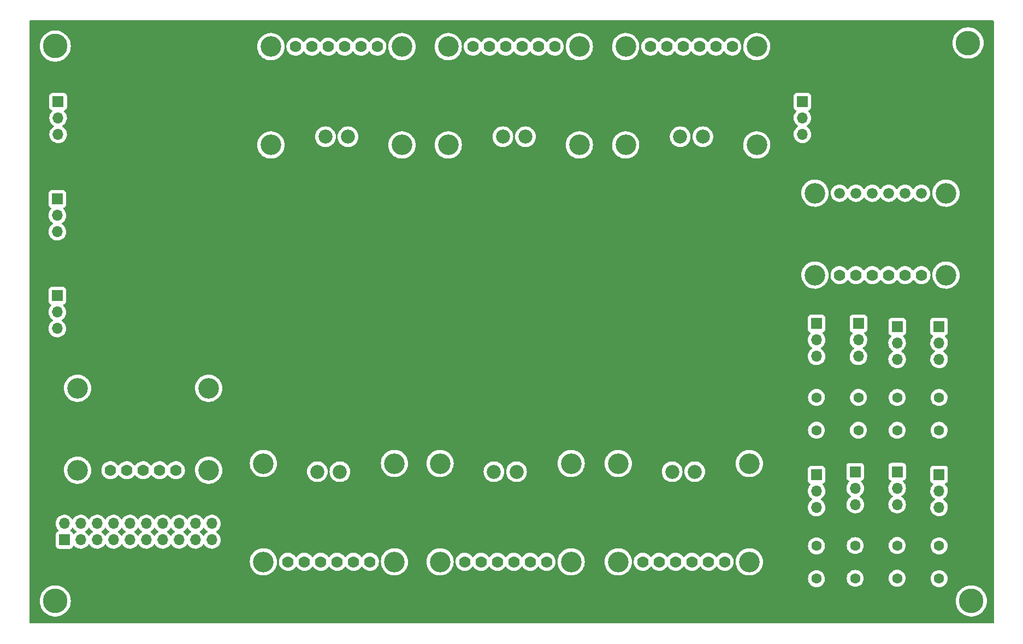
<source format=gbr>
%TF.GenerationSoftware,KiCad,Pcbnew,(6.0.0-0)*%
%TF.CreationDate,2022-09-21T21:39:13-04:00*%
%TF.ProjectId,PEC_Prognostic_Board,5045435f-5072-46f6-976e-6f737469635f,rev?*%
%TF.SameCoordinates,Original*%
%TF.FileFunction,Copper,L4,Bot*%
%TF.FilePolarity,Positive*%
%FSLAX46Y46*%
G04 Gerber Fmt 4.6, Leading zero omitted, Abs format (unit mm)*
G04 Created by KiCad (PCBNEW (6.0.0-0)) date 2022-09-21 21:39:13*
%MOMM*%
%LPD*%
G01*
G04 APERTURE LIST*
%TA.AperFunction,ConnectorPad*%
%ADD10C,3.800000*%
%TD*%
%TA.AperFunction,ComponentPad*%
%ADD11C,2.600000*%
%TD*%
%TA.AperFunction,ComponentPad*%
%ADD12O,1.700000X1.700000*%
%TD*%
%TA.AperFunction,ComponentPad*%
%ADD13R,1.700000X1.700000*%
%TD*%
%TA.AperFunction,ComponentPad*%
%ADD14C,1.600000*%
%TD*%
%TA.AperFunction,ComponentPad*%
%ADD15C,3.200000*%
%TD*%
%TA.AperFunction,ComponentPad*%
%ADD16C,1.778000*%
%TD*%
%TA.AperFunction,ComponentPad*%
%ADD17C,2.184400*%
%TD*%
%TA.AperFunction,ComponentPad*%
%ADD18C,1.676400*%
%TD*%
G04 APERTURE END LIST*
D10*
%TO.P,REF\u002A\u002A,1*%
%TO.N,N/C*%
X74000000Y-44500000D03*
D11*
X74000000Y-44500000D03*
%TD*%
D10*
%TO.P,REF\u002A\u002A,1*%
%TO.N,N/C*%
X215500000Y-44000000D03*
D11*
X215500000Y-44000000D03*
%TD*%
D10*
%TO.P,REF\u002A\u002A,1*%
%TO.N,N/C*%
X216000000Y-130500000D03*
D11*
X216000000Y-130500000D03*
%TD*%
D10*
%TO.P,REF\u002A\u002A,1*%
%TO.N,N/C*%
X74000000Y-130500000D03*
D11*
X74000000Y-130500000D03*
%TD*%
D12*
%TO.P,U9,3,VIN+*%
%TO.N,unconnected-(U9-Pad3)*%
X189811267Y-58165647D03*
%TO.P,U9,2,PWR*%
%TO.N,+5V*%
X189811267Y-55625647D03*
D13*
%TO.P,U9,1,OUT*%
%TO.N,CUR0*%
X189811267Y-53085647D03*
%TD*%
D14*
%TO.P,R1,2*%
%TO.N,TM1+*%
X198000000Y-127000000D03*
%TO.P,R1,1*%
%TO.N,+5V*%
X198000000Y-121920000D03*
%TD*%
D15*
%TO.P,U1,P$1*%
%TO.N,N/C*%
X77463000Y-97533000D03*
X97783000Y-97533000D03*
X97783000Y-110233000D03*
X77463000Y-110233000D03*
D16*
%TO.P,U1,5*%
X92703000Y-110233000D03*
%TO.P,U1,4,SDA*%
%TO.N,SDA_5V*%
X90163000Y-110233000D03*
%TO.P,U1,3,SCL*%
%TO.N,SCL_5V*%
X87623000Y-110233000D03*
%TO.P,U1,2,GND*%
%TO.N,GND*%
X85083000Y-110233000D03*
%TO.P,U1,1,3VO*%
%TO.N,unconnected-(U1-Pad1)*%
X82543000Y-110233000D03*
%TD*%
D12*
%TO.P,TH7,3*%
%TO.N,N/C*%
X211000000Y-93040000D03*
%TO.P,TH7,2*%
%TO.N,GND*%
X211000000Y-90500000D03*
D13*
%TO.P,TH7,1*%
%TO.N,TM7+*%
X211000000Y-87960000D03*
%TD*%
D12*
%TO.P,TH5,3*%
%TO.N,N/C*%
X211000000Y-115985000D03*
%TO.P,TH5,2*%
%TO.N,GND*%
X211000000Y-113445000D03*
D13*
%TO.P,TH5,1*%
%TO.N,TM5+*%
X211000000Y-110905000D03*
%TD*%
D15*
%TO.P,U4,P$1*%
%TO.N,N/C*%
X153963000Y-124428000D03*
X133643000Y-109188000D03*
X153963000Y-109188000D03*
X133643000Y-124428000D03*
D16*
%TO.P,U4,6*%
X150153000Y-124428000D03*
%TO.P,U4,5,SDA*%
%TO.N,SDA_5V*%
X147613000Y-124428000D03*
%TO.P,U4,4,SCL*%
%TO.N,SCL_5V*%
X145073000Y-124428000D03*
%TO.P,U4,3,GND*%
%TO.N,GND*%
X142533000Y-124428000D03*
D17*
%TO.P,U4,2,VIN-*%
%TO.N,unconnected-(U4-Pad2)*%
X145503000Y-110458000D03*
D16*
X139993000Y-124428000D03*
D17*
%TO.P,U4,1,VIN+*%
%TO.N,unconnected-(U4-Pad1)*%
X142003000Y-110458000D03*
D16*
X137453000Y-124428000D03*
%TD*%
D12*
%TO.P,TH6,3*%
%TO.N,N/C*%
X204500000Y-93055000D03*
%TO.P,TH6,2*%
%TO.N,GND*%
X204500000Y-90515000D03*
D13*
%TO.P,TH6,1*%
%TO.N,TM6+*%
X204500000Y-87975000D03*
%TD*%
D15*
%TO.P,U7,P$1*%
%TO.N,N/C*%
X182737000Y-44572000D03*
X162417000Y-59812000D03*
X182737000Y-59812000D03*
X162417000Y-44572000D03*
D16*
%TO.P,U7,6*%
X166227000Y-44572000D03*
%TO.P,U7,5,SDA*%
%TO.N,SDA_5V*%
X168767000Y-44572000D03*
%TO.P,U7,4,SCL*%
%TO.N,SCL_5V*%
X171307000Y-44572000D03*
%TO.P,U7,3,GND*%
%TO.N,GND*%
X173847000Y-44572000D03*
%TO.P,U7,2,VIN-*%
%TO.N,unconnected-(U7-Pad2)*%
X176387000Y-44572000D03*
D17*
X170877000Y-58542000D03*
%TO.P,U7,1,VIN+*%
%TO.N,unconnected-(U7-Pad1)*%
X174377000Y-58542000D03*
D16*
X178927000Y-44572000D03*
%TD*%
D14*
%TO.P,R2,2*%
%TO.N,TM2+*%
X192000000Y-104025000D03*
%TO.P,R2,1*%
%TO.N,+5V*%
X192000000Y-98945000D03*
%TD*%
D12*
%TO.P,U12,3,VIN+*%
%TO.N,unconnected-(U12-Pad3)*%
X74311267Y-88268923D03*
%TO.P,U12,2,PWR*%
%TO.N,+5V*%
X74311267Y-85728923D03*
D13*
%TO.P,U12,1,OUT*%
%TO.N,CUR4*%
X74311267Y-83188923D03*
%TD*%
D14*
%TO.P,R0,2*%
%TO.N,TM0+*%
X192000000Y-127045000D03*
%TO.P,R0,1*%
%TO.N,+5V*%
X192000000Y-121965000D03*
%TD*%
%TO.P,R7,2*%
%TO.N,TM7+*%
X211000000Y-104045000D03*
%TO.P,R7,1*%
%TO.N,+5V*%
X211000000Y-98965000D03*
%TD*%
D15*
%TO.P,U8,P$1*%
%TO.N,N/C*%
X106263000Y-109188000D03*
X126583000Y-109188000D03*
X126583000Y-124428000D03*
X106263000Y-124428000D03*
D16*
%TO.P,U8,6*%
X122773000Y-124428000D03*
%TO.P,U8,5,SDA*%
%TO.N,SDA_5V*%
X120233000Y-124428000D03*
%TO.P,U8,4,SCL*%
%TO.N,SCL_5V*%
X117693000Y-124428000D03*
%TO.P,U8,3,GND*%
%TO.N,GND*%
X115153000Y-124428000D03*
%TO.P,U8,2,VIN-*%
%TO.N,unconnected-(U8-Pad2)*%
X112613000Y-124428000D03*
D17*
X118123000Y-110458000D03*
D16*
%TO.P,U8,1,VIN+*%
%TO.N,unconnected-(U8-Pad1)*%
X110073000Y-124428000D03*
D17*
X114623000Y-110458000D03*
%TD*%
D12*
%TO.P,U11,3,VIN+*%
%TO.N,unconnected-(U11-Pad3)*%
X74311267Y-73268923D03*
%TO.P,U11,2,PWR*%
%TO.N,+5V*%
X74311267Y-70728923D03*
D13*
%TO.P,U11,1,OUT*%
%TO.N,CUR2*%
X74311267Y-68188923D03*
%TD*%
D14*
%TO.P,R3,2*%
%TO.N,TM3+*%
X198500000Y-104025000D03*
%TO.P,R3,1*%
%TO.N,+5V*%
X198500000Y-98945000D03*
%TD*%
D12*
%TO.P,TH0,3*%
%TO.N,N/C*%
X192000000Y-116020000D03*
%TO.P,TH0,2*%
%TO.N,GND*%
X192000000Y-113480000D03*
D13*
%TO.P,TH0,1*%
%TO.N,TM0+*%
X192000000Y-110940000D03*
%TD*%
D12*
%TO.P,TH4,3*%
%TO.N,N/C*%
X204500000Y-115540000D03*
%TO.P,TH4,2*%
%TO.N,GND*%
X204500000Y-113000000D03*
D13*
%TO.P,TH4,1*%
%TO.N,TM4+*%
X204500000Y-110460000D03*
%TD*%
D12*
%TO.P,U10,3,VIN+*%
%TO.N,unconnected-(U10-Pad3)*%
X74444250Y-58165647D03*
%TO.P,U10,2,PWR*%
%TO.N,+5V*%
X74444250Y-55625647D03*
D13*
%TO.P,U10,1,OUT*%
%TO.N,CUR1*%
X74444250Y-53085647D03*
%TD*%
D15*
%TO.P,U6,P$1*%
%TO.N,N/C*%
X161263000Y-109188000D03*
X161263000Y-124428000D03*
X181583000Y-109188000D03*
X181583000Y-124428000D03*
D16*
%TO.P,U6,6*%
X177773000Y-124428000D03*
%TO.P,U6,5,SDA*%
%TO.N,SDA_5V*%
X175233000Y-124428000D03*
%TO.P,U6,4,SCL*%
%TO.N,SCL_5V*%
X172693000Y-124428000D03*
%TO.P,U6,3,GND*%
%TO.N,GND*%
X170153000Y-124428000D03*
%TO.P,U6,2,VIN-*%
%TO.N,unconnected-(U6-Pad2)*%
X167613000Y-124428000D03*
D17*
X173123000Y-110458000D03*
D16*
%TO.P,U6,1,VIN+*%
%TO.N,unconnected-(U6-Pad1)*%
X165073000Y-124428000D03*
D17*
X169623000Y-110458000D03*
%TD*%
D12*
%TO.P,TH3,3*%
%TO.N,N/C*%
X198500000Y-92580000D03*
%TO.P,TH3,2*%
%TO.N,GND*%
X198500000Y-90040000D03*
D13*
%TO.P,TH3,1*%
%TO.N,TM3+*%
X198500000Y-87500000D03*
%TD*%
D12*
%TO.P,J1,20,Pin_20*%
%TO.N,TM7+*%
X98280000Y-118500000D03*
%TO.P,J1,19,Pin_19*%
%TO.N,CUR0*%
X98280000Y-121040000D03*
%TO.P,J1,18,Pin_18*%
%TO.N,TM6+*%
X95740000Y-118500000D03*
%TO.P,J1,17,Pin_17*%
%TO.N,CUR1*%
X95740000Y-121040000D03*
%TO.P,J1,16,Pin_16*%
%TO.N,TM5+*%
X93200000Y-118500000D03*
%TO.P,J1,15,Pin_15*%
%TO.N,CUR2*%
X93200000Y-121040000D03*
%TO.P,J1,14,Pin_14*%
%TO.N,TM4+*%
X90660000Y-118500000D03*
%TO.P,J1,13,Pin_13*%
%TO.N,CUR3*%
X90660000Y-121040000D03*
%TO.P,J1,12,Pin_12*%
%TO.N,TM3+*%
X88120000Y-118500000D03*
%TO.P,J1,11,Pin_11*%
%TO.N,unconnected-(J1-Pad11)*%
X88120000Y-121040000D03*
%TO.P,J1,10,Pin_10*%
%TO.N,TM2+*%
X85580000Y-118500000D03*
%TO.P,J1,9,Pin_9*%
%TO.N,unconnected-(J1-Pad9)*%
X85580000Y-121040000D03*
%TO.P,J1,8,Pin_8*%
%TO.N,TM1+*%
X83040000Y-118500000D03*
%TO.P,J1,7,Pin_7*%
%TO.N,unconnected-(J1-Pad7)*%
X83040000Y-121040000D03*
%TO.P,J1,6,Pin_6*%
%TO.N,TM0+*%
X80500000Y-118500000D03*
%TO.P,J1,5,Pin_5*%
%TO.N,unconnected-(J1-Pad5)*%
X80500000Y-121040000D03*
%TO.P,J1,4,Pin_4*%
%TO.N,GND*%
X77960000Y-118500000D03*
%TO.P,J1,3,Pin_3*%
%TO.N,SDA_5V*%
X77960000Y-121040000D03*
%TO.P,J1,2,Pin_2*%
%TO.N,+5V*%
X75420000Y-118500000D03*
D13*
%TO.P,J1,1,Pin_1*%
%TO.N,SCL_5V*%
X75420000Y-121040000D03*
%TD*%
D12*
%TO.P,TH1,3*%
%TO.N,N/C*%
X198000000Y-115555000D03*
%TO.P,TH1,2*%
%TO.N,GND*%
X198000000Y-113015000D03*
D13*
%TO.P,TH1,1*%
%TO.N,TM1+*%
X198000000Y-110475000D03*
%TD*%
D15*
%TO.P,U5,P$1*%
%TO.N,N/C*%
X155237000Y-44572000D03*
X155237000Y-59812000D03*
X134917000Y-44572000D03*
X134917000Y-59812000D03*
D16*
%TO.P,U5,6*%
X138727000Y-44572000D03*
%TO.P,U5,5,SDA*%
%TO.N,SDA_5V*%
X141267000Y-44572000D03*
%TO.P,U5,4,SCL*%
%TO.N,SCL_5V*%
X143807000Y-44572000D03*
%TO.P,U5,3,GND*%
%TO.N,GND*%
X146347000Y-44572000D03*
D17*
%TO.P,U5,2,VIN-*%
%TO.N,unconnected-(U5-Pad2)*%
X143377000Y-58542000D03*
D16*
X148887000Y-44572000D03*
%TO.P,U5,1,VIN+*%
%TO.N,unconnected-(U5-Pad1)*%
X151427000Y-44572000D03*
D17*
X146877000Y-58542000D03*
%TD*%
D15*
%TO.P,U2,P$1*%
%TO.N,N/C*%
X191763000Y-67288000D03*
X212083000Y-67288000D03*
X212083000Y-79988000D03*
X191763000Y-79988000D03*
D16*
%TO.P,U2,6*%
X208273000Y-79988000D03*
D18*
X208273000Y-67288000D03*
%TO.P,U2,5,INT*%
%TO.N,unconnected-(U2-Pad5)*%
X205733000Y-67288000D03*
D16*
X205733000Y-79988000D03*
D18*
%TO.P,U2,4,SDA*%
%TO.N,SDA_5V*%
X203193000Y-67288000D03*
D16*
X203193000Y-79988000D03*
%TO.P,U2,3,SCL*%
%TO.N,SCL_5V*%
X200653000Y-79988000D03*
D18*
X200653000Y-67288000D03*
%TO.P,U2,2,GND*%
%TO.N,GND*%
X198113000Y-67288000D03*
D16*
X198113000Y-79988000D03*
%TO.P,U2,1,3VO*%
%TO.N,unconnected-(U2-Pad1)*%
X195573000Y-79988000D03*
D18*
X195573000Y-67288000D03*
%TD*%
D12*
%TO.P,TH2,3*%
%TO.N,N/C*%
X192000000Y-92580000D03*
%TO.P,TH2,2*%
%TO.N,GND*%
X192000000Y-90040000D03*
D13*
%TO.P,TH2,1*%
%TO.N,TM2+*%
X192000000Y-87500000D03*
%TD*%
D14*
%TO.P,R5,2*%
%TO.N,TM5+*%
X211000000Y-127030000D03*
%TO.P,R5,1*%
%TO.N,+5V*%
X211000000Y-121950000D03*
%TD*%
D15*
%TO.P,U3,P$1*%
%TO.N,N/C*%
X107417000Y-44572000D03*
X107417000Y-59812000D03*
X127737000Y-59812000D03*
X127737000Y-44572000D03*
D16*
%TO.P,U3,6*%
X111227000Y-44572000D03*
%TO.P,U3,5,SDA*%
%TO.N,SDA_5V*%
X113767000Y-44572000D03*
%TO.P,U3,4,SCL*%
%TO.N,SCL_5V*%
X116307000Y-44572000D03*
%TO.P,U3,3,GND*%
%TO.N,GND*%
X118847000Y-44572000D03*
%TO.P,U3,2,VIN-*%
%TO.N,unconnected-(U3-Pad2)*%
X121387000Y-44572000D03*
D17*
X115877000Y-58542000D03*
D16*
%TO.P,U3,1,VIN+*%
%TO.N,unconnected-(U3-Pad1)*%
X123927000Y-44572000D03*
D17*
X119377000Y-58542000D03*
%TD*%
D14*
%TO.P,R4,2*%
%TO.N,TM4+*%
X204500000Y-126985000D03*
%TO.P,R4,1*%
%TO.N,+5V*%
X204500000Y-121905000D03*
%TD*%
%TO.P,R6,2*%
%TO.N,TM6+*%
X204500000Y-104045000D03*
%TO.P,R6,1*%
%TO.N,+5V*%
X204500000Y-98965000D03*
%TD*%
%TA.AperFunction,NonConductor*%
G36*
X76772026Y-119175144D02*
G01*
X76799875Y-119206994D01*
X76859987Y-119305088D01*
X77006250Y-119473938D01*
X77178126Y-119616632D01*
X77239196Y-119652318D01*
X77251445Y-119659476D01*
X77300169Y-119711114D01*
X77313240Y-119780897D01*
X77286509Y-119846669D01*
X77246055Y-119880027D01*
X77233607Y-119886507D01*
X77229474Y-119889610D01*
X77229471Y-119889612D01*
X77059100Y-120017530D01*
X77054965Y-120020635D01*
X76998537Y-120079684D01*
X76974283Y-120105064D01*
X76912759Y-120140494D01*
X76841846Y-120137037D01*
X76784060Y-120095791D01*
X76765207Y-120062243D01*
X76723767Y-119951703D01*
X76720615Y-119943295D01*
X76633261Y-119826739D01*
X76516705Y-119739385D01*
X76489905Y-119729338D01*
X76398203Y-119694960D01*
X76341439Y-119652318D01*
X76316739Y-119585756D01*
X76331947Y-119516408D01*
X76353493Y-119487727D01*
X76454435Y-119387137D01*
X76458096Y-119383489D01*
X76517594Y-119300689D01*
X76588453Y-119202077D01*
X76589776Y-119203028D01*
X76636645Y-119159857D01*
X76706580Y-119147625D01*
X76772026Y-119175144D01*
G37*
%TD.AperFunction*%
%TA.AperFunction,NonConductor*%
G36*
X86932026Y-119175144D02*
G01*
X86959875Y-119206994D01*
X87019987Y-119305088D01*
X87166250Y-119473938D01*
X87338126Y-119616632D01*
X87399196Y-119652318D01*
X87411445Y-119659476D01*
X87460169Y-119711114D01*
X87473240Y-119780897D01*
X87446509Y-119846669D01*
X87406055Y-119880027D01*
X87393607Y-119886507D01*
X87389474Y-119889610D01*
X87389471Y-119889612D01*
X87219100Y-120017530D01*
X87214965Y-120020635D01*
X87211393Y-120024373D01*
X87103729Y-120137037D01*
X87060629Y-120182138D01*
X86953201Y-120339621D01*
X86898293Y-120384621D01*
X86827768Y-120392792D01*
X86764021Y-120361538D01*
X86743324Y-120337054D01*
X86662822Y-120212617D01*
X86662820Y-120212614D01*
X86660014Y-120208277D01*
X86509670Y-120043051D01*
X86505619Y-120039852D01*
X86505615Y-120039848D01*
X86338414Y-119907800D01*
X86338410Y-119907798D01*
X86334359Y-119904598D01*
X86293053Y-119881796D01*
X86243084Y-119831364D01*
X86228312Y-119761921D01*
X86253428Y-119695516D01*
X86280780Y-119668909D01*
X86324603Y-119637650D01*
X86459860Y-119541173D01*
X86618096Y-119383489D01*
X86677594Y-119300689D01*
X86748453Y-119202077D01*
X86749776Y-119203028D01*
X86796645Y-119159857D01*
X86866580Y-119147625D01*
X86932026Y-119175144D01*
G37*
%TD.AperFunction*%
%TA.AperFunction,NonConductor*%
G36*
X97092026Y-119175144D02*
G01*
X97119875Y-119206994D01*
X97179987Y-119305088D01*
X97326250Y-119473938D01*
X97498126Y-119616632D01*
X97559196Y-119652318D01*
X97571445Y-119659476D01*
X97620169Y-119711114D01*
X97633240Y-119780897D01*
X97606509Y-119846669D01*
X97566055Y-119880027D01*
X97553607Y-119886507D01*
X97549474Y-119889610D01*
X97549471Y-119889612D01*
X97379100Y-120017530D01*
X97374965Y-120020635D01*
X97371393Y-120024373D01*
X97263729Y-120137037D01*
X97220629Y-120182138D01*
X97113201Y-120339621D01*
X97058293Y-120384621D01*
X96987768Y-120392792D01*
X96924021Y-120361538D01*
X96903324Y-120337054D01*
X96822822Y-120212617D01*
X96822820Y-120212614D01*
X96820014Y-120208277D01*
X96669670Y-120043051D01*
X96665619Y-120039852D01*
X96665615Y-120039848D01*
X96498414Y-119907800D01*
X96498410Y-119907798D01*
X96494359Y-119904598D01*
X96453053Y-119881796D01*
X96403084Y-119831364D01*
X96388312Y-119761921D01*
X96413428Y-119695516D01*
X96440780Y-119668909D01*
X96484603Y-119637650D01*
X96619860Y-119541173D01*
X96778096Y-119383489D01*
X96837594Y-119300689D01*
X96908453Y-119202077D01*
X96909776Y-119203028D01*
X96956645Y-119159857D01*
X97026580Y-119147625D01*
X97092026Y-119175144D01*
G37*
%TD.AperFunction*%
%TA.AperFunction,NonConductor*%
G36*
X94552026Y-119175144D02*
G01*
X94579875Y-119206994D01*
X94639987Y-119305088D01*
X94786250Y-119473938D01*
X94958126Y-119616632D01*
X95019196Y-119652318D01*
X95031445Y-119659476D01*
X95080169Y-119711114D01*
X95093240Y-119780897D01*
X95066509Y-119846669D01*
X95026055Y-119880027D01*
X95013607Y-119886507D01*
X95009474Y-119889610D01*
X95009471Y-119889612D01*
X94839100Y-120017530D01*
X94834965Y-120020635D01*
X94831393Y-120024373D01*
X94723729Y-120137037D01*
X94680629Y-120182138D01*
X94573201Y-120339621D01*
X94518293Y-120384621D01*
X94447768Y-120392792D01*
X94384021Y-120361538D01*
X94363324Y-120337054D01*
X94282822Y-120212617D01*
X94282820Y-120212614D01*
X94280014Y-120208277D01*
X94129670Y-120043051D01*
X94125619Y-120039852D01*
X94125615Y-120039848D01*
X93958414Y-119907800D01*
X93958410Y-119907798D01*
X93954359Y-119904598D01*
X93913053Y-119881796D01*
X93863084Y-119831364D01*
X93848312Y-119761921D01*
X93873428Y-119695516D01*
X93900780Y-119668909D01*
X93944603Y-119637650D01*
X94079860Y-119541173D01*
X94238096Y-119383489D01*
X94297594Y-119300689D01*
X94368453Y-119202077D01*
X94369776Y-119203028D01*
X94416645Y-119159857D01*
X94486580Y-119147625D01*
X94552026Y-119175144D01*
G37*
%TD.AperFunction*%
%TA.AperFunction,NonConductor*%
G36*
X81852026Y-119175144D02*
G01*
X81879875Y-119206994D01*
X81939987Y-119305088D01*
X82086250Y-119473938D01*
X82258126Y-119616632D01*
X82319196Y-119652318D01*
X82331445Y-119659476D01*
X82380169Y-119711114D01*
X82393240Y-119780897D01*
X82366509Y-119846669D01*
X82326055Y-119880027D01*
X82313607Y-119886507D01*
X82309474Y-119889610D01*
X82309471Y-119889612D01*
X82139100Y-120017530D01*
X82134965Y-120020635D01*
X82131393Y-120024373D01*
X82023729Y-120137037D01*
X81980629Y-120182138D01*
X81873201Y-120339621D01*
X81818293Y-120384621D01*
X81747768Y-120392792D01*
X81684021Y-120361538D01*
X81663324Y-120337054D01*
X81582822Y-120212617D01*
X81582820Y-120212614D01*
X81580014Y-120208277D01*
X81429670Y-120043051D01*
X81425619Y-120039852D01*
X81425615Y-120039848D01*
X81258414Y-119907800D01*
X81258410Y-119907798D01*
X81254359Y-119904598D01*
X81213053Y-119881796D01*
X81163084Y-119831364D01*
X81148312Y-119761921D01*
X81173428Y-119695516D01*
X81200780Y-119668909D01*
X81244603Y-119637650D01*
X81379860Y-119541173D01*
X81538096Y-119383489D01*
X81597594Y-119300689D01*
X81668453Y-119202077D01*
X81669776Y-119203028D01*
X81716645Y-119159857D01*
X81786580Y-119147625D01*
X81852026Y-119175144D01*
G37*
%TD.AperFunction*%
%TA.AperFunction,NonConductor*%
G36*
X79312026Y-119175144D02*
G01*
X79339875Y-119206994D01*
X79399987Y-119305088D01*
X79546250Y-119473938D01*
X79718126Y-119616632D01*
X79779196Y-119652318D01*
X79791445Y-119659476D01*
X79840169Y-119711114D01*
X79853240Y-119780897D01*
X79826509Y-119846669D01*
X79786055Y-119880027D01*
X79773607Y-119886507D01*
X79769474Y-119889610D01*
X79769471Y-119889612D01*
X79599100Y-120017530D01*
X79594965Y-120020635D01*
X79591393Y-120024373D01*
X79483729Y-120137037D01*
X79440629Y-120182138D01*
X79333201Y-120339621D01*
X79278293Y-120384621D01*
X79207768Y-120392792D01*
X79144021Y-120361538D01*
X79123324Y-120337054D01*
X79042822Y-120212617D01*
X79042820Y-120212614D01*
X79040014Y-120208277D01*
X78889670Y-120043051D01*
X78885619Y-120039852D01*
X78885615Y-120039848D01*
X78718414Y-119907800D01*
X78718410Y-119907798D01*
X78714359Y-119904598D01*
X78673053Y-119881796D01*
X78623084Y-119831364D01*
X78608312Y-119761921D01*
X78633428Y-119695516D01*
X78660780Y-119668909D01*
X78704603Y-119637650D01*
X78839860Y-119541173D01*
X78998096Y-119383489D01*
X79057594Y-119300689D01*
X79128453Y-119202077D01*
X79129776Y-119203028D01*
X79176645Y-119159857D01*
X79246580Y-119147625D01*
X79312026Y-119175144D01*
G37*
%TD.AperFunction*%
%TA.AperFunction,NonConductor*%
G36*
X92012026Y-119175144D02*
G01*
X92039875Y-119206994D01*
X92099987Y-119305088D01*
X92246250Y-119473938D01*
X92418126Y-119616632D01*
X92479196Y-119652318D01*
X92491445Y-119659476D01*
X92540169Y-119711114D01*
X92553240Y-119780897D01*
X92526509Y-119846669D01*
X92486055Y-119880027D01*
X92473607Y-119886507D01*
X92469474Y-119889610D01*
X92469471Y-119889612D01*
X92299100Y-120017530D01*
X92294965Y-120020635D01*
X92291393Y-120024373D01*
X92183729Y-120137037D01*
X92140629Y-120182138D01*
X92033201Y-120339621D01*
X91978293Y-120384621D01*
X91907768Y-120392792D01*
X91844021Y-120361538D01*
X91823324Y-120337054D01*
X91742822Y-120212617D01*
X91742820Y-120212614D01*
X91740014Y-120208277D01*
X91589670Y-120043051D01*
X91585619Y-120039852D01*
X91585615Y-120039848D01*
X91418414Y-119907800D01*
X91418410Y-119907798D01*
X91414359Y-119904598D01*
X91373053Y-119881796D01*
X91323084Y-119831364D01*
X91308312Y-119761921D01*
X91333428Y-119695516D01*
X91360780Y-119668909D01*
X91404603Y-119637650D01*
X91539860Y-119541173D01*
X91698096Y-119383489D01*
X91757594Y-119300689D01*
X91828453Y-119202077D01*
X91829776Y-119203028D01*
X91876645Y-119159857D01*
X91946580Y-119147625D01*
X92012026Y-119175144D01*
G37*
%TD.AperFunction*%
%TA.AperFunction,NonConductor*%
G36*
X89472026Y-119175144D02*
G01*
X89499875Y-119206994D01*
X89559987Y-119305088D01*
X89706250Y-119473938D01*
X89878126Y-119616632D01*
X89939196Y-119652318D01*
X89951445Y-119659476D01*
X90000169Y-119711114D01*
X90013240Y-119780897D01*
X89986509Y-119846669D01*
X89946055Y-119880027D01*
X89933607Y-119886507D01*
X89929474Y-119889610D01*
X89929471Y-119889612D01*
X89759100Y-120017530D01*
X89754965Y-120020635D01*
X89751393Y-120024373D01*
X89643729Y-120137037D01*
X89600629Y-120182138D01*
X89493201Y-120339621D01*
X89438293Y-120384621D01*
X89367768Y-120392792D01*
X89304021Y-120361538D01*
X89283324Y-120337054D01*
X89202822Y-120212617D01*
X89202820Y-120212614D01*
X89200014Y-120208277D01*
X89049670Y-120043051D01*
X89045619Y-120039852D01*
X89045615Y-120039848D01*
X88878414Y-119907800D01*
X88878410Y-119907798D01*
X88874359Y-119904598D01*
X88833053Y-119881796D01*
X88783084Y-119831364D01*
X88768312Y-119761921D01*
X88793428Y-119695516D01*
X88820780Y-119668909D01*
X88864603Y-119637650D01*
X88999860Y-119541173D01*
X89158096Y-119383489D01*
X89217594Y-119300689D01*
X89288453Y-119202077D01*
X89289776Y-119203028D01*
X89336645Y-119159857D01*
X89406580Y-119147625D01*
X89472026Y-119175144D01*
G37*
%TD.AperFunction*%
%TA.AperFunction,NonConductor*%
G36*
X84392026Y-119175144D02*
G01*
X84419875Y-119206994D01*
X84479987Y-119305088D01*
X84626250Y-119473938D01*
X84798126Y-119616632D01*
X84859196Y-119652318D01*
X84871445Y-119659476D01*
X84920169Y-119711114D01*
X84933240Y-119780897D01*
X84906509Y-119846669D01*
X84866055Y-119880027D01*
X84853607Y-119886507D01*
X84849474Y-119889610D01*
X84849471Y-119889612D01*
X84679100Y-120017530D01*
X84674965Y-120020635D01*
X84671393Y-120024373D01*
X84563729Y-120137037D01*
X84520629Y-120182138D01*
X84413201Y-120339621D01*
X84358293Y-120384621D01*
X84287768Y-120392792D01*
X84224021Y-120361538D01*
X84203324Y-120337054D01*
X84122822Y-120212617D01*
X84122820Y-120212614D01*
X84120014Y-120208277D01*
X83969670Y-120043051D01*
X83965619Y-120039852D01*
X83965615Y-120039848D01*
X83798414Y-119907800D01*
X83798410Y-119907798D01*
X83794359Y-119904598D01*
X83753053Y-119881796D01*
X83703084Y-119831364D01*
X83688312Y-119761921D01*
X83713428Y-119695516D01*
X83740780Y-119668909D01*
X83784603Y-119637650D01*
X83919860Y-119541173D01*
X84078096Y-119383489D01*
X84137594Y-119300689D01*
X84208453Y-119202077D01*
X84209776Y-119203028D01*
X84256645Y-119159857D01*
X84326580Y-119147625D01*
X84392026Y-119175144D01*
G37*
%TD.AperFunction*%
%TA.AperFunction,NonConductor*%
G36*
X219434121Y-40528002D02*
G01*
X219480614Y-40581658D01*
X219492000Y-40634000D01*
X219492000Y-133866000D01*
X219471998Y-133934121D01*
X219418342Y-133980614D01*
X219366000Y-133992000D01*
X70134000Y-133992000D01*
X70065879Y-133971998D01*
X70019386Y-133918342D01*
X70008000Y-133866000D01*
X70008000Y-130500000D01*
X71586738Y-130500000D01*
X71605767Y-130802462D01*
X71662555Y-131100154D01*
X71756206Y-131388381D01*
X71885242Y-131662598D01*
X72047630Y-131918480D01*
X72240808Y-132151992D01*
X72461729Y-132359450D01*
X72706910Y-132537584D01*
X72972483Y-132683585D01*
X72976152Y-132685038D01*
X72976157Y-132685040D01*
X73250591Y-132793696D01*
X73254261Y-132795149D01*
X73547800Y-132870516D01*
X73848470Y-132908500D01*
X74151530Y-132908500D01*
X74452200Y-132870516D01*
X74745739Y-132795149D01*
X74749409Y-132793696D01*
X75023843Y-132685040D01*
X75023848Y-132685038D01*
X75027517Y-132683585D01*
X75293090Y-132537584D01*
X75538271Y-132359450D01*
X75759192Y-132151992D01*
X75952370Y-131918480D01*
X76114758Y-131662598D01*
X76243794Y-131388381D01*
X76337445Y-131100154D01*
X76394233Y-130802462D01*
X76413262Y-130500000D01*
X213586738Y-130500000D01*
X213605767Y-130802462D01*
X213662555Y-131100154D01*
X213756206Y-131388381D01*
X213885242Y-131662598D01*
X214047630Y-131918480D01*
X214240808Y-132151992D01*
X214461729Y-132359450D01*
X214706910Y-132537584D01*
X214972483Y-132683585D01*
X214976152Y-132685038D01*
X214976157Y-132685040D01*
X215250591Y-132793696D01*
X215254261Y-132795149D01*
X215547800Y-132870516D01*
X215848470Y-132908500D01*
X216151530Y-132908500D01*
X216452200Y-132870516D01*
X216745739Y-132795149D01*
X216749409Y-132793696D01*
X217023843Y-132685040D01*
X217023848Y-132685038D01*
X217027517Y-132683585D01*
X217293090Y-132537584D01*
X217538271Y-132359450D01*
X217759192Y-132151992D01*
X217952370Y-131918480D01*
X218114758Y-131662598D01*
X218243794Y-131388381D01*
X218337445Y-131100154D01*
X218394233Y-130802462D01*
X218413262Y-130500000D01*
X218394233Y-130197538D01*
X218337445Y-129899846D01*
X218243794Y-129611619D01*
X218114758Y-129337402D01*
X217952370Y-129081520D01*
X217759192Y-128848008D01*
X217538271Y-128640550D01*
X217293090Y-128462416D01*
X217076781Y-128343498D01*
X217030986Y-128318322D01*
X217030985Y-128318321D01*
X217027517Y-128316415D01*
X217023848Y-128314962D01*
X217023843Y-128314960D01*
X216749409Y-128206304D01*
X216749408Y-128206304D01*
X216745739Y-128204851D01*
X216452200Y-128129484D01*
X216151530Y-128091500D01*
X215848470Y-128091500D01*
X215547800Y-128129484D01*
X215254261Y-128204851D01*
X215250592Y-128206304D01*
X215250591Y-128206304D01*
X214976157Y-128314960D01*
X214976152Y-128314962D01*
X214972483Y-128316415D01*
X214969015Y-128318321D01*
X214969014Y-128318322D01*
X214923220Y-128343498D01*
X214706910Y-128462416D01*
X214461729Y-128640550D01*
X214240808Y-128848008D01*
X214047630Y-129081520D01*
X213885242Y-129337402D01*
X213756206Y-129611619D01*
X213662555Y-129899846D01*
X213605767Y-130197538D01*
X213586738Y-130500000D01*
X76413262Y-130500000D01*
X76394233Y-130197538D01*
X76337445Y-129899846D01*
X76243794Y-129611619D01*
X76114758Y-129337402D01*
X75952370Y-129081520D01*
X75759192Y-128848008D01*
X75538271Y-128640550D01*
X75293090Y-128462416D01*
X75076781Y-128343498D01*
X75030986Y-128318322D01*
X75030985Y-128318321D01*
X75027517Y-128316415D01*
X75023848Y-128314962D01*
X75023843Y-128314960D01*
X74749409Y-128206304D01*
X74749408Y-128206304D01*
X74745739Y-128204851D01*
X74452200Y-128129484D01*
X74151530Y-128091500D01*
X73848470Y-128091500D01*
X73547800Y-128129484D01*
X73254261Y-128204851D01*
X73250592Y-128206304D01*
X73250591Y-128206304D01*
X72976157Y-128314960D01*
X72976152Y-128314962D01*
X72972483Y-128316415D01*
X72969015Y-128318321D01*
X72969014Y-128318322D01*
X72923220Y-128343498D01*
X72706910Y-128462416D01*
X72461729Y-128640550D01*
X72240808Y-128848008D01*
X72047630Y-129081520D01*
X71885242Y-129337402D01*
X71756206Y-129611619D01*
X71662555Y-129899846D01*
X71605767Y-130197538D01*
X71586738Y-130500000D01*
X70008000Y-130500000D01*
X70008000Y-127045000D01*
X190686502Y-127045000D01*
X190706457Y-127273087D01*
X190707881Y-127278400D01*
X190707881Y-127278402D01*
X190763032Y-127484225D01*
X190765716Y-127494243D01*
X190768039Y-127499224D01*
X190768039Y-127499225D01*
X190860151Y-127696762D01*
X190860154Y-127696767D01*
X190862477Y-127701749D01*
X190865634Y-127706257D01*
X190986028Y-127878197D01*
X190993802Y-127889300D01*
X191155700Y-128051198D01*
X191160208Y-128054355D01*
X191160211Y-128054357D01*
X191213257Y-128091500D01*
X191343251Y-128182523D01*
X191348233Y-128184846D01*
X191348238Y-128184849D01*
X191545775Y-128276961D01*
X191550757Y-128279284D01*
X191556065Y-128280706D01*
X191556067Y-128280707D01*
X191766598Y-128337119D01*
X191766600Y-128337119D01*
X191771913Y-128338543D01*
X192000000Y-128358498D01*
X192228087Y-128338543D01*
X192233400Y-128337119D01*
X192233402Y-128337119D01*
X192443933Y-128280707D01*
X192443935Y-128280706D01*
X192449243Y-128279284D01*
X192454225Y-128276961D01*
X192651762Y-128184849D01*
X192651767Y-128184846D01*
X192656749Y-128182523D01*
X192786743Y-128091500D01*
X192839789Y-128054357D01*
X192839792Y-128054355D01*
X192844300Y-128051198D01*
X193006198Y-127889300D01*
X193013973Y-127878197D01*
X193134366Y-127706257D01*
X193137523Y-127701749D01*
X193139846Y-127696767D01*
X193139849Y-127696762D01*
X193231961Y-127499225D01*
X193231961Y-127499224D01*
X193234284Y-127494243D01*
X193236969Y-127484225D01*
X193292119Y-127278402D01*
X193292119Y-127278400D01*
X193293543Y-127273087D01*
X193313498Y-127045000D01*
X193309561Y-127000000D01*
X196686502Y-127000000D01*
X196706457Y-127228087D01*
X196707881Y-127233400D01*
X196707881Y-127233402D01*
X196763032Y-127439225D01*
X196765716Y-127449243D01*
X196768039Y-127454224D01*
X196768039Y-127454225D01*
X196860151Y-127651762D01*
X196860154Y-127651767D01*
X196862477Y-127656749D01*
X196897143Y-127706257D01*
X196986028Y-127833197D01*
X196993802Y-127844300D01*
X197155700Y-128006198D01*
X197160208Y-128009355D01*
X197160211Y-128009357D01*
X197192979Y-128032301D01*
X197343251Y-128137523D01*
X197348233Y-128139846D01*
X197348238Y-128139849D01*
X197545775Y-128231961D01*
X197550757Y-128234284D01*
X197556065Y-128235706D01*
X197556067Y-128235707D01*
X197766598Y-128292119D01*
X197766600Y-128292119D01*
X197771913Y-128293543D01*
X198000000Y-128313498D01*
X198228087Y-128293543D01*
X198233400Y-128292119D01*
X198233402Y-128292119D01*
X198443933Y-128235707D01*
X198443935Y-128235706D01*
X198449243Y-128234284D01*
X198454225Y-128231961D01*
X198651762Y-128139849D01*
X198651767Y-128139846D01*
X198656749Y-128137523D01*
X198807021Y-128032301D01*
X198839789Y-128009357D01*
X198839792Y-128009355D01*
X198844300Y-128006198D01*
X199006198Y-127844300D01*
X199013973Y-127833197D01*
X199102857Y-127706257D01*
X199137523Y-127656749D01*
X199139846Y-127651767D01*
X199139849Y-127651762D01*
X199231961Y-127454225D01*
X199231961Y-127454224D01*
X199234284Y-127449243D01*
X199236969Y-127439225D01*
X199292119Y-127233402D01*
X199292119Y-127233400D01*
X199293543Y-127228087D01*
X199313498Y-127000000D01*
X199312186Y-126985000D01*
X203186502Y-126985000D01*
X203206457Y-127213087D01*
X203265716Y-127434243D01*
X203268039Y-127439224D01*
X203268039Y-127439225D01*
X203360151Y-127636762D01*
X203360154Y-127636767D01*
X203362477Y-127641749D01*
X203493802Y-127829300D01*
X203655700Y-127991198D01*
X203660208Y-127994355D01*
X203660211Y-127994357D01*
X203714401Y-128032301D01*
X203843251Y-128122523D01*
X203848233Y-128124846D01*
X203848238Y-128124849D01*
X203971922Y-128182523D01*
X204050757Y-128219284D01*
X204056065Y-128220706D01*
X204056067Y-128220707D01*
X204266598Y-128277119D01*
X204266600Y-128277119D01*
X204271913Y-128278543D01*
X204500000Y-128298498D01*
X204728087Y-128278543D01*
X204733400Y-128277119D01*
X204733402Y-128277119D01*
X204943933Y-128220707D01*
X204943935Y-128220706D01*
X204949243Y-128219284D01*
X205028078Y-128182523D01*
X205151762Y-128124849D01*
X205151767Y-128124846D01*
X205156749Y-128122523D01*
X205285599Y-128032301D01*
X205339789Y-127994357D01*
X205339792Y-127994355D01*
X205344300Y-127991198D01*
X205506198Y-127829300D01*
X205637523Y-127641749D01*
X205639846Y-127636767D01*
X205639849Y-127636762D01*
X205731961Y-127439225D01*
X205731961Y-127439224D01*
X205734284Y-127434243D01*
X205793543Y-127213087D01*
X205809561Y-127030000D01*
X209686502Y-127030000D01*
X209706457Y-127258087D01*
X209707881Y-127263400D01*
X209707881Y-127263402D01*
X209756255Y-127443933D01*
X209765716Y-127479243D01*
X209768039Y-127484224D01*
X209768039Y-127484225D01*
X209860151Y-127681762D01*
X209860154Y-127681767D01*
X209862477Y-127686749D01*
X209876137Y-127706257D01*
X209972796Y-127844300D01*
X209993802Y-127874300D01*
X210155700Y-128036198D01*
X210160208Y-128039355D01*
X210160211Y-128039357D01*
X210234679Y-128091500D01*
X210343251Y-128167523D01*
X210348233Y-128169846D01*
X210348238Y-128169849D01*
X210545775Y-128261961D01*
X210550757Y-128264284D01*
X210556065Y-128265706D01*
X210556067Y-128265707D01*
X210766598Y-128322119D01*
X210766600Y-128322119D01*
X210771913Y-128323543D01*
X211000000Y-128343498D01*
X211228087Y-128323543D01*
X211233400Y-128322119D01*
X211233402Y-128322119D01*
X211443933Y-128265707D01*
X211443935Y-128265706D01*
X211449243Y-128264284D01*
X211454225Y-128261961D01*
X211651762Y-128169849D01*
X211651767Y-128169846D01*
X211656749Y-128167523D01*
X211765321Y-128091500D01*
X211839789Y-128039357D01*
X211839792Y-128039355D01*
X211844300Y-128036198D01*
X212006198Y-127874300D01*
X212027205Y-127844300D01*
X212123863Y-127706257D01*
X212137523Y-127686749D01*
X212139846Y-127681767D01*
X212139849Y-127681762D01*
X212231961Y-127484225D01*
X212231961Y-127484224D01*
X212234284Y-127479243D01*
X212243746Y-127443933D01*
X212292119Y-127263402D01*
X212292119Y-127263400D01*
X212293543Y-127258087D01*
X212313498Y-127030000D01*
X212293543Y-126801913D01*
X212286973Y-126777393D01*
X212235707Y-126586067D01*
X212235706Y-126586065D01*
X212234284Y-126580757D01*
X212217972Y-126545775D01*
X212139849Y-126378238D01*
X212139846Y-126378233D01*
X212137523Y-126373251D01*
X212016701Y-126200700D01*
X212009357Y-126190211D01*
X212009355Y-126190208D01*
X212006198Y-126185700D01*
X211844300Y-126023802D01*
X211839792Y-126020645D01*
X211839789Y-126020643D01*
X211739203Y-125950212D01*
X211656749Y-125892477D01*
X211651767Y-125890154D01*
X211651762Y-125890151D01*
X211454225Y-125798039D01*
X211454224Y-125798039D01*
X211449243Y-125795716D01*
X211443935Y-125794294D01*
X211443933Y-125794293D01*
X211233402Y-125737881D01*
X211233400Y-125737881D01*
X211228087Y-125736457D01*
X211000000Y-125716502D01*
X210771913Y-125736457D01*
X210766600Y-125737881D01*
X210766598Y-125737881D01*
X210556067Y-125794293D01*
X210556065Y-125794294D01*
X210550757Y-125795716D01*
X210545776Y-125798039D01*
X210545775Y-125798039D01*
X210348238Y-125890151D01*
X210348233Y-125890154D01*
X210343251Y-125892477D01*
X210260797Y-125950212D01*
X210160211Y-126020643D01*
X210160208Y-126020645D01*
X210155700Y-126023802D01*
X209993802Y-126185700D01*
X209990645Y-126190208D01*
X209990643Y-126190211D01*
X209983299Y-126200700D01*
X209862477Y-126373251D01*
X209860154Y-126378233D01*
X209860151Y-126378238D01*
X209782028Y-126545775D01*
X209765716Y-126580757D01*
X209764294Y-126586065D01*
X209764293Y-126586067D01*
X209713027Y-126777393D01*
X209706457Y-126801913D01*
X209686502Y-127030000D01*
X205809561Y-127030000D01*
X205813498Y-126985000D01*
X205793543Y-126756913D01*
X205738303Y-126550757D01*
X205735707Y-126541067D01*
X205735706Y-126541065D01*
X205734284Y-126535757D01*
X205731961Y-126530775D01*
X205639849Y-126333238D01*
X205639846Y-126333233D01*
X205637523Y-126328251D01*
X205540866Y-126190211D01*
X205509357Y-126145211D01*
X205509355Y-126145208D01*
X205506198Y-126140700D01*
X205344300Y-125978802D01*
X205339792Y-125975645D01*
X205339789Y-125975643D01*
X205221015Y-125892477D01*
X205156749Y-125847477D01*
X205151767Y-125845154D01*
X205151762Y-125845151D01*
X204954225Y-125753039D01*
X204954224Y-125753039D01*
X204949243Y-125750716D01*
X204943935Y-125749294D01*
X204943933Y-125749293D01*
X204733402Y-125692881D01*
X204733400Y-125692881D01*
X204728087Y-125691457D01*
X204500000Y-125671502D01*
X204271913Y-125691457D01*
X204266600Y-125692881D01*
X204266598Y-125692881D01*
X204056067Y-125749293D01*
X204056065Y-125749294D01*
X204050757Y-125750716D01*
X204045776Y-125753039D01*
X204045775Y-125753039D01*
X203848238Y-125845151D01*
X203848233Y-125845154D01*
X203843251Y-125847477D01*
X203778985Y-125892477D01*
X203660211Y-125975643D01*
X203660208Y-125975645D01*
X203655700Y-125978802D01*
X203493802Y-126140700D01*
X203490645Y-126145208D01*
X203490643Y-126145211D01*
X203459134Y-126190211D01*
X203362477Y-126328251D01*
X203360154Y-126333233D01*
X203360151Y-126333238D01*
X203268039Y-126530775D01*
X203265716Y-126535757D01*
X203264294Y-126541065D01*
X203264293Y-126541067D01*
X203261697Y-126550757D01*
X203206457Y-126756913D01*
X203186502Y-126985000D01*
X199312186Y-126985000D01*
X199293543Y-126771913D01*
X199245007Y-126590775D01*
X199235707Y-126556067D01*
X199235706Y-126556065D01*
X199234284Y-126550757D01*
X199228343Y-126538016D01*
X199139849Y-126348238D01*
X199139846Y-126348233D01*
X199137523Y-126343251D01*
X199040866Y-126205211D01*
X199009357Y-126160211D01*
X199009355Y-126160208D01*
X199006198Y-126155700D01*
X198844300Y-125993802D01*
X198839792Y-125990645D01*
X198839789Y-125990643D01*
X198721015Y-125907477D01*
X198656749Y-125862477D01*
X198651767Y-125860154D01*
X198651762Y-125860151D01*
X198454225Y-125768039D01*
X198454224Y-125768039D01*
X198449243Y-125765716D01*
X198443935Y-125764294D01*
X198443933Y-125764293D01*
X198233402Y-125707881D01*
X198233400Y-125707881D01*
X198228087Y-125706457D01*
X198000000Y-125686502D01*
X197771913Y-125706457D01*
X197766600Y-125707881D01*
X197766598Y-125707881D01*
X197556067Y-125764293D01*
X197556065Y-125764294D01*
X197550757Y-125765716D01*
X197545776Y-125768039D01*
X197545775Y-125768039D01*
X197348238Y-125860151D01*
X197348233Y-125860154D01*
X197343251Y-125862477D01*
X197278985Y-125907477D01*
X197160211Y-125990643D01*
X197160208Y-125990645D01*
X197155700Y-125993802D01*
X196993802Y-126155700D01*
X196990645Y-126160208D01*
X196990643Y-126160211D01*
X196959134Y-126205211D01*
X196862477Y-126343251D01*
X196860154Y-126348233D01*
X196860151Y-126348238D01*
X196771657Y-126538016D01*
X196765716Y-126550757D01*
X196764294Y-126556065D01*
X196764293Y-126556067D01*
X196754993Y-126590775D01*
X196706457Y-126771913D01*
X196686502Y-127000000D01*
X193309561Y-127000000D01*
X193293543Y-126816913D01*
X193234284Y-126595757D01*
X193229766Y-126586067D01*
X193139849Y-126393238D01*
X193139846Y-126393233D01*
X193137523Y-126388251D01*
X193006198Y-126200700D01*
X192844300Y-126038802D01*
X192839792Y-126035645D01*
X192839789Y-126035643D01*
X192726252Y-125956144D01*
X192656749Y-125907477D01*
X192651767Y-125905154D01*
X192651762Y-125905151D01*
X192454225Y-125813039D01*
X192454224Y-125813039D01*
X192449243Y-125810716D01*
X192443935Y-125809294D01*
X192443933Y-125809293D01*
X192233402Y-125752881D01*
X192233400Y-125752881D01*
X192228087Y-125751457D01*
X192000000Y-125731502D01*
X191771913Y-125751457D01*
X191766600Y-125752881D01*
X191766598Y-125752881D01*
X191556067Y-125809293D01*
X191556065Y-125809294D01*
X191550757Y-125810716D01*
X191545776Y-125813039D01*
X191545775Y-125813039D01*
X191348238Y-125905151D01*
X191348233Y-125905154D01*
X191343251Y-125907477D01*
X191273748Y-125956144D01*
X191160211Y-126035643D01*
X191160208Y-126035645D01*
X191155700Y-126038802D01*
X190993802Y-126200700D01*
X190862477Y-126388251D01*
X190860154Y-126393233D01*
X190860151Y-126393238D01*
X190770234Y-126586067D01*
X190765716Y-126595757D01*
X190706457Y-126816913D01*
X190686502Y-127045000D01*
X70008000Y-127045000D01*
X70008000Y-124405869D01*
X104149689Y-124405869D01*
X104166238Y-124692883D01*
X104167063Y-124697088D01*
X104167064Y-124697096D01*
X104195552Y-124842297D01*
X104221586Y-124974995D01*
X104222973Y-124979045D01*
X104222974Y-124979050D01*
X104292011Y-125180689D01*
X104314710Y-125246986D01*
X104443885Y-125503822D01*
X104533893Y-125634785D01*
X104603771Y-125736457D01*
X104606721Y-125740750D01*
X104609608Y-125743923D01*
X104609609Y-125743924D01*
X104617759Y-125752881D01*
X104800206Y-125953388D01*
X104803501Y-125956143D01*
X104803502Y-125956144D01*
X104902361Y-126038802D01*
X105020759Y-126137798D01*
X105264298Y-126290571D01*
X105526318Y-126408877D01*
X105530437Y-126410097D01*
X105797857Y-126489311D01*
X105797862Y-126489312D01*
X105801970Y-126490529D01*
X105806204Y-126491177D01*
X105806209Y-126491178D01*
X106054811Y-126529219D01*
X106086153Y-126534015D01*
X106232485Y-126536314D01*
X106369317Y-126538464D01*
X106369323Y-126538464D01*
X106373608Y-126538531D01*
X106377860Y-126538016D01*
X106377868Y-126538016D01*
X106654756Y-126504508D01*
X106654761Y-126504507D01*
X106659017Y-126503992D01*
X106937097Y-126431039D01*
X107202704Y-126321021D01*
X107408609Y-126200700D01*
X107447219Y-126178138D01*
X107447220Y-126178137D01*
X107450922Y-126175974D01*
X107677159Y-125998582D01*
X107681792Y-125993802D01*
X107869304Y-125800304D01*
X107877227Y-125792128D01*
X107879760Y-125788680D01*
X107879764Y-125788675D01*
X108044887Y-125563886D01*
X108047425Y-125560431D01*
X108082724Y-125495418D01*
X108182554Y-125311555D01*
X108182555Y-125311553D01*
X108184604Y-125307779D01*
X108286225Y-125038848D01*
X108328990Y-124852127D01*
X108349449Y-124762797D01*
X108349450Y-124762793D01*
X108350407Y-124758613D01*
X108373800Y-124496502D01*
X108375743Y-124474726D01*
X108375743Y-124474724D01*
X108375963Y-124472260D01*
X108376427Y-124428000D01*
X108374091Y-124393739D01*
X108671129Y-124393739D01*
X108671426Y-124398892D01*
X108671426Y-124398895D01*
X108673298Y-124431365D01*
X108684357Y-124623161D01*
X108685492Y-124628198D01*
X108685493Y-124628204D01*
X108714882Y-124758613D01*
X108734878Y-124847342D01*
X108821336Y-125060261D01*
X108941408Y-125256200D01*
X109091869Y-125429898D01*
X109268679Y-125576689D01*
X109467090Y-125692631D01*
X109471910Y-125694471D01*
X109471915Y-125694474D01*
X109601414Y-125743924D01*
X109681774Y-125774610D01*
X109686842Y-125775641D01*
X109686845Y-125775642D01*
X109796929Y-125798039D01*
X109906963Y-125820426D01*
X109912136Y-125820616D01*
X109912139Y-125820616D01*
X110131448Y-125828657D01*
X110131452Y-125828657D01*
X110136612Y-125828846D01*
X110141732Y-125828190D01*
X110141734Y-125828190D01*
X110359425Y-125800304D01*
X110359428Y-125800303D01*
X110364552Y-125799647D01*
X110401124Y-125788675D01*
X110579710Y-125735096D01*
X110584663Y-125733610D01*
X110791033Y-125632511D01*
X110978119Y-125499064D01*
X111140898Y-125336852D01*
X111143914Y-125332655D01*
X111143921Y-125332647D01*
X111240689Y-125197980D01*
X111296683Y-125154332D01*
X111367387Y-125147886D01*
X111430351Y-125180689D01*
X111450444Y-125205672D01*
X111478707Y-125251794D01*
X111478711Y-125251799D01*
X111481408Y-125256200D01*
X111631869Y-125429898D01*
X111808679Y-125576689D01*
X112007090Y-125692631D01*
X112011910Y-125694471D01*
X112011915Y-125694474D01*
X112141414Y-125743924D01*
X112221774Y-125774610D01*
X112226842Y-125775641D01*
X112226845Y-125775642D01*
X112336929Y-125798039D01*
X112446963Y-125820426D01*
X112452136Y-125820616D01*
X112452139Y-125820616D01*
X112671448Y-125828657D01*
X112671452Y-125828657D01*
X112676612Y-125828846D01*
X112681732Y-125828190D01*
X112681734Y-125828190D01*
X112899425Y-125800304D01*
X112899428Y-125800303D01*
X112904552Y-125799647D01*
X112941124Y-125788675D01*
X113119710Y-125735096D01*
X113124663Y-125733610D01*
X113331033Y-125632511D01*
X113518119Y-125499064D01*
X113680898Y-125336852D01*
X113683914Y-125332655D01*
X113683921Y-125332647D01*
X113780689Y-125197980D01*
X113836683Y-125154332D01*
X113907387Y-125147886D01*
X113970351Y-125180689D01*
X113990444Y-125205672D01*
X114018707Y-125251794D01*
X114018711Y-125251799D01*
X114021408Y-125256200D01*
X114171869Y-125429898D01*
X114348679Y-125576689D01*
X114547090Y-125692631D01*
X114551910Y-125694471D01*
X114551915Y-125694474D01*
X114681414Y-125743924D01*
X114761774Y-125774610D01*
X114766842Y-125775641D01*
X114766845Y-125775642D01*
X114876929Y-125798039D01*
X114986963Y-125820426D01*
X114992136Y-125820616D01*
X114992139Y-125820616D01*
X115211448Y-125828657D01*
X115211452Y-125828657D01*
X115216612Y-125828846D01*
X115221732Y-125828190D01*
X115221734Y-125828190D01*
X115439425Y-125800304D01*
X115439428Y-125800303D01*
X115444552Y-125799647D01*
X115481124Y-125788675D01*
X115659710Y-125735096D01*
X115664663Y-125733610D01*
X115871033Y-125632511D01*
X116058119Y-125499064D01*
X116220898Y-125336852D01*
X116223914Y-125332655D01*
X116223921Y-125332647D01*
X116320689Y-125197980D01*
X116376683Y-125154332D01*
X116447387Y-125147886D01*
X116510351Y-125180689D01*
X116530444Y-125205672D01*
X116558707Y-125251794D01*
X116558711Y-125251799D01*
X116561408Y-125256200D01*
X116711869Y-125429898D01*
X116888679Y-125576689D01*
X117087090Y-125692631D01*
X117091910Y-125694471D01*
X117091915Y-125694474D01*
X117221414Y-125743924D01*
X117301774Y-125774610D01*
X117306842Y-125775641D01*
X117306845Y-125775642D01*
X117416929Y-125798039D01*
X117526963Y-125820426D01*
X117532136Y-125820616D01*
X117532139Y-125820616D01*
X117751448Y-125828657D01*
X117751452Y-125828657D01*
X117756612Y-125828846D01*
X117761732Y-125828190D01*
X117761734Y-125828190D01*
X117979425Y-125800304D01*
X117979428Y-125800303D01*
X117984552Y-125799647D01*
X118021124Y-125788675D01*
X118199710Y-125735096D01*
X118204663Y-125733610D01*
X118411033Y-125632511D01*
X118598119Y-125499064D01*
X118760898Y-125336852D01*
X118763914Y-125332655D01*
X118763921Y-125332647D01*
X118860689Y-125197980D01*
X118916683Y-125154332D01*
X118987387Y-125147886D01*
X119050351Y-125180689D01*
X119070444Y-125205672D01*
X119098707Y-125251794D01*
X119098711Y-125251799D01*
X119101408Y-125256200D01*
X119251869Y-125429898D01*
X119428679Y-125576689D01*
X119627090Y-125692631D01*
X119631910Y-125694471D01*
X119631915Y-125694474D01*
X119761414Y-125743924D01*
X119841774Y-125774610D01*
X119846842Y-125775641D01*
X119846845Y-125775642D01*
X119956929Y-125798039D01*
X120066963Y-125820426D01*
X120072136Y-125820616D01*
X120072139Y-125820616D01*
X120291448Y-125828657D01*
X120291452Y-125828657D01*
X120296612Y-125828846D01*
X120301732Y-125828190D01*
X120301734Y-125828190D01*
X120519425Y-125800304D01*
X120519428Y-125800303D01*
X120524552Y-125799647D01*
X120561124Y-125788675D01*
X120739710Y-125735096D01*
X120744663Y-125733610D01*
X120951033Y-125632511D01*
X121138119Y-125499064D01*
X121300898Y-125336852D01*
X121303914Y-125332655D01*
X121303921Y-125332647D01*
X121400689Y-125197980D01*
X121456683Y-125154332D01*
X121527387Y-125147886D01*
X121590351Y-125180689D01*
X121610444Y-125205672D01*
X121638707Y-125251794D01*
X121638711Y-125251799D01*
X121641408Y-125256200D01*
X121791869Y-125429898D01*
X121968679Y-125576689D01*
X122167090Y-125692631D01*
X122171910Y-125694471D01*
X122171915Y-125694474D01*
X122301414Y-125743924D01*
X122381774Y-125774610D01*
X122386842Y-125775641D01*
X122386845Y-125775642D01*
X122496929Y-125798039D01*
X122606963Y-125820426D01*
X122612136Y-125820616D01*
X122612139Y-125820616D01*
X122831448Y-125828657D01*
X122831452Y-125828657D01*
X122836612Y-125828846D01*
X122841732Y-125828190D01*
X122841734Y-125828190D01*
X123059425Y-125800304D01*
X123059428Y-125800303D01*
X123064552Y-125799647D01*
X123101124Y-125788675D01*
X123279710Y-125735096D01*
X123284663Y-125733610D01*
X123491033Y-125632511D01*
X123678119Y-125499064D01*
X123840898Y-125336852D01*
X123974997Y-125150233D01*
X124076816Y-124944217D01*
X124092739Y-124891808D01*
X124142117Y-124729291D01*
X124142118Y-124729285D01*
X124143621Y-124724339D01*
X124173616Y-124496502D01*
X124174148Y-124474726D01*
X124175208Y-124431365D01*
X124175208Y-124431361D01*
X124175290Y-124428000D01*
X124173471Y-124405869D01*
X124469689Y-124405869D01*
X124486238Y-124692883D01*
X124487063Y-124697088D01*
X124487064Y-124697096D01*
X124515552Y-124842297D01*
X124541586Y-124974995D01*
X124542973Y-124979045D01*
X124542974Y-124979050D01*
X124612011Y-125180689D01*
X124634710Y-125246986D01*
X124763885Y-125503822D01*
X124853893Y-125634785D01*
X124923771Y-125736457D01*
X124926721Y-125740750D01*
X124929608Y-125743923D01*
X124929609Y-125743924D01*
X124937759Y-125752881D01*
X125120206Y-125953388D01*
X125123501Y-125956143D01*
X125123502Y-125956144D01*
X125222361Y-126038802D01*
X125340759Y-126137798D01*
X125584298Y-126290571D01*
X125846318Y-126408877D01*
X125850437Y-126410097D01*
X126117857Y-126489311D01*
X126117862Y-126489312D01*
X126121970Y-126490529D01*
X126126204Y-126491177D01*
X126126209Y-126491178D01*
X126374811Y-126529219D01*
X126406153Y-126534015D01*
X126552485Y-126536314D01*
X126689317Y-126538464D01*
X126689323Y-126538464D01*
X126693608Y-126538531D01*
X126697860Y-126538016D01*
X126697868Y-126538016D01*
X126974756Y-126504508D01*
X126974761Y-126504507D01*
X126979017Y-126503992D01*
X127257097Y-126431039D01*
X127522704Y-126321021D01*
X127728609Y-126200700D01*
X127767219Y-126178138D01*
X127767220Y-126178137D01*
X127770922Y-126175974D01*
X127997159Y-125998582D01*
X128001792Y-125993802D01*
X128189304Y-125800304D01*
X128197227Y-125792128D01*
X128199760Y-125788680D01*
X128199764Y-125788675D01*
X128364887Y-125563886D01*
X128367425Y-125560431D01*
X128402724Y-125495418D01*
X128502554Y-125311555D01*
X128502555Y-125311553D01*
X128504604Y-125307779D01*
X128606225Y-125038848D01*
X128648990Y-124852127D01*
X128669449Y-124762797D01*
X128669450Y-124762793D01*
X128670407Y-124758613D01*
X128693800Y-124496502D01*
X128695743Y-124474726D01*
X128695743Y-124474724D01*
X128695963Y-124472260D01*
X128696427Y-124428000D01*
X128694918Y-124405869D01*
X131529689Y-124405869D01*
X131546238Y-124692883D01*
X131547063Y-124697088D01*
X131547064Y-124697096D01*
X131575552Y-124842297D01*
X131601586Y-124974995D01*
X131602973Y-124979045D01*
X131602974Y-124979050D01*
X131672011Y-125180689D01*
X131694710Y-125246986D01*
X131823885Y-125503822D01*
X131913893Y-125634785D01*
X131983771Y-125736457D01*
X131986721Y-125740750D01*
X131989608Y-125743923D01*
X131989609Y-125743924D01*
X131997759Y-125752881D01*
X132180206Y-125953388D01*
X132183501Y-125956143D01*
X132183502Y-125956144D01*
X132282361Y-126038802D01*
X132400759Y-126137798D01*
X132644298Y-126290571D01*
X132906318Y-126408877D01*
X132910437Y-126410097D01*
X133177857Y-126489311D01*
X133177862Y-126489312D01*
X133181970Y-126490529D01*
X133186204Y-126491177D01*
X133186209Y-126491178D01*
X133434811Y-126529219D01*
X133466153Y-126534015D01*
X133612485Y-126536314D01*
X133749317Y-126538464D01*
X133749323Y-126538464D01*
X133753608Y-126538531D01*
X133757860Y-126538016D01*
X133757868Y-126538016D01*
X134034756Y-126504508D01*
X134034761Y-126504507D01*
X134039017Y-126503992D01*
X134317097Y-126431039D01*
X134582704Y-126321021D01*
X134788609Y-126200700D01*
X134827219Y-126178138D01*
X134827220Y-126178137D01*
X134830922Y-126175974D01*
X135057159Y-125998582D01*
X135061792Y-125993802D01*
X135249304Y-125800304D01*
X135257227Y-125792128D01*
X135259760Y-125788680D01*
X135259764Y-125788675D01*
X135424887Y-125563886D01*
X135427425Y-125560431D01*
X135462724Y-125495418D01*
X135562554Y-125311555D01*
X135562555Y-125311553D01*
X135564604Y-125307779D01*
X135666225Y-125038848D01*
X135708990Y-124852127D01*
X135729449Y-124762797D01*
X135729450Y-124762793D01*
X135730407Y-124758613D01*
X135753800Y-124496502D01*
X135755743Y-124474726D01*
X135755743Y-124474724D01*
X135755963Y-124472260D01*
X135756427Y-124428000D01*
X135754091Y-124393739D01*
X136051129Y-124393739D01*
X136051426Y-124398892D01*
X136051426Y-124398895D01*
X136053298Y-124431365D01*
X136064357Y-124623161D01*
X136065492Y-124628198D01*
X136065493Y-124628204D01*
X136094882Y-124758613D01*
X136114878Y-124847342D01*
X136201336Y-125060261D01*
X136321408Y-125256200D01*
X136471869Y-125429898D01*
X136648679Y-125576689D01*
X136847090Y-125692631D01*
X136851910Y-125694471D01*
X136851915Y-125694474D01*
X136981414Y-125743924D01*
X137061774Y-125774610D01*
X137066842Y-125775641D01*
X137066845Y-125775642D01*
X137176929Y-125798039D01*
X137286963Y-125820426D01*
X137292136Y-125820616D01*
X137292139Y-125820616D01*
X137511448Y-125828657D01*
X137511452Y-125828657D01*
X137516612Y-125828846D01*
X137521732Y-125828190D01*
X137521734Y-125828190D01*
X137739425Y-125800304D01*
X137739428Y-125800303D01*
X137744552Y-125799647D01*
X137781124Y-125788675D01*
X137959710Y-125735096D01*
X137964663Y-125733610D01*
X138171033Y-125632511D01*
X138358119Y-125499064D01*
X138520898Y-125336852D01*
X138523914Y-125332655D01*
X138523921Y-125332647D01*
X138620689Y-125197980D01*
X138676683Y-125154332D01*
X138747387Y-125147886D01*
X138810351Y-125180689D01*
X138830444Y-125205672D01*
X138858707Y-125251794D01*
X138858711Y-125251799D01*
X138861408Y-125256200D01*
X139011869Y-125429898D01*
X139188679Y-125576689D01*
X139387090Y-125692631D01*
X139391910Y-125694471D01*
X139391915Y-125694474D01*
X139521414Y-125743924D01*
X139601774Y-125774610D01*
X139606842Y-125775641D01*
X139606845Y-125775642D01*
X139716929Y-125798039D01*
X139826963Y-125820426D01*
X139832136Y-125820616D01*
X139832139Y-125820616D01*
X140051448Y-125828657D01*
X140051452Y-125828657D01*
X140056612Y-125828846D01*
X140061732Y-125828190D01*
X140061734Y-125828190D01*
X140279425Y-125800304D01*
X140279428Y-125800303D01*
X140284552Y-125799647D01*
X140321124Y-125788675D01*
X140499710Y-125735096D01*
X140504663Y-125733610D01*
X140711033Y-125632511D01*
X140898119Y-125499064D01*
X141060898Y-125336852D01*
X141063914Y-125332655D01*
X141063921Y-125332647D01*
X141160689Y-125197980D01*
X141216683Y-125154332D01*
X141287387Y-125147886D01*
X141350351Y-125180689D01*
X141370444Y-125205672D01*
X141398707Y-125251794D01*
X141398711Y-125251799D01*
X141401408Y-125256200D01*
X141551869Y-125429898D01*
X141728679Y-125576689D01*
X141927090Y-125692631D01*
X141931910Y-125694471D01*
X141931915Y-125694474D01*
X142061414Y-125743924D01*
X142141774Y-125774610D01*
X142146842Y-125775641D01*
X142146845Y-125775642D01*
X142256929Y-125798039D01*
X142366963Y-125820426D01*
X142372136Y-125820616D01*
X142372139Y-125820616D01*
X142591448Y-125828657D01*
X142591452Y-125828657D01*
X142596612Y-125828846D01*
X142601732Y-125828190D01*
X142601734Y-125828190D01*
X142819425Y-125800304D01*
X142819428Y-125800303D01*
X142824552Y-125799647D01*
X142861124Y-125788675D01*
X143039710Y-125735096D01*
X143044663Y-125733610D01*
X143251033Y-125632511D01*
X143438119Y-125499064D01*
X143600898Y-125336852D01*
X143603914Y-125332655D01*
X143603921Y-125332647D01*
X143700689Y-125197980D01*
X143756683Y-125154332D01*
X143827387Y-125147886D01*
X143890351Y-125180689D01*
X143910444Y-125205672D01*
X143938707Y-125251794D01*
X143938711Y-125251799D01*
X143941408Y-125256200D01*
X144091869Y-125429898D01*
X144268679Y-125576689D01*
X144467090Y-125692631D01*
X144471910Y-125694471D01*
X144471915Y-125694474D01*
X144601414Y-125743924D01*
X144681774Y-125774610D01*
X144686842Y-125775641D01*
X144686845Y-125775642D01*
X144796929Y-125798039D01*
X144906963Y-125820426D01*
X144912136Y-125820616D01*
X144912139Y-125820616D01*
X145131448Y-125828657D01*
X145131452Y-125828657D01*
X145136612Y-125828846D01*
X145141732Y-125828190D01*
X145141734Y-125828190D01*
X145359425Y-125800304D01*
X145359428Y-125800303D01*
X145364552Y-125799647D01*
X145401124Y-125788675D01*
X145579710Y-125735096D01*
X145584663Y-125733610D01*
X145791033Y-125632511D01*
X145978119Y-125499064D01*
X146140898Y-125336852D01*
X146143914Y-125332655D01*
X146143921Y-125332647D01*
X146240689Y-125197980D01*
X146296683Y-125154332D01*
X146367387Y-125147886D01*
X146430351Y-125180689D01*
X146450444Y-125205672D01*
X146478707Y-125251794D01*
X146478711Y-125251799D01*
X146481408Y-125256200D01*
X146631869Y-125429898D01*
X146808679Y-125576689D01*
X147007090Y-125692631D01*
X147011910Y-125694471D01*
X147011915Y-125694474D01*
X147141414Y-125743924D01*
X147221774Y-125774610D01*
X147226842Y-125775641D01*
X147226845Y-125775642D01*
X147336929Y-125798039D01*
X147446963Y-125820426D01*
X147452136Y-125820616D01*
X147452139Y-125820616D01*
X147671448Y-125828657D01*
X147671452Y-125828657D01*
X147676612Y-125828846D01*
X147681732Y-125828190D01*
X147681734Y-125828190D01*
X147899425Y-125800304D01*
X147899428Y-125800303D01*
X147904552Y-125799647D01*
X147941124Y-125788675D01*
X148119710Y-125735096D01*
X148124663Y-125733610D01*
X148331033Y-125632511D01*
X148518119Y-125499064D01*
X148680898Y-125336852D01*
X148683914Y-125332655D01*
X148683921Y-125332647D01*
X148780689Y-125197980D01*
X148836683Y-125154332D01*
X148907387Y-125147886D01*
X148970351Y-125180689D01*
X148990444Y-125205672D01*
X149018707Y-125251794D01*
X149018711Y-125251799D01*
X149021408Y-125256200D01*
X149171869Y-125429898D01*
X149348679Y-125576689D01*
X149547090Y-125692631D01*
X149551910Y-125694471D01*
X149551915Y-125694474D01*
X149681414Y-125743924D01*
X149761774Y-125774610D01*
X149766842Y-125775641D01*
X149766845Y-125775642D01*
X149876929Y-125798039D01*
X149986963Y-125820426D01*
X149992136Y-125820616D01*
X149992139Y-125820616D01*
X150211448Y-125828657D01*
X150211452Y-125828657D01*
X150216612Y-125828846D01*
X150221732Y-125828190D01*
X150221734Y-125828190D01*
X150439425Y-125800304D01*
X150439428Y-125800303D01*
X150444552Y-125799647D01*
X150481124Y-125788675D01*
X150659710Y-125735096D01*
X150664663Y-125733610D01*
X150871033Y-125632511D01*
X151058119Y-125499064D01*
X151220898Y-125336852D01*
X151354997Y-125150233D01*
X151456816Y-124944217D01*
X151472739Y-124891808D01*
X151522117Y-124729291D01*
X151522118Y-124729285D01*
X151523621Y-124724339D01*
X151553616Y-124496502D01*
X151554148Y-124474726D01*
X151555208Y-124431365D01*
X151555208Y-124431361D01*
X151555290Y-124428000D01*
X151553471Y-124405869D01*
X151849689Y-124405869D01*
X151866238Y-124692883D01*
X151867063Y-124697088D01*
X151867064Y-124697096D01*
X151895552Y-124842297D01*
X151921586Y-124974995D01*
X151922973Y-124979045D01*
X151922974Y-124979050D01*
X151992011Y-125180689D01*
X152014710Y-125246986D01*
X152143885Y-125503822D01*
X152233893Y-125634785D01*
X152303771Y-125736457D01*
X152306721Y-125740750D01*
X152309608Y-125743923D01*
X152309609Y-125743924D01*
X152317759Y-125752881D01*
X152500206Y-125953388D01*
X152503501Y-125956143D01*
X152503502Y-125956144D01*
X152602361Y-126038802D01*
X152720759Y-126137798D01*
X152964298Y-126290571D01*
X153226318Y-126408877D01*
X153230437Y-126410097D01*
X153497857Y-126489311D01*
X153497862Y-126489312D01*
X153501970Y-126490529D01*
X153506204Y-126491177D01*
X153506209Y-126491178D01*
X153754811Y-126529219D01*
X153786153Y-126534015D01*
X153932485Y-126536314D01*
X154069317Y-126538464D01*
X154069323Y-126538464D01*
X154073608Y-126538531D01*
X154077860Y-126538016D01*
X154077868Y-126538016D01*
X154354756Y-126504508D01*
X154354761Y-126504507D01*
X154359017Y-126503992D01*
X154637097Y-126431039D01*
X154902704Y-126321021D01*
X155108609Y-126200700D01*
X155147219Y-126178138D01*
X155147220Y-126178137D01*
X155150922Y-126175974D01*
X155377159Y-125998582D01*
X155381792Y-125993802D01*
X155569304Y-125800304D01*
X155577227Y-125792128D01*
X155579760Y-125788680D01*
X155579764Y-125788675D01*
X155744887Y-125563886D01*
X155747425Y-125560431D01*
X155782724Y-125495418D01*
X155882554Y-125311555D01*
X155882555Y-125311553D01*
X155884604Y-125307779D01*
X155986225Y-125038848D01*
X156028990Y-124852127D01*
X156049449Y-124762797D01*
X156049450Y-124762793D01*
X156050407Y-124758613D01*
X156073800Y-124496502D01*
X156075743Y-124474726D01*
X156075743Y-124474724D01*
X156075963Y-124472260D01*
X156076427Y-124428000D01*
X156074918Y-124405869D01*
X159149689Y-124405869D01*
X159166238Y-124692883D01*
X159167063Y-124697088D01*
X159167064Y-124697096D01*
X159195552Y-124842297D01*
X159221586Y-124974995D01*
X159222973Y-124979045D01*
X159222974Y-124979050D01*
X159292011Y-125180689D01*
X159314710Y-125246986D01*
X159443885Y-125503822D01*
X159533893Y-125634785D01*
X159603771Y-125736457D01*
X159606721Y-125740750D01*
X159609608Y-125743923D01*
X159609609Y-125743924D01*
X159617759Y-125752881D01*
X159800206Y-125953388D01*
X159803501Y-125956143D01*
X159803502Y-125956144D01*
X159902361Y-126038802D01*
X160020759Y-126137798D01*
X160264298Y-126290571D01*
X160526318Y-126408877D01*
X160530437Y-126410097D01*
X160797857Y-126489311D01*
X160797862Y-126489312D01*
X160801970Y-126490529D01*
X160806204Y-126491177D01*
X160806209Y-126491178D01*
X161054811Y-126529219D01*
X161086153Y-126534015D01*
X161232485Y-126536314D01*
X161369317Y-126538464D01*
X161369323Y-126538464D01*
X161373608Y-126538531D01*
X161377860Y-126538016D01*
X161377868Y-126538016D01*
X161654756Y-126504508D01*
X161654761Y-126504507D01*
X161659017Y-126503992D01*
X161937097Y-126431039D01*
X162202704Y-126321021D01*
X162408609Y-126200700D01*
X162447219Y-126178138D01*
X162447220Y-126178137D01*
X162450922Y-126175974D01*
X162677159Y-125998582D01*
X162681792Y-125993802D01*
X162869304Y-125800304D01*
X162877227Y-125792128D01*
X162879760Y-125788680D01*
X162879764Y-125788675D01*
X163044887Y-125563886D01*
X163047425Y-125560431D01*
X163082724Y-125495418D01*
X163182554Y-125311555D01*
X163182555Y-125311553D01*
X163184604Y-125307779D01*
X163286225Y-125038848D01*
X163328990Y-124852127D01*
X163349449Y-124762797D01*
X163349450Y-124762793D01*
X163350407Y-124758613D01*
X163373800Y-124496502D01*
X163375743Y-124474726D01*
X163375743Y-124474724D01*
X163375963Y-124472260D01*
X163376427Y-124428000D01*
X163374091Y-124393739D01*
X163671129Y-124393739D01*
X163671426Y-124398892D01*
X163671426Y-124398895D01*
X163673298Y-124431365D01*
X163684357Y-124623161D01*
X163685492Y-124628198D01*
X163685493Y-124628204D01*
X163714882Y-124758613D01*
X163734878Y-124847342D01*
X163821336Y-125060261D01*
X163941408Y-125256200D01*
X164091869Y-125429898D01*
X164268679Y-125576689D01*
X164467090Y-125692631D01*
X164471910Y-125694471D01*
X164471915Y-125694474D01*
X164601414Y-125743924D01*
X164681774Y-125774610D01*
X164686842Y-125775641D01*
X164686845Y-125775642D01*
X164796929Y-125798039D01*
X164906963Y-125820426D01*
X164912136Y-125820616D01*
X164912139Y-125820616D01*
X165131448Y-125828657D01*
X165131452Y-125828657D01*
X165136612Y-125828846D01*
X165141732Y-125828190D01*
X165141734Y-125828190D01*
X165359425Y-125800304D01*
X165359428Y-125800303D01*
X165364552Y-125799647D01*
X165401124Y-125788675D01*
X165579710Y-125735096D01*
X165584663Y-125733610D01*
X165791033Y-125632511D01*
X165978119Y-125499064D01*
X166140898Y-125336852D01*
X166143914Y-125332655D01*
X166143921Y-125332647D01*
X166240689Y-125197980D01*
X166296683Y-125154332D01*
X166367387Y-125147886D01*
X166430351Y-125180689D01*
X166450444Y-125205672D01*
X166478707Y-125251794D01*
X166478711Y-125251799D01*
X166481408Y-125256200D01*
X166631869Y-125429898D01*
X166808679Y-125576689D01*
X167007090Y-125692631D01*
X167011910Y-125694471D01*
X167011915Y-125694474D01*
X167141414Y-125743924D01*
X167221774Y-125774610D01*
X167226842Y-125775641D01*
X167226845Y-125775642D01*
X167336929Y-125798039D01*
X167446963Y-125820426D01*
X167452136Y-125820616D01*
X167452139Y-125820616D01*
X167671448Y-125828657D01*
X167671452Y-125828657D01*
X167676612Y-125828846D01*
X167681732Y-125828190D01*
X167681734Y-125828190D01*
X167899425Y-125800304D01*
X167899428Y-125800303D01*
X167904552Y-125799647D01*
X167941124Y-125788675D01*
X168119710Y-125735096D01*
X168124663Y-125733610D01*
X168331033Y-125632511D01*
X168518119Y-125499064D01*
X168680898Y-125336852D01*
X168683914Y-125332655D01*
X168683921Y-125332647D01*
X168780689Y-125197980D01*
X168836683Y-125154332D01*
X168907387Y-125147886D01*
X168970351Y-125180689D01*
X168990444Y-125205672D01*
X169018707Y-125251794D01*
X169018711Y-125251799D01*
X169021408Y-125256200D01*
X169171869Y-125429898D01*
X169348679Y-125576689D01*
X169547090Y-125692631D01*
X169551910Y-125694471D01*
X169551915Y-125694474D01*
X169681414Y-125743924D01*
X169761774Y-125774610D01*
X169766842Y-125775641D01*
X169766845Y-125775642D01*
X169876929Y-125798039D01*
X169986963Y-125820426D01*
X169992136Y-125820616D01*
X169992139Y-125820616D01*
X170211448Y-125828657D01*
X170211452Y-125828657D01*
X170216612Y-125828846D01*
X170221732Y-125828190D01*
X170221734Y-125828190D01*
X170439425Y-125800304D01*
X170439428Y-125800303D01*
X170444552Y-125799647D01*
X170481124Y-125788675D01*
X170659710Y-125735096D01*
X170664663Y-125733610D01*
X170871033Y-125632511D01*
X171058119Y-125499064D01*
X171220898Y-125336852D01*
X171223914Y-125332655D01*
X171223921Y-125332647D01*
X171320689Y-125197980D01*
X171376683Y-125154332D01*
X171447387Y-125147886D01*
X171510351Y-125180689D01*
X171530444Y-125205672D01*
X171558707Y-125251794D01*
X171558711Y-125251799D01*
X171561408Y-125256200D01*
X171711869Y-125429898D01*
X171888679Y-125576689D01*
X172087090Y-125692631D01*
X172091910Y-125694471D01*
X172091915Y-125694474D01*
X172221414Y-125743924D01*
X172301774Y-125774610D01*
X172306842Y-125775641D01*
X172306845Y-125775642D01*
X172416929Y-125798039D01*
X172526963Y-125820426D01*
X172532136Y-125820616D01*
X172532139Y-125820616D01*
X172751448Y-125828657D01*
X172751452Y-125828657D01*
X172756612Y-125828846D01*
X172761732Y-125828190D01*
X172761734Y-125828190D01*
X172979425Y-125800304D01*
X172979428Y-125800303D01*
X172984552Y-125799647D01*
X173021124Y-125788675D01*
X173199710Y-125735096D01*
X173204663Y-125733610D01*
X173411033Y-125632511D01*
X173598119Y-125499064D01*
X173760898Y-125336852D01*
X173763914Y-125332655D01*
X173763921Y-125332647D01*
X173860689Y-125197980D01*
X173916683Y-125154332D01*
X173987387Y-125147886D01*
X174050351Y-125180689D01*
X174070444Y-125205672D01*
X174098707Y-125251794D01*
X174098711Y-125251799D01*
X174101408Y-125256200D01*
X174251869Y-125429898D01*
X174428679Y-125576689D01*
X174627090Y-125692631D01*
X174631910Y-125694471D01*
X174631915Y-125694474D01*
X174761414Y-125743924D01*
X174841774Y-125774610D01*
X174846842Y-125775641D01*
X174846845Y-125775642D01*
X174956929Y-125798039D01*
X175066963Y-125820426D01*
X175072136Y-125820616D01*
X175072139Y-125820616D01*
X175291448Y-125828657D01*
X175291452Y-125828657D01*
X175296612Y-125828846D01*
X175301732Y-125828190D01*
X175301734Y-125828190D01*
X175519425Y-125800304D01*
X175519428Y-125800303D01*
X175524552Y-125799647D01*
X175561124Y-125788675D01*
X175739710Y-125735096D01*
X175744663Y-125733610D01*
X175951033Y-125632511D01*
X176138119Y-125499064D01*
X176300898Y-125336852D01*
X176303914Y-125332655D01*
X176303921Y-125332647D01*
X176400689Y-125197980D01*
X176456683Y-125154332D01*
X176527387Y-125147886D01*
X176590351Y-125180689D01*
X176610444Y-125205672D01*
X176638707Y-125251794D01*
X176638711Y-125251799D01*
X176641408Y-125256200D01*
X176791869Y-125429898D01*
X176968679Y-125576689D01*
X177167090Y-125692631D01*
X177171910Y-125694471D01*
X177171915Y-125694474D01*
X177301414Y-125743924D01*
X177381774Y-125774610D01*
X177386842Y-125775641D01*
X177386845Y-125775642D01*
X177496929Y-125798039D01*
X177606963Y-125820426D01*
X177612136Y-125820616D01*
X177612139Y-125820616D01*
X177831448Y-125828657D01*
X177831452Y-125828657D01*
X177836612Y-125828846D01*
X177841732Y-125828190D01*
X177841734Y-125828190D01*
X178059425Y-125800304D01*
X178059428Y-125800303D01*
X178064552Y-125799647D01*
X178101124Y-125788675D01*
X178279710Y-125735096D01*
X178284663Y-125733610D01*
X178491033Y-125632511D01*
X178678119Y-125499064D01*
X178840898Y-125336852D01*
X178974997Y-125150233D01*
X179076816Y-124944217D01*
X179092739Y-124891808D01*
X179142117Y-124729291D01*
X179142118Y-124729285D01*
X179143621Y-124724339D01*
X179173616Y-124496502D01*
X179174148Y-124474726D01*
X179175208Y-124431365D01*
X179175208Y-124431361D01*
X179175290Y-124428000D01*
X179173471Y-124405869D01*
X179469689Y-124405869D01*
X179486238Y-124692883D01*
X179487063Y-124697088D01*
X179487064Y-124697096D01*
X179515552Y-124842297D01*
X179541586Y-124974995D01*
X179542973Y-124979045D01*
X179542974Y-124979050D01*
X179612011Y-125180689D01*
X179634710Y-125246986D01*
X179763885Y-125503822D01*
X179853893Y-125634785D01*
X179923771Y-125736457D01*
X179926721Y-125740750D01*
X179929608Y-125743923D01*
X179929609Y-125743924D01*
X179937759Y-125752881D01*
X180120206Y-125953388D01*
X180123501Y-125956143D01*
X180123502Y-125956144D01*
X180222361Y-126038802D01*
X180340759Y-126137798D01*
X180584298Y-126290571D01*
X180846318Y-126408877D01*
X180850437Y-126410097D01*
X181117857Y-126489311D01*
X181117862Y-126489312D01*
X181121970Y-126490529D01*
X181126204Y-126491177D01*
X181126209Y-126491178D01*
X181374811Y-126529219D01*
X181406153Y-126534015D01*
X181552485Y-126536314D01*
X181689317Y-126538464D01*
X181689323Y-126538464D01*
X181693608Y-126538531D01*
X181697860Y-126538016D01*
X181697868Y-126538016D01*
X181974756Y-126504508D01*
X181974761Y-126504507D01*
X181979017Y-126503992D01*
X182257097Y-126431039D01*
X182522704Y-126321021D01*
X182728609Y-126200700D01*
X182767219Y-126178138D01*
X182767220Y-126178137D01*
X182770922Y-126175974D01*
X182997159Y-125998582D01*
X183001792Y-125993802D01*
X183189304Y-125800304D01*
X183197227Y-125792128D01*
X183199760Y-125788680D01*
X183199764Y-125788675D01*
X183364887Y-125563886D01*
X183367425Y-125560431D01*
X183402724Y-125495418D01*
X183502554Y-125311555D01*
X183502555Y-125311553D01*
X183504604Y-125307779D01*
X183606225Y-125038848D01*
X183648990Y-124852127D01*
X183669449Y-124762797D01*
X183669450Y-124762793D01*
X183670407Y-124758613D01*
X183693800Y-124496502D01*
X183695743Y-124474726D01*
X183695743Y-124474724D01*
X183695963Y-124472260D01*
X183696427Y-124428000D01*
X183693741Y-124388606D01*
X183677165Y-124145452D01*
X183677164Y-124145446D01*
X183676873Y-124141175D01*
X183672336Y-124119264D01*
X183619443Y-123863855D01*
X183618574Y-123859658D01*
X183522607Y-123588657D01*
X183390750Y-123333188D01*
X183377488Y-123314317D01*
X183287099Y-123185707D01*
X183225441Y-123097977D01*
X183110566Y-122974357D01*
X183032661Y-122890521D01*
X183032658Y-122890519D01*
X183029740Y-122887378D01*
X182807268Y-122705287D01*
X182562142Y-122555073D01*
X182544048Y-122547130D01*
X182302830Y-122441243D01*
X182298898Y-122439517D01*
X182272963Y-122432129D01*
X182068987Y-122374025D01*
X182022406Y-122360756D01*
X181809704Y-122330485D01*
X181742036Y-122320854D01*
X181742034Y-122320854D01*
X181737784Y-122320249D01*
X181733495Y-122320227D01*
X181733488Y-122320226D01*
X181454583Y-122318765D01*
X181454576Y-122318765D01*
X181450297Y-122318743D01*
X181446053Y-122319302D01*
X181446049Y-122319302D01*
X181325073Y-122335229D01*
X181165266Y-122356268D01*
X181161126Y-122357401D01*
X181161124Y-122357401D01*
X181137247Y-122363933D01*
X180887964Y-122432129D01*
X180884016Y-122433813D01*
X180627476Y-122543237D01*
X180627472Y-122543239D01*
X180623524Y-122544923D01*
X180528553Y-122601762D01*
X180380521Y-122690357D01*
X180380517Y-122690360D01*
X180376839Y-122692561D01*
X180152472Y-122872313D01*
X180062332Y-122967301D01*
X179988742Y-123044849D01*
X179954577Y-123080851D01*
X179786814Y-123314317D01*
X179652288Y-123568392D01*
X179553489Y-123838373D01*
X179492245Y-124119264D01*
X179491909Y-124123534D01*
X179471048Y-124388606D01*
X179469689Y-124405869D01*
X179173471Y-124405869D01*
X179169058Y-124352194D01*
X179156884Y-124204121D01*
X179156883Y-124204115D01*
X179156460Y-124198970D01*
X179100477Y-123976090D01*
X179008843Y-123765347D01*
X179006037Y-123761009D01*
X178886830Y-123576743D01*
X178886828Y-123576740D01*
X178884020Y-123572400D01*
X178729359Y-123402430D01*
X178725308Y-123399231D01*
X178725304Y-123399227D01*
X178553073Y-123263208D01*
X178549015Y-123260003D01*
X178347831Y-123148943D01*
X178216745Y-123102523D01*
X178136084Y-123073959D01*
X178136080Y-123073958D01*
X178131209Y-123072233D01*
X178126116Y-123071326D01*
X178126113Y-123071325D01*
X177910056Y-123032839D01*
X177910050Y-123032838D01*
X177904967Y-123031933D01*
X177831784Y-123031039D01*
X177680351Y-123029189D01*
X177680349Y-123029189D01*
X177675181Y-123029126D01*
X177523610Y-123052319D01*
X177453131Y-123063104D01*
X177453128Y-123063105D01*
X177448022Y-123063886D01*
X177443110Y-123065491D01*
X177443112Y-123065491D01*
X177234504Y-123133675D01*
X177234502Y-123133676D01*
X177229591Y-123135281D01*
X177190353Y-123155707D01*
X177079251Y-123213543D01*
X177025753Y-123241392D01*
X177021620Y-123244495D01*
X177021617Y-123244497D01*
X176898421Y-123336995D01*
X176841983Y-123379370D01*
X176683216Y-123545510D01*
X176607063Y-123657147D01*
X176552154Y-123702147D01*
X176481630Y-123710318D01*
X176417882Y-123679064D01*
X176397185Y-123654580D01*
X176346830Y-123576743D01*
X176346828Y-123576740D01*
X176344020Y-123572400D01*
X176189359Y-123402430D01*
X176185308Y-123399231D01*
X176185304Y-123399227D01*
X176013073Y-123263208D01*
X176009015Y-123260003D01*
X175807831Y-123148943D01*
X175676745Y-123102523D01*
X175596084Y-123073959D01*
X175596080Y-123073958D01*
X175591209Y-123072233D01*
X175586116Y-123071326D01*
X175586113Y-123071325D01*
X175370056Y-123032839D01*
X175370050Y-123032838D01*
X175364967Y-123031933D01*
X175291784Y-123031039D01*
X175140351Y-123029189D01*
X175140349Y-123029189D01*
X175135181Y-123029126D01*
X174983610Y-123052319D01*
X174913131Y-123063104D01*
X174913128Y-123063105D01*
X174908022Y-123063886D01*
X174903110Y-123065491D01*
X174903112Y-123065491D01*
X174694504Y-123133675D01*
X174694502Y-123133676D01*
X174689591Y-123135281D01*
X174650353Y-123155707D01*
X174539251Y-123213543D01*
X174485753Y-123241392D01*
X174481620Y-123244495D01*
X174481617Y-123244497D01*
X174358421Y-123336995D01*
X174301983Y-123379370D01*
X174143216Y-123545510D01*
X174067063Y-123657147D01*
X174012154Y-123702147D01*
X173941630Y-123710318D01*
X173877882Y-123679064D01*
X173857185Y-123654580D01*
X173806830Y-123576743D01*
X173806828Y-123576740D01*
X173804020Y-123572400D01*
X173649359Y-123402430D01*
X173645308Y-123399231D01*
X173645304Y-123399227D01*
X173473073Y-123263208D01*
X173469015Y-123260003D01*
X173267831Y-123148943D01*
X173136745Y-123102523D01*
X173056084Y-123073959D01*
X173056080Y-123073958D01*
X173051209Y-123072233D01*
X173046116Y-123071326D01*
X173046113Y-123071325D01*
X172830056Y-123032839D01*
X172830050Y-123032838D01*
X172824967Y-123031933D01*
X172751784Y-123031039D01*
X172600351Y-123029189D01*
X172600349Y-123029189D01*
X172595181Y-123029126D01*
X172443610Y-123052319D01*
X172373131Y-123063104D01*
X172373128Y-123063105D01*
X172368022Y-123063886D01*
X172363110Y-123065491D01*
X172363112Y-123065491D01*
X172154504Y-123133675D01*
X172154502Y-123133676D01*
X172149591Y-123135281D01*
X172110353Y-123155707D01*
X171999251Y-123213543D01*
X171945753Y-123241392D01*
X171941620Y-123244495D01*
X171941617Y-123244497D01*
X171818421Y-123336995D01*
X171761983Y-123379370D01*
X171603216Y-123545510D01*
X171527063Y-123657147D01*
X171472154Y-123702147D01*
X171401630Y-123710318D01*
X171337882Y-123679064D01*
X171317185Y-123654580D01*
X171266830Y-123576743D01*
X171266828Y-123576740D01*
X171264020Y-123572400D01*
X171109359Y-123402430D01*
X171105308Y-123399231D01*
X171105304Y-123399227D01*
X170933073Y-123263208D01*
X170929015Y-123260003D01*
X170727831Y-123148943D01*
X170596745Y-123102523D01*
X170516084Y-123073959D01*
X170516080Y-123073958D01*
X170511209Y-123072233D01*
X170506116Y-123071326D01*
X170506113Y-123071325D01*
X170290056Y-123032839D01*
X170290050Y-123032838D01*
X170284967Y-123031933D01*
X170211784Y-123031039D01*
X170060351Y-123029189D01*
X170060349Y-123029189D01*
X170055181Y-123029126D01*
X169903610Y-123052319D01*
X169833131Y-123063104D01*
X169833128Y-123063105D01*
X169828022Y-123063886D01*
X169823110Y-123065491D01*
X169823112Y-123065491D01*
X169614504Y-123133675D01*
X169614502Y-123133676D01*
X169609591Y-123135281D01*
X169570353Y-123155707D01*
X169459251Y-123213543D01*
X169405753Y-123241392D01*
X169401620Y-123244495D01*
X169401617Y-123244497D01*
X169278421Y-123336995D01*
X169221983Y-123379370D01*
X169063216Y-123545510D01*
X168987063Y-123657147D01*
X168932154Y-123702147D01*
X168861630Y-123710318D01*
X168797882Y-123679064D01*
X168777185Y-123654580D01*
X168726830Y-123576743D01*
X168726828Y-123576740D01*
X168724020Y-123572400D01*
X168569359Y-123402430D01*
X168565308Y-123399231D01*
X168565304Y-123399227D01*
X168393073Y-123263208D01*
X168389015Y-123260003D01*
X168187831Y-123148943D01*
X168056745Y-123102523D01*
X167976084Y-123073959D01*
X167976080Y-123073958D01*
X167971209Y-123072233D01*
X167966116Y-123071326D01*
X167966113Y-123071325D01*
X167750056Y-123032839D01*
X167750050Y-123032838D01*
X167744967Y-123031933D01*
X167671784Y-123031039D01*
X167520351Y-123029189D01*
X167520349Y-123029189D01*
X167515181Y-123029126D01*
X167363610Y-123052319D01*
X167293131Y-123063104D01*
X167293128Y-123063105D01*
X167288022Y-123063886D01*
X167283110Y-123065491D01*
X167283112Y-123065491D01*
X167074504Y-123133675D01*
X167074502Y-123133676D01*
X167069591Y-123135281D01*
X167030353Y-123155707D01*
X166919251Y-123213543D01*
X166865753Y-123241392D01*
X166861620Y-123244495D01*
X166861617Y-123244497D01*
X166738421Y-123336995D01*
X166681983Y-123379370D01*
X166523216Y-123545510D01*
X166447063Y-123657147D01*
X166392154Y-123702147D01*
X166321630Y-123710318D01*
X166257882Y-123679064D01*
X166237185Y-123654580D01*
X166186830Y-123576743D01*
X166186828Y-123576740D01*
X166184020Y-123572400D01*
X166029359Y-123402430D01*
X166025308Y-123399231D01*
X166025304Y-123399227D01*
X165853073Y-123263208D01*
X165849015Y-123260003D01*
X165647831Y-123148943D01*
X165516745Y-123102523D01*
X165436084Y-123073959D01*
X165436080Y-123073958D01*
X165431209Y-123072233D01*
X165426116Y-123071326D01*
X165426113Y-123071325D01*
X165210056Y-123032839D01*
X165210050Y-123032838D01*
X165204967Y-123031933D01*
X165131784Y-123031039D01*
X164980351Y-123029189D01*
X164980349Y-123029189D01*
X164975181Y-123029126D01*
X164823610Y-123052319D01*
X164753131Y-123063104D01*
X164753128Y-123063105D01*
X164748022Y-123063886D01*
X164743110Y-123065491D01*
X164743112Y-123065491D01*
X164534504Y-123133675D01*
X164534502Y-123133676D01*
X164529591Y-123135281D01*
X164490353Y-123155707D01*
X164379251Y-123213543D01*
X164325753Y-123241392D01*
X164321620Y-123244495D01*
X164321617Y-123244497D01*
X164198421Y-123336995D01*
X164141983Y-123379370D01*
X163983216Y-123545510D01*
X163980307Y-123549775D01*
X163980301Y-123549783D01*
X163908814Y-123654580D01*
X163853716Y-123735350D01*
X163756961Y-123943792D01*
X163695548Y-124165237D01*
X163671129Y-124393739D01*
X163374091Y-124393739D01*
X163373741Y-124388606D01*
X163357165Y-124145452D01*
X163357164Y-124145446D01*
X163356873Y-124141175D01*
X163352336Y-124119264D01*
X163299443Y-123863855D01*
X163298574Y-123859658D01*
X163202607Y-123588657D01*
X163070750Y-123333188D01*
X163057488Y-123314317D01*
X162967099Y-123185707D01*
X162905441Y-123097977D01*
X162790566Y-122974357D01*
X162712661Y-122890521D01*
X162712658Y-122890519D01*
X162709740Y-122887378D01*
X162487268Y-122705287D01*
X162242142Y-122555073D01*
X162224048Y-122547130D01*
X161982830Y-122441243D01*
X161978898Y-122439517D01*
X161952963Y-122432129D01*
X161748987Y-122374025D01*
X161702406Y-122360756D01*
X161489704Y-122330485D01*
X161422036Y-122320854D01*
X161422034Y-122320854D01*
X161417784Y-122320249D01*
X161413495Y-122320227D01*
X161413488Y-122320226D01*
X161134583Y-122318765D01*
X161134576Y-122318765D01*
X161130297Y-122318743D01*
X161126053Y-122319302D01*
X161126049Y-122319302D01*
X161005073Y-122335229D01*
X160845266Y-122356268D01*
X160841126Y-122357401D01*
X160841124Y-122357401D01*
X160817247Y-122363933D01*
X160567964Y-122432129D01*
X160564016Y-122433813D01*
X160307476Y-122543237D01*
X160307472Y-122543239D01*
X160303524Y-122544923D01*
X160208553Y-122601762D01*
X160060521Y-122690357D01*
X160060517Y-122690360D01*
X160056839Y-122692561D01*
X159832472Y-122872313D01*
X159742332Y-122967301D01*
X159668742Y-123044849D01*
X159634577Y-123080851D01*
X159466814Y-123314317D01*
X159332288Y-123568392D01*
X159233489Y-123838373D01*
X159172245Y-124119264D01*
X159171909Y-124123534D01*
X159151048Y-124388606D01*
X159149689Y-124405869D01*
X156074918Y-124405869D01*
X156073741Y-124388606D01*
X156057165Y-124145452D01*
X156057164Y-124145446D01*
X156056873Y-124141175D01*
X156052336Y-124119264D01*
X155999443Y-123863855D01*
X155998574Y-123859658D01*
X155902607Y-123588657D01*
X155770750Y-123333188D01*
X155757488Y-123314317D01*
X155667099Y-123185707D01*
X155605441Y-123097977D01*
X155490566Y-122974357D01*
X155412661Y-122890521D01*
X155412658Y-122890519D01*
X155409740Y-122887378D01*
X155187268Y-122705287D01*
X154942142Y-122555073D01*
X154924048Y-122547130D01*
X154682830Y-122441243D01*
X154678898Y-122439517D01*
X154652963Y-122432129D01*
X154448987Y-122374025D01*
X154402406Y-122360756D01*
X154189704Y-122330485D01*
X154122036Y-122320854D01*
X154122034Y-122320854D01*
X154117784Y-122320249D01*
X154113495Y-122320227D01*
X154113488Y-122320226D01*
X153834583Y-122318765D01*
X153834576Y-122318765D01*
X153830297Y-122318743D01*
X153826053Y-122319302D01*
X153826049Y-122319302D01*
X153705073Y-122335229D01*
X153545266Y-122356268D01*
X153541126Y-122357401D01*
X153541124Y-122357401D01*
X153517247Y-122363933D01*
X153267964Y-122432129D01*
X153264016Y-122433813D01*
X153007476Y-122543237D01*
X153007472Y-122543239D01*
X153003524Y-122544923D01*
X152908553Y-122601762D01*
X152760521Y-122690357D01*
X152760517Y-122690360D01*
X152756839Y-122692561D01*
X152532472Y-122872313D01*
X152442332Y-122967301D01*
X152368742Y-123044849D01*
X152334577Y-123080851D01*
X152166814Y-123314317D01*
X152032288Y-123568392D01*
X151933489Y-123838373D01*
X151872245Y-124119264D01*
X151871909Y-124123534D01*
X151851048Y-124388606D01*
X151849689Y-124405869D01*
X151553471Y-124405869D01*
X151549058Y-124352194D01*
X151536884Y-124204121D01*
X151536883Y-124204115D01*
X151536460Y-124198970D01*
X151480477Y-123976090D01*
X151388843Y-123765347D01*
X151386037Y-123761009D01*
X151266830Y-123576743D01*
X151266828Y-123576740D01*
X151264020Y-123572400D01*
X151109359Y-123402430D01*
X151105308Y-123399231D01*
X151105304Y-123399227D01*
X150933073Y-123263208D01*
X150929015Y-123260003D01*
X150727831Y-123148943D01*
X150596745Y-123102523D01*
X150516084Y-123073959D01*
X150516080Y-123073958D01*
X150511209Y-123072233D01*
X150506116Y-123071326D01*
X150506113Y-123071325D01*
X150290056Y-123032839D01*
X150290050Y-123032838D01*
X150284967Y-123031933D01*
X150211784Y-123031039D01*
X150060351Y-123029189D01*
X150060349Y-123029189D01*
X150055181Y-123029126D01*
X149903610Y-123052319D01*
X149833131Y-123063104D01*
X149833128Y-123063105D01*
X149828022Y-123063886D01*
X149823110Y-123065491D01*
X149823112Y-123065491D01*
X149614504Y-123133675D01*
X149614502Y-123133676D01*
X149609591Y-123135281D01*
X149570353Y-123155707D01*
X149459251Y-123213543D01*
X149405753Y-123241392D01*
X149401620Y-123244495D01*
X149401617Y-123244497D01*
X149278421Y-123336995D01*
X149221983Y-123379370D01*
X149063216Y-123545510D01*
X148987063Y-123657147D01*
X148932154Y-123702147D01*
X148861630Y-123710318D01*
X148797882Y-123679064D01*
X148777185Y-123654580D01*
X148726830Y-123576743D01*
X148726828Y-123576740D01*
X148724020Y-123572400D01*
X148569359Y-123402430D01*
X148565308Y-123399231D01*
X148565304Y-123399227D01*
X148393073Y-123263208D01*
X148389015Y-123260003D01*
X148187831Y-123148943D01*
X148056745Y-123102523D01*
X147976084Y-123073959D01*
X147976080Y-123073958D01*
X147971209Y-123072233D01*
X147966116Y-123071326D01*
X147966113Y-123071325D01*
X147750056Y-123032839D01*
X147750050Y-123032838D01*
X147744967Y-123031933D01*
X147671784Y-123031039D01*
X147520351Y-123029189D01*
X147520349Y-123029189D01*
X147515181Y-123029126D01*
X147363610Y-123052319D01*
X147293131Y-123063104D01*
X147293128Y-123063105D01*
X147288022Y-123063886D01*
X147283110Y-123065491D01*
X147283112Y-123065491D01*
X147074504Y-123133675D01*
X147074502Y-123133676D01*
X147069591Y-123135281D01*
X147030353Y-123155707D01*
X146919251Y-123213543D01*
X146865753Y-123241392D01*
X146861620Y-123244495D01*
X146861617Y-123244497D01*
X146738421Y-123336995D01*
X146681983Y-123379370D01*
X146523216Y-123545510D01*
X146447063Y-123657147D01*
X146392154Y-123702147D01*
X146321630Y-123710318D01*
X146257882Y-123679064D01*
X146237185Y-123654580D01*
X146186830Y-123576743D01*
X146186828Y-123576740D01*
X146184020Y-123572400D01*
X146029359Y-123402430D01*
X146025308Y-123399231D01*
X146025304Y-123399227D01*
X145853073Y-123263208D01*
X145849015Y-123260003D01*
X145647831Y-123148943D01*
X145516745Y-123102523D01*
X145436084Y-123073959D01*
X145436080Y-123073958D01*
X145431209Y-123072233D01*
X145426116Y-123071326D01*
X145426113Y-123071325D01*
X145210056Y-123032839D01*
X145210050Y-123032838D01*
X145204967Y-123031933D01*
X145131784Y-123031039D01*
X144980351Y-123029189D01*
X144980349Y-123029189D01*
X144975181Y-123029126D01*
X144823610Y-123052319D01*
X144753131Y-123063104D01*
X144753128Y-123063105D01*
X144748022Y-123063886D01*
X144743110Y-123065491D01*
X144743112Y-123065491D01*
X144534504Y-123133675D01*
X144534502Y-123133676D01*
X144529591Y-123135281D01*
X144490353Y-123155707D01*
X144379251Y-123213543D01*
X144325753Y-123241392D01*
X144321620Y-123244495D01*
X144321617Y-123244497D01*
X144198421Y-123336995D01*
X144141983Y-123379370D01*
X143983216Y-123545510D01*
X143907063Y-123657147D01*
X143852154Y-123702147D01*
X143781630Y-123710318D01*
X143717882Y-123679064D01*
X143697185Y-123654580D01*
X143646830Y-123576743D01*
X143646828Y-123576740D01*
X143644020Y-123572400D01*
X143489359Y-123402430D01*
X143485308Y-123399231D01*
X143485304Y-123399227D01*
X143313073Y-123263208D01*
X143309015Y-123260003D01*
X143107831Y-123148943D01*
X142976745Y-123102523D01*
X142896084Y-123073959D01*
X142896080Y-123073958D01*
X142891209Y-123072233D01*
X142886116Y-123071326D01*
X142886113Y-123071325D01*
X142670056Y-123032839D01*
X142670050Y-123032838D01*
X142664967Y-123031933D01*
X142591784Y-123031039D01*
X142440351Y-123029189D01*
X142440349Y-123029189D01*
X142435181Y-123029126D01*
X142283610Y-123052319D01*
X142213131Y-123063104D01*
X142213128Y-123063105D01*
X142208022Y-123063886D01*
X142203110Y-123065491D01*
X142203112Y-123065491D01*
X141994504Y-123133675D01*
X141994502Y-123133676D01*
X141989591Y-123135281D01*
X141950353Y-123155707D01*
X141839251Y-123213543D01*
X141785753Y-123241392D01*
X141781620Y-123244495D01*
X141781617Y-123244497D01*
X141658421Y-123336995D01*
X141601983Y-123379370D01*
X141443216Y-123545510D01*
X141367063Y-123657147D01*
X141312154Y-123702147D01*
X141241630Y-123710318D01*
X141177882Y-123679064D01*
X141157185Y-123654580D01*
X141106830Y-123576743D01*
X141106828Y-123576740D01*
X141104020Y-123572400D01*
X140949359Y-123402430D01*
X140945308Y-123399231D01*
X140945304Y-123399227D01*
X140773073Y-123263208D01*
X140769015Y-123260003D01*
X140567831Y-123148943D01*
X140436745Y-123102523D01*
X140356084Y-123073959D01*
X140356080Y-123073958D01*
X140351209Y-123072233D01*
X140346116Y-123071326D01*
X140346113Y-123071325D01*
X140130056Y-123032839D01*
X140130050Y-123032838D01*
X140124967Y-123031933D01*
X140051784Y-123031039D01*
X139900351Y-123029189D01*
X139900349Y-123029189D01*
X139895181Y-123029126D01*
X139743610Y-123052319D01*
X139673131Y-123063104D01*
X139673128Y-123063105D01*
X139668022Y-123063886D01*
X139663110Y-123065491D01*
X139663112Y-123065491D01*
X139454504Y-123133675D01*
X139454502Y-123133676D01*
X139449591Y-123135281D01*
X139410353Y-123155707D01*
X139299251Y-123213543D01*
X139245753Y-123241392D01*
X139241620Y-123244495D01*
X139241617Y-123244497D01*
X139118421Y-123336995D01*
X139061983Y-123379370D01*
X138903216Y-123545510D01*
X138827063Y-123657147D01*
X138772154Y-123702147D01*
X138701630Y-123710318D01*
X138637882Y-123679064D01*
X138617185Y-123654580D01*
X138566830Y-123576743D01*
X138566828Y-123576740D01*
X138564020Y-123572400D01*
X138409359Y-123402430D01*
X138405308Y-123399231D01*
X138405304Y-123399227D01*
X138233073Y-123263208D01*
X138229015Y-123260003D01*
X138027831Y-123148943D01*
X137896745Y-123102523D01*
X137816084Y-123073959D01*
X137816080Y-123073958D01*
X137811209Y-123072233D01*
X137806116Y-123071326D01*
X137806113Y-123071325D01*
X137590056Y-123032839D01*
X137590050Y-123032838D01*
X137584967Y-123031933D01*
X137511784Y-123031039D01*
X137360351Y-123029189D01*
X137360349Y-123029189D01*
X137355181Y-123029126D01*
X137203610Y-123052319D01*
X137133131Y-123063104D01*
X137133128Y-123063105D01*
X137128022Y-123063886D01*
X137123110Y-123065491D01*
X137123112Y-123065491D01*
X136914504Y-123133675D01*
X136914502Y-123133676D01*
X136909591Y-123135281D01*
X136870353Y-123155707D01*
X136759251Y-123213543D01*
X136705753Y-123241392D01*
X136701620Y-123244495D01*
X136701617Y-123244497D01*
X136578421Y-123336995D01*
X136521983Y-123379370D01*
X136363216Y-123545510D01*
X136360307Y-123549775D01*
X136360301Y-123549783D01*
X136288814Y-123654580D01*
X136233716Y-123735350D01*
X136136961Y-123943792D01*
X136075548Y-124165237D01*
X136051129Y-124393739D01*
X135754091Y-124393739D01*
X135753741Y-124388606D01*
X135737165Y-124145452D01*
X135737164Y-124145446D01*
X135736873Y-124141175D01*
X135732336Y-124119264D01*
X135679443Y-123863855D01*
X135678574Y-123859658D01*
X135582607Y-123588657D01*
X135450750Y-123333188D01*
X135437488Y-123314317D01*
X135347099Y-123185707D01*
X135285441Y-123097977D01*
X135170566Y-122974357D01*
X135092661Y-122890521D01*
X135092658Y-122890519D01*
X135089740Y-122887378D01*
X134867268Y-122705287D01*
X134622142Y-122555073D01*
X134604048Y-122547130D01*
X134362830Y-122441243D01*
X134358898Y-122439517D01*
X134332963Y-122432129D01*
X134128987Y-122374025D01*
X134082406Y-122360756D01*
X133869704Y-122330485D01*
X133802036Y-122320854D01*
X133802034Y-122320854D01*
X133797784Y-122320249D01*
X133793495Y-122320227D01*
X133793488Y-122320226D01*
X133514583Y-122318765D01*
X133514576Y-122318765D01*
X133510297Y-122318743D01*
X133506053Y-122319302D01*
X133506049Y-122319302D01*
X133385073Y-122335229D01*
X133225266Y-122356268D01*
X133221126Y-122357401D01*
X133221124Y-122357401D01*
X133197247Y-122363933D01*
X132947964Y-122432129D01*
X132944016Y-122433813D01*
X132687476Y-122543237D01*
X132687472Y-122543239D01*
X132683524Y-122544923D01*
X132588553Y-122601762D01*
X132440521Y-122690357D01*
X132440517Y-122690360D01*
X132436839Y-122692561D01*
X132212472Y-122872313D01*
X132122332Y-122967301D01*
X132048742Y-123044849D01*
X132014577Y-123080851D01*
X131846814Y-123314317D01*
X131712288Y-123568392D01*
X131613489Y-123838373D01*
X131552245Y-124119264D01*
X131551909Y-124123534D01*
X131531048Y-124388606D01*
X131529689Y-124405869D01*
X128694918Y-124405869D01*
X128693741Y-124388606D01*
X128677165Y-124145452D01*
X128677164Y-124145446D01*
X128676873Y-124141175D01*
X128672336Y-124119264D01*
X128619443Y-123863855D01*
X128618574Y-123859658D01*
X128522607Y-123588657D01*
X128390750Y-123333188D01*
X128377488Y-123314317D01*
X128287099Y-123185707D01*
X128225441Y-123097977D01*
X128110566Y-122974357D01*
X128032661Y-122890521D01*
X128032658Y-122890519D01*
X128029740Y-122887378D01*
X127807268Y-122705287D01*
X127562142Y-122555073D01*
X127544048Y-122547130D01*
X127302830Y-122441243D01*
X127298898Y-122439517D01*
X127272963Y-122432129D01*
X127068987Y-122374025D01*
X127022406Y-122360756D01*
X126809704Y-122330485D01*
X126742036Y-122320854D01*
X126742034Y-122320854D01*
X126737784Y-122320249D01*
X126733495Y-122320227D01*
X126733488Y-122320226D01*
X126454583Y-122318765D01*
X126454576Y-122318765D01*
X126450297Y-122318743D01*
X126446053Y-122319302D01*
X126446049Y-122319302D01*
X126325073Y-122335229D01*
X126165266Y-122356268D01*
X126161126Y-122357401D01*
X126161124Y-122357401D01*
X126137247Y-122363933D01*
X125887964Y-122432129D01*
X125884016Y-122433813D01*
X125627476Y-122543237D01*
X125627472Y-122543239D01*
X125623524Y-122544923D01*
X125528553Y-122601762D01*
X125380521Y-122690357D01*
X125380517Y-122690360D01*
X125376839Y-122692561D01*
X125152472Y-122872313D01*
X125062332Y-122967301D01*
X124988742Y-123044849D01*
X124954577Y-123080851D01*
X124786814Y-123314317D01*
X124652288Y-123568392D01*
X124553489Y-123838373D01*
X124492245Y-124119264D01*
X124491909Y-124123534D01*
X124471048Y-124388606D01*
X124469689Y-124405869D01*
X124173471Y-124405869D01*
X124169058Y-124352194D01*
X124156884Y-124204121D01*
X124156883Y-124204115D01*
X124156460Y-124198970D01*
X124100477Y-123976090D01*
X124008843Y-123765347D01*
X124006037Y-123761009D01*
X123886830Y-123576743D01*
X123886828Y-123576740D01*
X123884020Y-123572400D01*
X123729359Y-123402430D01*
X123725308Y-123399231D01*
X123725304Y-123399227D01*
X123553073Y-123263208D01*
X123549015Y-123260003D01*
X123347831Y-123148943D01*
X123216745Y-123102523D01*
X123136084Y-123073959D01*
X123136080Y-123073958D01*
X123131209Y-123072233D01*
X123126116Y-123071326D01*
X123126113Y-123071325D01*
X122910056Y-123032839D01*
X122910050Y-123032838D01*
X122904967Y-123031933D01*
X122831784Y-123031039D01*
X122680351Y-123029189D01*
X122680349Y-123029189D01*
X122675181Y-123029126D01*
X122523610Y-123052319D01*
X122453131Y-123063104D01*
X122453128Y-123063105D01*
X122448022Y-123063886D01*
X122443110Y-123065491D01*
X122443112Y-123065491D01*
X122234504Y-123133675D01*
X122234502Y-123133676D01*
X122229591Y-123135281D01*
X122190353Y-123155707D01*
X122079251Y-123213543D01*
X122025753Y-123241392D01*
X122021620Y-123244495D01*
X122021617Y-123244497D01*
X121898421Y-123336995D01*
X121841983Y-123379370D01*
X121683216Y-123545510D01*
X121607063Y-123657147D01*
X121552154Y-123702147D01*
X121481630Y-123710318D01*
X121417882Y-123679064D01*
X121397185Y-123654580D01*
X121346830Y-123576743D01*
X121346828Y-123576740D01*
X121344020Y-123572400D01*
X121189359Y-123402430D01*
X121185308Y-123399231D01*
X121185304Y-123399227D01*
X121013073Y-123263208D01*
X121009015Y-123260003D01*
X120807831Y-123148943D01*
X120676745Y-123102523D01*
X120596084Y-123073959D01*
X120596080Y-123073958D01*
X120591209Y-123072233D01*
X120586116Y-123071326D01*
X120586113Y-123071325D01*
X120370056Y-123032839D01*
X120370050Y-123032838D01*
X120364967Y-123031933D01*
X120291784Y-123031039D01*
X120140351Y-123029189D01*
X120140349Y-123029189D01*
X120135181Y-123029126D01*
X119983610Y-123052319D01*
X119913131Y-123063104D01*
X119913128Y-123063105D01*
X119908022Y-123063886D01*
X119903110Y-123065491D01*
X119903112Y-123065491D01*
X119694504Y-123133675D01*
X119694502Y-123133676D01*
X119689591Y-123135281D01*
X119650353Y-123155707D01*
X119539251Y-123213543D01*
X119485753Y-123241392D01*
X119481620Y-123244495D01*
X119481617Y-123244497D01*
X119358421Y-123336995D01*
X119301983Y-123379370D01*
X119143216Y-123545510D01*
X119067063Y-123657147D01*
X119012154Y-123702147D01*
X118941630Y-123710318D01*
X118877882Y-123679064D01*
X118857185Y-123654580D01*
X118806830Y-123576743D01*
X118806828Y-123576740D01*
X118804020Y-123572400D01*
X118649359Y-123402430D01*
X118645308Y-123399231D01*
X118645304Y-123399227D01*
X118473073Y-123263208D01*
X118469015Y-123260003D01*
X118267831Y-123148943D01*
X118136745Y-123102523D01*
X118056084Y-123073959D01*
X118056080Y-123073958D01*
X118051209Y-123072233D01*
X118046116Y-123071326D01*
X118046113Y-123071325D01*
X117830056Y-123032839D01*
X117830050Y-123032838D01*
X117824967Y-123031933D01*
X117751784Y-123031039D01*
X117600351Y-123029189D01*
X117600349Y-123029189D01*
X117595181Y-123029126D01*
X117443610Y-123052319D01*
X117373131Y-123063104D01*
X117373128Y-123063105D01*
X117368022Y-123063886D01*
X117363110Y-123065491D01*
X117363112Y-123065491D01*
X117154504Y-123133675D01*
X117154502Y-123133676D01*
X117149591Y-123135281D01*
X117110353Y-123155707D01*
X116999251Y-123213543D01*
X116945753Y-123241392D01*
X116941620Y-123244495D01*
X116941617Y-123244497D01*
X116818421Y-123336995D01*
X116761983Y-123379370D01*
X116603216Y-123545510D01*
X116527063Y-123657147D01*
X116472154Y-123702147D01*
X116401630Y-123710318D01*
X116337882Y-123679064D01*
X116317185Y-123654580D01*
X116266830Y-123576743D01*
X116266828Y-123576740D01*
X116264020Y-123572400D01*
X116109359Y-123402430D01*
X116105308Y-123399231D01*
X116105304Y-123399227D01*
X115933073Y-123263208D01*
X115929015Y-123260003D01*
X115727831Y-123148943D01*
X115596745Y-123102523D01*
X115516084Y-123073959D01*
X115516080Y-123073958D01*
X115511209Y-123072233D01*
X115506116Y-123071326D01*
X115506113Y-123071325D01*
X115290056Y-123032839D01*
X115290050Y-123032838D01*
X115284967Y-123031933D01*
X115211784Y-123031039D01*
X115060351Y-123029189D01*
X115060349Y-123029189D01*
X115055181Y-123029126D01*
X114903610Y-123052319D01*
X114833131Y-123063104D01*
X114833128Y-123063105D01*
X114828022Y-123063886D01*
X114823110Y-123065491D01*
X114823112Y-123065491D01*
X114614504Y-123133675D01*
X114614502Y-123133676D01*
X114609591Y-123135281D01*
X114570353Y-123155707D01*
X114459251Y-123213543D01*
X114405753Y-123241392D01*
X114401620Y-123244495D01*
X114401617Y-123244497D01*
X114278421Y-123336995D01*
X114221983Y-123379370D01*
X114063216Y-123545510D01*
X113987063Y-123657147D01*
X113932154Y-123702147D01*
X113861630Y-123710318D01*
X113797882Y-123679064D01*
X113777185Y-123654580D01*
X113726830Y-123576743D01*
X113726828Y-123576740D01*
X113724020Y-123572400D01*
X113569359Y-123402430D01*
X113565308Y-123399231D01*
X113565304Y-123399227D01*
X113393073Y-123263208D01*
X113389015Y-123260003D01*
X113187831Y-123148943D01*
X113056745Y-123102523D01*
X112976084Y-123073959D01*
X112976080Y-123073958D01*
X112971209Y-123072233D01*
X112966116Y-123071326D01*
X112966113Y-123071325D01*
X112750056Y-123032839D01*
X112750050Y-123032838D01*
X112744967Y-123031933D01*
X112671784Y-123031039D01*
X112520351Y-123029189D01*
X112520349Y-123029189D01*
X112515181Y-123029126D01*
X112363610Y-123052319D01*
X112293131Y-123063104D01*
X112293128Y-123063105D01*
X112288022Y-123063886D01*
X112283110Y-123065491D01*
X112283112Y-123065491D01*
X112074504Y-123133675D01*
X112074502Y-123133676D01*
X112069591Y-123135281D01*
X112030353Y-123155707D01*
X111919251Y-123213543D01*
X111865753Y-123241392D01*
X111861620Y-123244495D01*
X111861617Y-123244497D01*
X111738421Y-123336995D01*
X111681983Y-123379370D01*
X111523216Y-123545510D01*
X111447063Y-123657147D01*
X111392154Y-123702147D01*
X111321630Y-123710318D01*
X111257882Y-123679064D01*
X111237185Y-123654580D01*
X111186830Y-123576743D01*
X111186828Y-123576740D01*
X111184020Y-123572400D01*
X111029359Y-123402430D01*
X111025308Y-123399231D01*
X111025304Y-123399227D01*
X110853073Y-123263208D01*
X110849015Y-123260003D01*
X110647831Y-123148943D01*
X110516745Y-123102523D01*
X110436084Y-123073959D01*
X110436080Y-123073958D01*
X110431209Y-123072233D01*
X110426116Y-123071326D01*
X110426113Y-123071325D01*
X110210056Y-123032839D01*
X110210050Y-123032838D01*
X110204967Y-123031933D01*
X110131784Y-123031039D01*
X109980351Y-123029189D01*
X109980349Y-123029189D01*
X109975181Y-123029126D01*
X109823610Y-123052319D01*
X109753131Y-123063104D01*
X109753128Y-123063105D01*
X109748022Y-123063886D01*
X109743110Y-123065491D01*
X109743112Y-123065491D01*
X109534504Y-123133675D01*
X109534502Y-123133676D01*
X109529591Y-123135281D01*
X109490353Y-123155707D01*
X109379251Y-123213543D01*
X109325753Y-123241392D01*
X109321620Y-123244495D01*
X109321617Y-123244497D01*
X109198421Y-123336995D01*
X109141983Y-123379370D01*
X108983216Y-123545510D01*
X108980307Y-123549775D01*
X108980301Y-123549783D01*
X108908814Y-123654580D01*
X108853716Y-123735350D01*
X108756961Y-123943792D01*
X108695548Y-124165237D01*
X108671129Y-124393739D01*
X108374091Y-124393739D01*
X108373741Y-124388606D01*
X108357165Y-124145452D01*
X108357164Y-124145446D01*
X108356873Y-124141175D01*
X108352336Y-124119264D01*
X108299443Y-123863855D01*
X108298574Y-123859658D01*
X108202607Y-123588657D01*
X108070750Y-123333188D01*
X108057488Y-123314317D01*
X107967099Y-123185707D01*
X107905441Y-123097977D01*
X107790566Y-122974357D01*
X107712661Y-122890521D01*
X107712658Y-122890519D01*
X107709740Y-122887378D01*
X107487268Y-122705287D01*
X107242142Y-122555073D01*
X107224048Y-122547130D01*
X106982830Y-122441243D01*
X106978898Y-122439517D01*
X106952963Y-122432129D01*
X106748987Y-122374025D01*
X106702406Y-122360756D01*
X106489704Y-122330485D01*
X106422036Y-122320854D01*
X106422034Y-122320854D01*
X106417784Y-122320249D01*
X106413495Y-122320227D01*
X106413488Y-122320226D01*
X106134583Y-122318765D01*
X106134576Y-122318765D01*
X106130297Y-122318743D01*
X106126053Y-122319302D01*
X106126049Y-122319302D01*
X106005073Y-122335229D01*
X105845266Y-122356268D01*
X105841126Y-122357401D01*
X105841124Y-122357401D01*
X105817247Y-122363933D01*
X105567964Y-122432129D01*
X105564016Y-122433813D01*
X105307476Y-122543237D01*
X105307472Y-122543239D01*
X105303524Y-122544923D01*
X105208553Y-122601762D01*
X105060521Y-122690357D01*
X105060517Y-122690360D01*
X105056839Y-122692561D01*
X104832472Y-122872313D01*
X104742332Y-122967301D01*
X104668742Y-123044849D01*
X104634577Y-123080851D01*
X104466814Y-123314317D01*
X104332288Y-123568392D01*
X104233489Y-123838373D01*
X104172245Y-124119264D01*
X104171909Y-124123534D01*
X104151048Y-124388606D01*
X104149689Y-124405869D01*
X70008000Y-124405869D01*
X70008000Y-118466695D01*
X74057251Y-118466695D01*
X74057548Y-118471848D01*
X74057548Y-118471851D01*
X74063011Y-118566590D01*
X74070110Y-118689715D01*
X74071247Y-118694761D01*
X74071248Y-118694767D01*
X74091119Y-118782939D01*
X74119222Y-118907639D01*
X74203266Y-119114616D01*
X74254019Y-119197438D01*
X74317291Y-119300688D01*
X74319987Y-119305088D01*
X74466250Y-119473938D01*
X74470230Y-119477242D01*
X74474981Y-119481187D01*
X74514616Y-119540090D01*
X74516113Y-119611071D01*
X74478997Y-119671593D01*
X74438725Y-119696112D01*
X74350095Y-119729338D01*
X74323295Y-119739385D01*
X74206739Y-119826739D01*
X74119385Y-119943295D01*
X74068255Y-120079684D01*
X74061500Y-120141866D01*
X74061500Y-121938134D01*
X74068255Y-122000316D01*
X74119385Y-122136705D01*
X74206739Y-122253261D01*
X74323295Y-122340615D01*
X74459684Y-122391745D01*
X74521866Y-122398500D01*
X76318134Y-122398500D01*
X76380316Y-122391745D01*
X76516705Y-122340615D01*
X76633261Y-122253261D01*
X76720615Y-122136705D01*
X76742799Y-122077529D01*
X76764598Y-122019382D01*
X76807240Y-121962618D01*
X76873802Y-121937918D01*
X76943150Y-121953126D01*
X76977817Y-121981114D01*
X77006250Y-122013938D01*
X77178126Y-122156632D01*
X77371000Y-122269338D01*
X77579692Y-122349030D01*
X77584760Y-122350061D01*
X77584763Y-122350062D01*
X77652942Y-122363933D01*
X77798597Y-122393567D01*
X77803772Y-122393757D01*
X77803774Y-122393757D01*
X78016673Y-122401564D01*
X78016677Y-122401564D01*
X78021837Y-122401753D01*
X78026957Y-122401097D01*
X78026959Y-122401097D01*
X78238288Y-122374025D01*
X78238289Y-122374025D01*
X78243416Y-122373368D01*
X78248366Y-122371883D01*
X78452429Y-122310661D01*
X78452434Y-122310659D01*
X78457384Y-122309174D01*
X78657994Y-122210896D01*
X78839860Y-122081173D01*
X78998096Y-121923489D01*
X79007448Y-121910475D01*
X79128453Y-121742077D01*
X79129776Y-121743028D01*
X79176645Y-121699857D01*
X79246580Y-121687625D01*
X79312026Y-121715144D01*
X79339875Y-121746994D01*
X79399987Y-121845088D01*
X79546250Y-122013938D01*
X79718126Y-122156632D01*
X79911000Y-122269338D01*
X80119692Y-122349030D01*
X80124760Y-122350061D01*
X80124763Y-122350062D01*
X80192942Y-122363933D01*
X80338597Y-122393567D01*
X80343772Y-122393757D01*
X80343774Y-122393757D01*
X80556673Y-122401564D01*
X80556677Y-122401564D01*
X80561837Y-122401753D01*
X80566957Y-122401097D01*
X80566959Y-122401097D01*
X80778288Y-122374025D01*
X80778289Y-122374025D01*
X80783416Y-122373368D01*
X80788366Y-122371883D01*
X80992429Y-122310661D01*
X80992434Y-122310659D01*
X80997384Y-122309174D01*
X81197994Y-122210896D01*
X81379860Y-122081173D01*
X81538096Y-121923489D01*
X81547448Y-121910475D01*
X81668453Y-121742077D01*
X81669776Y-121743028D01*
X81716645Y-121699857D01*
X81786580Y-121687625D01*
X81852026Y-121715144D01*
X81879875Y-121746994D01*
X81939987Y-121845088D01*
X82086250Y-122013938D01*
X82258126Y-122156632D01*
X82451000Y-122269338D01*
X82659692Y-122349030D01*
X82664760Y-122350061D01*
X82664763Y-122350062D01*
X82732942Y-122363933D01*
X82878597Y-122393567D01*
X82883772Y-122393757D01*
X82883774Y-122393757D01*
X83096673Y-122401564D01*
X83096677Y-122401564D01*
X83101837Y-122401753D01*
X83106957Y-122401097D01*
X83106959Y-122401097D01*
X83318288Y-122374025D01*
X83318289Y-122374025D01*
X83323416Y-122373368D01*
X83328366Y-122371883D01*
X83532429Y-122310661D01*
X83532434Y-122310659D01*
X83537384Y-122309174D01*
X83737994Y-122210896D01*
X83919860Y-122081173D01*
X84078096Y-121923489D01*
X84087448Y-121910475D01*
X84208453Y-121742077D01*
X84209776Y-121743028D01*
X84256645Y-121699857D01*
X84326580Y-121687625D01*
X84392026Y-121715144D01*
X84419875Y-121746994D01*
X84479987Y-121845088D01*
X84626250Y-122013938D01*
X84798126Y-122156632D01*
X84991000Y-122269338D01*
X85199692Y-122349030D01*
X85204760Y-122350061D01*
X85204763Y-122350062D01*
X85272942Y-122363933D01*
X85418597Y-122393567D01*
X85423772Y-122393757D01*
X85423774Y-122393757D01*
X85636673Y-122401564D01*
X85636677Y-122401564D01*
X85641837Y-122401753D01*
X85646957Y-122401097D01*
X85646959Y-122401097D01*
X85858288Y-122374025D01*
X85858289Y-122374025D01*
X85863416Y-122373368D01*
X85868366Y-122371883D01*
X86072429Y-122310661D01*
X86072434Y-122310659D01*
X86077384Y-122309174D01*
X86277994Y-122210896D01*
X86459860Y-122081173D01*
X86618096Y-121923489D01*
X86627448Y-121910475D01*
X86748453Y-121742077D01*
X86749776Y-121743028D01*
X86796645Y-121699857D01*
X86866580Y-121687625D01*
X86932026Y-121715144D01*
X86959875Y-121746994D01*
X87019987Y-121845088D01*
X87166250Y-122013938D01*
X87338126Y-122156632D01*
X87531000Y-122269338D01*
X87739692Y-122349030D01*
X87744760Y-122350061D01*
X87744763Y-122350062D01*
X87812942Y-122363933D01*
X87958597Y-122393567D01*
X87963772Y-122393757D01*
X87963774Y-122393757D01*
X88176673Y-122401564D01*
X88176677Y-122401564D01*
X88181837Y-122401753D01*
X88186957Y-122401097D01*
X88186959Y-122401097D01*
X88398288Y-122374025D01*
X88398289Y-122374025D01*
X88403416Y-122373368D01*
X88408366Y-122371883D01*
X88612429Y-122310661D01*
X88612434Y-122310659D01*
X88617384Y-122309174D01*
X88817994Y-122210896D01*
X88999860Y-122081173D01*
X89158096Y-121923489D01*
X89167448Y-121910475D01*
X89288453Y-121742077D01*
X89289776Y-121743028D01*
X89336645Y-121699857D01*
X89406580Y-121687625D01*
X89472026Y-121715144D01*
X89499875Y-121746994D01*
X89559987Y-121845088D01*
X89706250Y-122013938D01*
X89878126Y-122156632D01*
X90071000Y-122269338D01*
X90279692Y-122349030D01*
X90284760Y-122350061D01*
X90284763Y-122350062D01*
X90352942Y-122363933D01*
X90498597Y-122393567D01*
X90503772Y-122393757D01*
X90503774Y-122393757D01*
X90716673Y-122401564D01*
X90716677Y-122401564D01*
X90721837Y-122401753D01*
X90726957Y-122401097D01*
X90726959Y-122401097D01*
X90938288Y-122374025D01*
X90938289Y-122374025D01*
X90943416Y-122373368D01*
X90948366Y-122371883D01*
X91152429Y-122310661D01*
X91152434Y-122310659D01*
X91157384Y-122309174D01*
X91357994Y-122210896D01*
X91539860Y-122081173D01*
X91698096Y-121923489D01*
X91707448Y-121910475D01*
X91828453Y-121742077D01*
X91829776Y-121743028D01*
X91876645Y-121699857D01*
X91946580Y-121687625D01*
X92012026Y-121715144D01*
X92039875Y-121746994D01*
X92099987Y-121845088D01*
X92246250Y-122013938D01*
X92418126Y-122156632D01*
X92611000Y-122269338D01*
X92819692Y-122349030D01*
X92824760Y-122350061D01*
X92824763Y-122350062D01*
X92892942Y-122363933D01*
X93038597Y-122393567D01*
X93043772Y-122393757D01*
X93043774Y-122393757D01*
X93256673Y-122401564D01*
X93256677Y-122401564D01*
X93261837Y-122401753D01*
X93266957Y-122401097D01*
X93266959Y-122401097D01*
X93478288Y-122374025D01*
X93478289Y-122374025D01*
X93483416Y-122373368D01*
X93488366Y-122371883D01*
X93692429Y-122310661D01*
X93692434Y-122310659D01*
X93697384Y-122309174D01*
X93897994Y-122210896D01*
X94079860Y-122081173D01*
X94238096Y-121923489D01*
X94247448Y-121910475D01*
X94368453Y-121742077D01*
X94369776Y-121743028D01*
X94416645Y-121699857D01*
X94486580Y-121687625D01*
X94552026Y-121715144D01*
X94579875Y-121746994D01*
X94639987Y-121845088D01*
X94786250Y-122013938D01*
X94958126Y-122156632D01*
X95151000Y-122269338D01*
X95359692Y-122349030D01*
X95364760Y-122350061D01*
X95364763Y-122350062D01*
X95432942Y-122363933D01*
X95578597Y-122393567D01*
X95583772Y-122393757D01*
X95583774Y-122393757D01*
X95796673Y-122401564D01*
X95796677Y-122401564D01*
X95801837Y-122401753D01*
X95806957Y-122401097D01*
X95806959Y-122401097D01*
X96018288Y-122374025D01*
X96018289Y-122374025D01*
X96023416Y-122373368D01*
X96028366Y-122371883D01*
X96232429Y-122310661D01*
X96232434Y-122310659D01*
X96237384Y-122309174D01*
X96437994Y-122210896D01*
X96619860Y-122081173D01*
X96778096Y-121923489D01*
X96787448Y-121910475D01*
X96908453Y-121742077D01*
X96909776Y-121743028D01*
X96956645Y-121699857D01*
X97026580Y-121687625D01*
X97092026Y-121715144D01*
X97119875Y-121746994D01*
X97179987Y-121845088D01*
X97326250Y-122013938D01*
X97498126Y-122156632D01*
X97691000Y-122269338D01*
X97899692Y-122349030D01*
X97904760Y-122350061D01*
X97904763Y-122350062D01*
X97972942Y-122363933D01*
X98118597Y-122393567D01*
X98123772Y-122393757D01*
X98123774Y-122393757D01*
X98336673Y-122401564D01*
X98336677Y-122401564D01*
X98341837Y-122401753D01*
X98346957Y-122401097D01*
X98346959Y-122401097D01*
X98558288Y-122374025D01*
X98558289Y-122374025D01*
X98563416Y-122373368D01*
X98568366Y-122371883D01*
X98772429Y-122310661D01*
X98772434Y-122310659D01*
X98777384Y-122309174D01*
X98977994Y-122210896D01*
X99159860Y-122081173D01*
X99276440Y-121965000D01*
X190686502Y-121965000D01*
X190706457Y-122193087D01*
X190707881Y-122198400D01*
X190707881Y-122198402D01*
X190763032Y-122404225D01*
X190765716Y-122414243D01*
X190768039Y-122419224D01*
X190768039Y-122419225D01*
X190860151Y-122616762D01*
X190860154Y-122616767D01*
X190862477Y-122621749D01*
X190865634Y-122626257D01*
X190986028Y-122798197D01*
X190993802Y-122809300D01*
X191155700Y-122971198D01*
X191160208Y-122974355D01*
X191160211Y-122974357D01*
X191238389Y-123029098D01*
X191343251Y-123102523D01*
X191348233Y-123104846D01*
X191348238Y-123104849D01*
X191545775Y-123196961D01*
X191550757Y-123199284D01*
X191556065Y-123200706D01*
X191556067Y-123200707D01*
X191766598Y-123257119D01*
X191766600Y-123257119D01*
X191771913Y-123258543D01*
X192000000Y-123278498D01*
X192228087Y-123258543D01*
X192233400Y-123257119D01*
X192233402Y-123257119D01*
X192443933Y-123200707D01*
X192443935Y-123200706D01*
X192449243Y-123199284D01*
X192454225Y-123196961D01*
X192651762Y-123104849D01*
X192651767Y-123104846D01*
X192656749Y-123102523D01*
X192761611Y-123029098D01*
X192839789Y-122974357D01*
X192839792Y-122974355D01*
X192844300Y-122971198D01*
X193006198Y-122809300D01*
X193013973Y-122798197D01*
X193134366Y-122626257D01*
X193137523Y-122621749D01*
X193139846Y-122616767D01*
X193139849Y-122616762D01*
X193231961Y-122419225D01*
X193231961Y-122419224D01*
X193234284Y-122414243D01*
X193236969Y-122404225D01*
X193292119Y-122198402D01*
X193292119Y-122198400D01*
X193293543Y-122193087D01*
X193313498Y-121965000D01*
X193309561Y-121920000D01*
X196686502Y-121920000D01*
X196706457Y-122148087D01*
X196707881Y-122153400D01*
X196707881Y-122153402D01*
X196763032Y-122359225D01*
X196765716Y-122369243D01*
X196768039Y-122374224D01*
X196768039Y-122374225D01*
X196860151Y-122571762D01*
X196860154Y-122571767D01*
X196862477Y-122576749D01*
X196897143Y-122626257D01*
X196986028Y-122753197D01*
X196993802Y-122764300D01*
X197155700Y-122926198D01*
X197160208Y-122929355D01*
X197160211Y-122929357D01*
X197192979Y-122952301D01*
X197343251Y-123057523D01*
X197348233Y-123059846D01*
X197348238Y-123059849D01*
X197539303Y-123148943D01*
X197550757Y-123154284D01*
X197556065Y-123155706D01*
X197556067Y-123155707D01*
X197766598Y-123212119D01*
X197766600Y-123212119D01*
X197771913Y-123213543D01*
X198000000Y-123233498D01*
X198228087Y-123213543D01*
X198233400Y-123212119D01*
X198233402Y-123212119D01*
X198443933Y-123155707D01*
X198443935Y-123155706D01*
X198449243Y-123154284D01*
X198460697Y-123148943D01*
X198651762Y-123059849D01*
X198651767Y-123059846D01*
X198656749Y-123057523D01*
X198807021Y-122952301D01*
X198839789Y-122929357D01*
X198839792Y-122929355D01*
X198844300Y-122926198D01*
X199006198Y-122764300D01*
X199013973Y-122753197D01*
X199102857Y-122626257D01*
X199137523Y-122576749D01*
X199139846Y-122571767D01*
X199139849Y-122571762D01*
X199231961Y-122374225D01*
X199231961Y-122374224D01*
X199234284Y-122369243D01*
X199236969Y-122359225D01*
X199292119Y-122153402D01*
X199292119Y-122153400D01*
X199293543Y-122148087D01*
X199313498Y-121920000D01*
X199312186Y-121905000D01*
X203186502Y-121905000D01*
X203206457Y-122133087D01*
X203207881Y-122138400D01*
X203207881Y-122138402D01*
X203256354Y-122319302D01*
X203265716Y-122354243D01*
X203268039Y-122359224D01*
X203268039Y-122359225D01*
X203360151Y-122556762D01*
X203360154Y-122556767D01*
X203362477Y-122561749D01*
X203397143Y-122611257D01*
X203452530Y-122690357D01*
X203493802Y-122749300D01*
X203655700Y-122911198D01*
X203660208Y-122914355D01*
X203660211Y-122914357D01*
X203714401Y-122952301D01*
X203843251Y-123042523D01*
X203848233Y-123044846D01*
X203848238Y-123044849D01*
X203971922Y-123102523D01*
X204050757Y-123139284D01*
X204056065Y-123140706D01*
X204056067Y-123140707D01*
X204266598Y-123197119D01*
X204266600Y-123197119D01*
X204271913Y-123198543D01*
X204500000Y-123218498D01*
X204728087Y-123198543D01*
X204733400Y-123197119D01*
X204733402Y-123197119D01*
X204943933Y-123140707D01*
X204943935Y-123140706D01*
X204949243Y-123139284D01*
X205028078Y-123102523D01*
X205151762Y-123044849D01*
X205151767Y-123044846D01*
X205156749Y-123042523D01*
X205285599Y-122952301D01*
X205339789Y-122914357D01*
X205339792Y-122914355D01*
X205344300Y-122911198D01*
X205506198Y-122749300D01*
X205547471Y-122690357D01*
X205602857Y-122611257D01*
X205637523Y-122561749D01*
X205639846Y-122556767D01*
X205639849Y-122556762D01*
X205731961Y-122359225D01*
X205731961Y-122359224D01*
X205734284Y-122354243D01*
X205743647Y-122319302D01*
X205792119Y-122138402D01*
X205792119Y-122138400D01*
X205793543Y-122133087D01*
X205809561Y-121950000D01*
X209686502Y-121950000D01*
X209706457Y-122178087D01*
X209707881Y-122183400D01*
X209707881Y-122183402D01*
X209762964Y-122388971D01*
X209765716Y-122399243D01*
X209768039Y-122404224D01*
X209768039Y-122404225D01*
X209860151Y-122601762D01*
X209860154Y-122601767D01*
X209862477Y-122606749D01*
X209931474Y-122705287D01*
X209972796Y-122764300D01*
X209993802Y-122794300D01*
X210155700Y-122956198D01*
X210160208Y-122959355D01*
X210160211Y-122959357D01*
X210238389Y-123014098D01*
X210343251Y-123087523D01*
X210348233Y-123089846D01*
X210348238Y-123089849D01*
X210545775Y-123181961D01*
X210550757Y-123184284D01*
X210556065Y-123185706D01*
X210556067Y-123185707D01*
X210766598Y-123242119D01*
X210766600Y-123242119D01*
X210771913Y-123243543D01*
X211000000Y-123263498D01*
X211228087Y-123243543D01*
X211233400Y-123242119D01*
X211233402Y-123242119D01*
X211443933Y-123185707D01*
X211443935Y-123185706D01*
X211449243Y-123184284D01*
X211454225Y-123181961D01*
X211651762Y-123089849D01*
X211651767Y-123089846D01*
X211656749Y-123087523D01*
X211761611Y-123014098D01*
X211839789Y-122959357D01*
X211839792Y-122959355D01*
X211844300Y-122956198D01*
X212006198Y-122794300D01*
X212027205Y-122764300D01*
X212068526Y-122705287D01*
X212137523Y-122606749D01*
X212139846Y-122601767D01*
X212139849Y-122601762D01*
X212231961Y-122404225D01*
X212231961Y-122404224D01*
X212234284Y-122399243D01*
X212237037Y-122388971D01*
X212292119Y-122183402D01*
X212292119Y-122183400D01*
X212293543Y-122178087D01*
X212313498Y-121950000D01*
X212293543Y-121721913D01*
X212286973Y-121697393D01*
X212235707Y-121506067D01*
X212235706Y-121506065D01*
X212234284Y-121500757D01*
X212217972Y-121465775D01*
X212139849Y-121298238D01*
X212139846Y-121298233D01*
X212137523Y-121293251D01*
X212016701Y-121120700D01*
X212009357Y-121110211D01*
X212009355Y-121110208D01*
X212006198Y-121105700D01*
X211844300Y-120943802D01*
X211839792Y-120940645D01*
X211839789Y-120940643D01*
X211761611Y-120885902D01*
X211656749Y-120812477D01*
X211651767Y-120810154D01*
X211651762Y-120810151D01*
X211454225Y-120718039D01*
X211454224Y-120718039D01*
X211449243Y-120715716D01*
X211443935Y-120714294D01*
X211443933Y-120714293D01*
X211233402Y-120657881D01*
X211233400Y-120657881D01*
X211228087Y-120656457D01*
X211000000Y-120636502D01*
X210771913Y-120656457D01*
X210766600Y-120657881D01*
X210766598Y-120657881D01*
X210556067Y-120714293D01*
X210556065Y-120714294D01*
X210550757Y-120715716D01*
X210545776Y-120718039D01*
X210545775Y-120718039D01*
X210348238Y-120810151D01*
X210348233Y-120810154D01*
X210343251Y-120812477D01*
X210238389Y-120885902D01*
X210160211Y-120940643D01*
X210160208Y-120940645D01*
X210155700Y-120943802D01*
X209993802Y-121105700D01*
X209990645Y-121110208D01*
X209990643Y-121110211D01*
X209983299Y-121120700D01*
X209862477Y-121293251D01*
X209860154Y-121298233D01*
X209860151Y-121298238D01*
X209782028Y-121465775D01*
X209765716Y-121500757D01*
X209764294Y-121506065D01*
X209764293Y-121506067D01*
X209713027Y-121697393D01*
X209706457Y-121721913D01*
X209686502Y-121950000D01*
X205809561Y-121950000D01*
X205813498Y-121905000D01*
X205793543Y-121676913D01*
X205792119Y-121671598D01*
X205735707Y-121461067D01*
X205735706Y-121461065D01*
X205734284Y-121455757D01*
X205677053Y-121333023D01*
X205639849Y-121253238D01*
X205639846Y-121253233D01*
X205637523Y-121248251D01*
X205538331Y-121106590D01*
X205509357Y-121065211D01*
X205509355Y-121065208D01*
X205506198Y-121060700D01*
X205344300Y-120898802D01*
X205339792Y-120895645D01*
X205339789Y-120895643D01*
X205235361Y-120822522D01*
X205156749Y-120767477D01*
X205151767Y-120765154D01*
X205151762Y-120765151D01*
X204954225Y-120673039D01*
X204954224Y-120673039D01*
X204949243Y-120670716D01*
X204943935Y-120669294D01*
X204943933Y-120669293D01*
X204733402Y-120612881D01*
X204733400Y-120612881D01*
X204728087Y-120611457D01*
X204500000Y-120591502D01*
X204271913Y-120611457D01*
X204266600Y-120612881D01*
X204266598Y-120612881D01*
X204056067Y-120669293D01*
X204056065Y-120669294D01*
X204050757Y-120670716D01*
X204045776Y-120673039D01*
X204045775Y-120673039D01*
X203848238Y-120765151D01*
X203848233Y-120765154D01*
X203843251Y-120767477D01*
X203764639Y-120822522D01*
X203660211Y-120895643D01*
X203660208Y-120895645D01*
X203655700Y-120898802D01*
X203493802Y-121060700D01*
X203490645Y-121065208D01*
X203490643Y-121065211D01*
X203461669Y-121106590D01*
X203362477Y-121248251D01*
X203360154Y-121253233D01*
X203360151Y-121253238D01*
X203322947Y-121333023D01*
X203265716Y-121455757D01*
X203264294Y-121461065D01*
X203264293Y-121461067D01*
X203207881Y-121671598D01*
X203206457Y-121676913D01*
X203186502Y-121905000D01*
X199312186Y-121905000D01*
X199293543Y-121691913D01*
X199245007Y-121510775D01*
X199235707Y-121476067D01*
X199235706Y-121476065D01*
X199234284Y-121470757D01*
X199229766Y-121461067D01*
X199139849Y-121268238D01*
X199139846Y-121268233D01*
X199137523Y-121263251D01*
X199040866Y-121125211D01*
X199009357Y-121080211D01*
X199009355Y-121080208D01*
X199006198Y-121075700D01*
X198844300Y-120913802D01*
X198839792Y-120910645D01*
X198839789Y-120910643D01*
X198721015Y-120827477D01*
X198656749Y-120782477D01*
X198651767Y-120780154D01*
X198651762Y-120780151D01*
X198454225Y-120688039D01*
X198454224Y-120688039D01*
X198449243Y-120685716D01*
X198443935Y-120684294D01*
X198443933Y-120684293D01*
X198233402Y-120627881D01*
X198233400Y-120627881D01*
X198228087Y-120626457D01*
X198000000Y-120606502D01*
X197771913Y-120626457D01*
X197766600Y-120627881D01*
X197766598Y-120627881D01*
X197556067Y-120684293D01*
X197556065Y-120684294D01*
X197550757Y-120685716D01*
X197545776Y-120688039D01*
X197545775Y-120688039D01*
X197348238Y-120780151D01*
X197348233Y-120780154D01*
X197343251Y-120782477D01*
X197278985Y-120827477D01*
X197160211Y-120910643D01*
X197160208Y-120910645D01*
X197155700Y-120913802D01*
X196993802Y-121075700D01*
X196990645Y-121080208D01*
X196990643Y-121080211D01*
X196959134Y-121125211D01*
X196862477Y-121263251D01*
X196860154Y-121268233D01*
X196860151Y-121268238D01*
X196770234Y-121461067D01*
X196765716Y-121470757D01*
X196764294Y-121476065D01*
X196764293Y-121476067D01*
X196754993Y-121510775D01*
X196706457Y-121691913D01*
X196686502Y-121920000D01*
X193309561Y-121920000D01*
X193293543Y-121736913D01*
X193276042Y-121671598D01*
X193235707Y-121521067D01*
X193235706Y-121521065D01*
X193234284Y-121515757D01*
X193229766Y-121506067D01*
X193139849Y-121313238D01*
X193139846Y-121313233D01*
X193137523Y-121308251D01*
X193006198Y-121120700D01*
X192844300Y-120958802D01*
X192839792Y-120955645D01*
X192839789Y-120955643D01*
X192754100Y-120895643D01*
X192656749Y-120827477D01*
X192651767Y-120825154D01*
X192651762Y-120825151D01*
X192454225Y-120733039D01*
X192454224Y-120733039D01*
X192449243Y-120730716D01*
X192443935Y-120729294D01*
X192443933Y-120729293D01*
X192233402Y-120672881D01*
X192233400Y-120672881D01*
X192228087Y-120671457D01*
X192000000Y-120651502D01*
X191771913Y-120671457D01*
X191766600Y-120672881D01*
X191766598Y-120672881D01*
X191556067Y-120729293D01*
X191556065Y-120729294D01*
X191550757Y-120730716D01*
X191545776Y-120733039D01*
X191545775Y-120733039D01*
X191348238Y-120825151D01*
X191348233Y-120825154D01*
X191343251Y-120827477D01*
X191245900Y-120895643D01*
X191160211Y-120955643D01*
X191160208Y-120955645D01*
X191155700Y-120958802D01*
X190993802Y-121120700D01*
X190862477Y-121308251D01*
X190860154Y-121313233D01*
X190860151Y-121313238D01*
X190770234Y-121506067D01*
X190765716Y-121515757D01*
X190764294Y-121521065D01*
X190764293Y-121521067D01*
X190723958Y-121671598D01*
X190706457Y-121736913D01*
X190686502Y-121965000D01*
X99276440Y-121965000D01*
X99318096Y-121923489D01*
X99327448Y-121910475D01*
X99445435Y-121746277D01*
X99448453Y-121742077D01*
X99455711Y-121727393D01*
X99545136Y-121546453D01*
X99545137Y-121546451D01*
X99547430Y-121541811D01*
X99612370Y-121328069D01*
X99641529Y-121106590D01*
X99642650Y-121060700D01*
X99643074Y-121043365D01*
X99643074Y-121043361D01*
X99643156Y-121040000D01*
X99624852Y-120817361D01*
X99570431Y-120600702D01*
X99481354Y-120395840D01*
X99360014Y-120208277D01*
X99209670Y-120043051D01*
X99205619Y-120039852D01*
X99205615Y-120039848D01*
X99038414Y-119907800D01*
X99038410Y-119907798D01*
X99034359Y-119904598D01*
X98993053Y-119881796D01*
X98943084Y-119831364D01*
X98928312Y-119761921D01*
X98953428Y-119695516D01*
X98980780Y-119668909D01*
X99024603Y-119637650D01*
X99159860Y-119541173D01*
X99318096Y-119383489D01*
X99377594Y-119300689D01*
X99445435Y-119206277D01*
X99448453Y-119202077D01*
X99469320Y-119159857D01*
X99545136Y-119006453D01*
X99545137Y-119006451D01*
X99547430Y-119001811D01*
X99612370Y-118788069D01*
X99641529Y-118566590D01*
X99643156Y-118500000D01*
X99624852Y-118277361D01*
X99570431Y-118060702D01*
X99481354Y-117855840D01*
X99360014Y-117668277D01*
X99209670Y-117503051D01*
X99205619Y-117499852D01*
X99205615Y-117499848D01*
X99038414Y-117367800D01*
X99038410Y-117367798D01*
X99034359Y-117364598D01*
X98838789Y-117256638D01*
X98833920Y-117254914D01*
X98833916Y-117254912D01*
X98633087Y-117183795D01*
X98633083Y-117183794D01*
X98628212Y-117182069D01*
X98623119Y-117181162D01*
X98623116Y-117181161D01*
X98413373Y-117143800D01*
X98413367Y-117143799D01*
X98408284Y-117142894D01*
X98334452Y-117141992D01*
X98190081Y-117140228D01*
X98190079Y-117140228D01*
X98184911Y-117140165D01*
X97964091Y-117173955D01*
X97751756Y-117243357D01*
X97721443Y-117259137D01*
X97568495Y-117338757D01*
X97553607Y-117346507D01*
X97549474Y-117349610D01*
X97549471Y-117349612D01*
X97379100Y-117477530D01*
X97374965Y-117480635D01*
X97220629Y-117642138D01*
X97113201Y-117799621D01*
X97058293Y-117844621D01*
X96987768Y-117852792D01*
X96924021Y-117821538D01*
X96903324Y-117797054D01*
X96822822Y-117672617D01*
X96822820Y-117672614D01*
X96820014Y-117668277D01*
X96669670Y-117503051D01*
X96665619Y-117499852D01*
X96665615Y-117499848D01*
X96498414Y-117367800D01*
X96498410Y-117367798D01*
X96494359Y-117364598D01*
X96298789Y-117256638D01*
X96293920Y-117254914D01*
X96293916Y-117254912D01*
X96093087Y-117183795D01*
X96093083Y-117183794D01*
X96088212Y-117182069D01*
X96083119Y-117181162D01*
X96083116Y-117181161D01*
X95873373Y-117143800D01*
X95873367Y-117143799D01*
X95868284Y-117142894D01*
X95794452Y-117141992D01*
X95650081Y-117140228D01*
X95650079Y-117140228D01*
X95644911Y-117140165D01*
X95424091Y-117173955D01*
X95211756Y-117243357D01*
X95181443Y-117259137D01*
X95028495Y-117338757D01*
X95013607Y-117346507D01*
X95009474Y-117349610D01*
X95009471Y-117349612D01*
X94839100Y-117477530D01*
X94834965Y-117480635D01*
X94680629Y-117642138D01*
X94573201Y-117799621D01*
X94518293Y-117844621D01*
X94447768Y-117852792D01*
X94384021Y-117821538D01*
X94363324Y-117797054D01*
X94282822Y-117672617D01*
X94282820Y-117672614D01*
X94280014Y-117668277D01*
X94129670Y-117503051D01*
X94125619Y-117499852D01*
X94125615Y-117499848D01*
X93958414Y-117367800D01*
X93958410Y-117367798D01*
X93954359Y-117364598D01*
X93758789Y-117256638D01*
X93753920Y-117254914D01*
X93753916Y-117254912D01*
X93553087Y-117183795D01*
X93553083Y-117183794D01*
X93548212Y-117182069D01*
X93543119Y-117181162D01*
X93543116Y-117181161D01*
X93333373Y-117143800D01*
X93333367Y-117143799D01*
X93328284Y-117142894D01*
X93254452Y-117141992D01*
X93110081Y-117140228D01*
X93110079Y-117140228D01*
X93104911Y-117140165D01*
X92884091Y-117173955D01*
X92671756Y-117243357D01*
X92641443Y-117259137D01*
X92488495Y-117338757D01*
X92473607Y-117346507D01*
X92469474Y-117349610D01*
X92469471Y-117349612D01*
X92299100Y-117477530D01*
X92294965Y-117480635D01*
X92140629Y-117642138D01*
X92033201Y-117799621D01*
X91978293Y-117844621D01*
X91907768Y-117852792D01*
X91844021Y-117821538D01*
X91823324Y-117797054D01*
X91742822Y-117672617D01*
X91742820Y-117672614D01*
X91740014Y-117668277D01*
X91589670Y-117503051D01*
X91585619Y-117499852D01*
X91585615Y-117499848D01*
X91418414Y-117367800D01*
X91418410Y-117367798D01*
X91414359Y-117364598D01*
X91218789Y-117256638D01*
X91213920Y-117254914D01*
X91213916Y-117254912D01*
X91013087Y-117183795D01*
X91013083Y-117183794D01*
X91008212Y-117182069D01*
X91003119Y-117181162D01*
X91003116Y-117181161D01*
X90793373Y-117143800D01*
X90793367Y-117143799D01*
X90788284Y-117142894D01*
X90714452Y-117141992D01*
X90570081Y-117140228D01*
X90570079Y-117140228D01*
X90564911Y-117140165D01*
X90344091Y-117173955D01*
X90131756Y-117243357D01*
X90101443Y-117259137D01*
X89948495Y-117338757D01*
X89933607Y-117346507D01*
X89929474Y-117349610D01*
X89929471Y-117349612D01*
X89759100Y-117477530D01*
X89754965Y-117480635D01*
X89600629Y-117642138D01*
X89493201Y-117799621D01*
X89438293Y-117844621D01*
X89367768Y-117852792D01*
X89304021Y-117821538D01*
X89283324Y-117797054D01*
X89202822Y-117672617D01*
X89202820Y-117672614D01*
X89200014Y-117668277D01*
X89049670Y-117503051D01*
X89045619Y-117499852D01*
X89045615Y-117499848D01*
X88878414Y-117367800D01*
X88878410Y-117367798D01*
X88874359Y-117364598D01*
X88678789Y-117256638D01*
X88673920Y-117254914D01*
X88673916Y-117254912D01*
X88473087Y-117183795D01*
X88473083Y-117183794D01*
X88468212Y-117182069D01*
X88463119Y-117181162D01*
X88463116Y-117181161D01*
X88253373Y-117143800D01*
X88253367Y-117143799D01*
X88248284Y-117142894D01*
X88174452Y-117141992D01*
X88030081Y-117140228D01*
X88030079Y-117140228D01*
X88024911Y-117140165D01*
X87804091Y-117173955D01*
X87591756Y-117243357D01*
X87561443Y-117259137D01*
X87408495Y-117338757D01*
X87393607Y-117346507D01*
X87389474Y-117349610D01*
X87389471Y-117349612D01*
X87219100Y-117477530D01*
X87214965Y-117480635D01*
X87060629Y-117642138D01*
X86953201Y-117799621D01*
X86898293Y-117844621D01*
X86827768Y-117852792D01*
X86764021Y-117821538D01*
X86743324Y-117797054D01*
X86662822Y-117672617D01*
X86662820Y-117672614D01*
X86660014Y-117668277D01*
X86509670Y-117503051D01*
X86505619Y-117499852D01*
X86505615Y-117499848D01*
X86338414Y-117367800D01*
X86338410Y-117367798D01*
X86334359Y-117364598D01*
X86138789Y-117256638D01*
X86133920Y-117254914D01*
X86133916Y-117254912D01*
X85933087Y-117183795D01*
X85933083Y-117183794D01*
X85928212Y-117182069D01*
X85923119Y-117181162D01*
X85923116Y-117181161D01*
X85713373Y-117143800D01*
X85713367Y-117143799D01*
X85708284Y-117142894D01*
X85634452Y-117141992D01*
X85490081Y-117140228D01*
X85490079Y-117140228D01*
X85484911Y-117140165D01*
X85264091Y-117173955D01*
X85051756Y-117243357D01*
X85021443Y-117259137D01*
X84868495Y-117338757D01*
X84853607Y-117346507D01*
X84849474Y-117349610D01*
X84849471Y-117349612D01*
X84679100Y-117477530D01*
X84674965Y-117480635D01*
X84520629Y-117642138D01*
X84413201Y-117799621D01*
X84358293Y-117844621D01*
X84287768Y-117852792D01*
X84224021Y-117821538D01*
X84203324Y-117797054D01*
X84122822Y-117672617D01*
X84122820Y-117672614D01*
X84120014Y-117668277D01*
X83969670Y-117503051D01*
X83965619Y-117499852D01*
X83965615Y-117499848D01*
X83798414Y-117367800D01*
X83798410Y-117367798D01*
X83794359Y-117364598D01*
X83598789Y-117256638D01*
X83593920Y-117254914D01*
X83593916Y-117254912D01*
X83393087Y-117183795D01*
X83393083Y-117183794D01*
X83388212Y-117182069D01*
X83383119Y-117181162D01*
X83383116Y-117181161D01*
X83173373Y-117143800D01*
X83173367Y-117143799D01*
X83168284Y-117142894D01*
X83094452Y-117141992D01*
X82950081Y-117140228D01*
X82950079Y-117140228D01*
X82944911Y-117140165D01*
X82724091Y-117173955D01*
X82511756Y-117243357D01*
X82481443Y-117259137D01*
X82328495Y-117338757D01*
X82313607Y-117346507D01*
X82309474Y-117349610D01*
X82309471Y-117349612D01*
X82139100Y-117477530D01*
X82134965Y-117480635D01*
X81980629Y-117642138D01*
X81873201Y-117799621D01*
X81818293Y-117844621D01*
X81747768Y-117852792D01*
X81684021Y-117821538D01*
X81663324Y-117797054D01*
X81582822Y-117672617D01*
X81582820Y-117672614D01*
X81580014Y-117668277D01*
X81429670Y-117503051D01*
X81425619Y-117499852D01*
X81425615Y-117499848D01*
X81258414Y-117367800D01*
X81258410Y-117367798D01*
X81254359Y-117364598D01*
X81058789Y-117256638D01*
X81053920Y-117254914D01*
X81053916Y-117254912D01*
X80853087Y-117183795D01*
X80853083Y-117183794D01*
X80848212Y-117182069D01*
X80843119Y-117181162D01*
X80843116Y-117181161D01*
X80633373Y-117143800D01*
X80633367Y-117143799D01*
X80628284Y-117142894D01*
X80554452Y-117141992D01*
X80410081Y-117140228D01*
X80410079Y-117140228D01*
X80404911Y-117140165D01*
X80184091Y-117173955D01*
X79971756Y-117243357D01*
X79941443Y-117259137D01*
X79788495Y-117338757D01*
X79773607Y-117346507D01*
X79769474Y-117349610D01*
X79769471Y-117349612D01*
X79599100Y-117477530D01*
X79594965Y-117480635D01*
X79440629Y-117642138D01*
X79333201Y-117799621D01*
X79278293Y-117844621D01*
X79207768Y-117852792D01*
X79144021Y-117821538D01*
X79123324Y-117797054D01*
X79042822Y-117672617D01*
X79042820Y-117672614D01*
X79040014Y-117668277D01*
X78889670Y-117503051D01*
X78885619Y-117499852D01*
X78885615Y-117499848D01*
X78718414Y-117367800D01*
X78718410Y-117367798D01*
X78714359Y-117364598D01*
X78518789Y-117256638D01*
X78513920Y-117254914D01*
X78513916Y-117254912D01*
X78313087Y-117183795D01*
X78313083Y-117183794D01*
X78308212Y-117182069D01*
X78303119Y-117181162D01*
X78303116Y-117181161D01*
X78093373Y-117143800D01*
X78093367Y-117143799D01*
X78088284Y-117142894D01*
X78014452Y-117141992D01*
X77870081Y-117140228D01*
X77870079Y-117140228D01*
X77864911Y-117140165D01*
X77644091Y-117173955D01*
X77431756Y-117243357D01*
X77401443Y-117259137D01*
X77248495Y-117338757D01*
X77233607Y-117346507D01*
X77229474Y-117349610D01*
X77229471Y-117349612D01*
X77059100Y-117477530D01*
X77054965Y-117480635D01*
X76900629Y-117642138D01*
X76793201Y-117799621D01*
X76738293Y-117844621D01*
X76667768Y-117852792D01*
X76604021Y-117821538D01*
X76583324Y-117797054D01*
X76502822Y-117672617D01*
X76502820Y-117672614D01*
X76500014Y-117668277D01*
X76349670Y-117503051D01*
X76345619Y-117499852D01*
X76345615Y-117499848D01*
X76178414Y-117367800D01*
X76178410Y-117367798D01*
X76174359Y-117364598D01*
X75978789Y-117256638D01*
X75973920Y-117254914D01*
X75973916Y-117254912D01*
X75773087Y-117183795D01*
X75773083Y-117183794D01*
X75768212Y-117182069D01*
X75763119Y-117181162D01*
X75763116Y-117181161D01*
X75553373Y-117143800D01*
X75553367Y-117143799D01*
X75548284Y-117142894D01*
X75474452Y-117141992D01*
X75330081Y-117140228D01*
X75330079Y-117140228D01*
X75324911Y-117140165D01*
X75104091Y-117173955D01*
X74891756Y-117243357D01*
X74861443Y-117259137D01*
X74708495Y-117338757D01*
X74693607Y-117346507D01*
X74689474Y-117349610D01*
X74689471Y-117349612D01*
X74519100Y-117477530D01*
X74514965Y-117480635D01*
X74360629Y-117642138D01*
X74234743Y-117826680D01*
X74140688Y-118029305D01*
X74080989Y-118244570D01*
X74057251Y-118466695D01*
X70008000Y-118466695D01*
X70008000Y-115986695D01*
X190637251Y-115986695D01*
X190637548Y-115991848D01*
X190637548Y-115991851D01*
X190643011Y-116086590D01*
X190650110Y-116209715D01*
X190651247Y-116214761D01*
X190651248Y-116214767D01*
X190665504Y-116278023D01*
X190699222Y-116427639D01*
X190783266Y-116634616D01*
X190899987Y-116825088D01*
X191046250Y-116993938D01*
X191218126Y-117136632D01*
X191411000Y-117249338D01*
X191415825Y-117251180D01*
X191415826Y-117251181D01*
X191436661Y-117259137D01*
X191619692Y-117329030D01*
X191624760Y-117330061D01*
X191624763Y-117330062D01*
X191720855Y-117349612D01*
X191838597Y-117373567D01*
X191843772Y-117373757D01*
X191843774Y-117373757D01*
X192056673Y-117381564D01*
X192056677Y-117381564D01*
X192061837Y-117381753D01*
X192066957Y-117381097D01*
X192066959Y-117381097D01*
X192278288Y-117354025D01*
X192278289Y-117354025D01*
X192283416Y-117353368D01*
X192288366Y-117351883D01*
X192492429Y-117290661D01*
X192492434Y-117290659D01*
X192497384Y-117289174D01*
X192697994Y-117190896D01*
X192879860Y-117061173D01*
X193038096Y-116903489D01*
X193048490Y-116889025D01*
X193165435Y-116726277D01*
X193168453Y-116722077D01*
X193192095Y-116674242D01*
X193265136Y-116526453D01*
X193265137Y-116526451D01*
X193267430Y-116521811D01*
X193299900Y-116414940D01*
X193330865Y-116313023D01*
X193330865Y-116313021D01*
X193332370Y-116308069D01*
X193361529Y-116086590D01*
X193363156Y-116020000D01*
X193344852Y-115797361D01*
X193290431Y-115580702D01*
X193264774Y-115521695D01*
X196637251Y-115521695D01*
X196637548Y-115526848D01*
X196637548Y-115526851D01*
X196649237Y-115729570D01*
X196650110Y-115744715D01*
X196651247Y-115749761D01*
X196651248Y-115749767D01*
X196667739Y-115822939D01*
X196699222Y-115962639D01*
X196783266Y-116169616D01*
X196824827Y-116237438D01*
X196871146Y-116313023D01*
X196899987Y-116360088D01*
X197046250Y-116528938D01*
X197218126Y-116671632D01*
X197411000Y-116784338D01*
X197415825Y-116786180D01*
X197415826Y-116786181D01*
X197436276Y-116793990D01*
X197619692Y-116864030D01*
X197624760Y-116865061D01*
X197624763Y-116865062D01*
X197732017Y-116886883D01*
X197838597Y-116908567D01*
X197843772Y-116908757D01*
X197843774Y-116908757D01*
X198056673Y-116916564D01*
X198056677Y-116916564D01*
X198061837Y-116916753D01*
X198066957Y-116916097D01*
X198066959Y-116916097D01*
X198278288Y-116889025D01*
X198278289Y-116889025D01*
X198283416Y-116888368D01*
X198288366Y-116886883D01*
X198492429Y-116825661D01*
X198492434Y-116825659D01*
X198497384Y-116824174D01*
X198697994Y-116725896D01*
X198879860Y-116596173D01*
X199038096Y-116438489D01*
X199042454Y-116432425D01*
X199165435Y-116261277D01*
X199168453Y-116257077D01*
X199175867Y-116242077D01*
X199265136Y-116061453D01*
X199265137Y-116061451D01*
X199267430Y-116056811D01*
X199332370Y-115843069D01*
X199361529Y-115621590D01*
X199361611Y-115618240D01*
X199363074Y-115558365D01*
X199363074Y-115558361D01*
X199363156Y-115555000D01*
X199359185Y-115506695D01*
X203137251Y-115506695D01*
X203137548Y-115511848D01*
X203137548Y-115511851D01*
X203143876Y-115621590D01*
X203150110Y-115729715D01*
X203151247Y-115734761D01*
X203151248Y-115734767D01*
X203164224Y-115792342D01*
X203199222Y-115947639D01*
X203283266Y-116154616D01*
X203334019Y-116237438D01*
X203380338Y-116313023D01*
X203399987Y-116345088D01*
X203546250Y-116513938D01*
X203718126Y-116656632D01*
X203911000Y-116769338D01*
X204119692Y-116849030D01*
X204124760Y-116850061D01*
X204124763Y-116850062D01*
X204198491Y-116865062D01*
X204338597Y-116893567D01*
X204343772Y-116893757D01*
X204343774Y-116893757D01*
X204556673Y-116901564D01*
X204556677Y-116901564D01*
X204561837Y-116901753D01*
X204566957Y-116901097D01*
X204566959Y-116901097D01*
X204778288Y-116874025D01*
X204778289Y-116874025D01*
X204783416Y-116873368D01*
X204788366Y-116871883D01*
X204992429Y-116810661D01*
X204992434Y-116810659D01*
X204997384Y-116809174D01*
X205197994Y-116710896D01*
X205379860Y-116581173D01*
X205538096Y-116423489D01*
X205597594Y-116340689D01*
X205665435Y-116246277D01*
X205668453Y-116242077D01*
X205681951Y-116214767D01*
X205765136Y-116046453D01*
X205765137Y-116046451D01*
X205767430Y-116041811D01*
X205794809Y-115951695D01*
X209637251Y-115951695D01*
X209637548Y-115956848D01*
X209637548Y-115956851D01*
X209643011Y-116051590D01*
X209650110Y-116174715D01*
X209651247Y-116179761D01*
X209651248Y-116179767D01*
X209659136Y-116214767D01*
X209699222Y-116392639D01*
X209783266Y-116599616D01*
X209804714Y-116634616D01*
X209862046Y-116728173D01*
X209899987Y-116790088D01*
X210046250Y-116958938D01*
X210218126Y-117101632D01*
X210411000Y-117214338D01*
X210619692Y-117294030D01*
X210624760Y-117295061D01*
X210624763Y-117295062D01*
X210732017Y-117316883D01*
X210838597Y-117338567D01*
X210843772Y-117338757D01*
X210843774Y-117338757D01*
X211056673Y-117346564D01*
X211056677Y-117346564D01*
X211061837Y-117346753D01*
X211066957Y-117346097D01*
X211066959Y-117346097D01*
X211278288Y-117319025D01*
X211278289Y-117319025D01*
X211283416Y-117318368D01*
X211288366Y-117316883D01*
X211492429Y-117255661D01*
X211492434Y-117255659D01*
X211497384Y-117254174D01*
X211697994Y-117155896D01*
X211879860Y-117026173D01*
X212038096Y-116868489D01*
X212053405Y-116847185D01*
X212165435Y-116691277D01*
X212168453Y-116687077D01*
X212174797Y-116674242D01*
X212265136Y-116491453D01*
X212265137Y-116491451D01*
X212267430Y-116486811D01*
X212332370Y-116273069D01*
X212361529Y-116051590D01*
X212363156Y-115985000D01*
X212344852Y-115762361D01*
X212290431Y-115545702D01*
X212201354Y-115340840D01*
X212102657Y-115188277D01*
X212082822Y-115157617D01*
X212082820Y-115157614D01*
X212080014Y-115153277D01*
X211929670Y-114988051D01*
X211925619Y-114984852D01*
X211925615Y-114984848D01*
X211758414Y-114852800D01*
X211758410Y-114852798D01*
X211754359Y-114849598D01*
X211713053Y-114826796D01*
X211663084Y-114776364D01*
X211648312Y-114706921D01*
X211673428Y-114640516D01*
X211700780Y-114613909D01*
X211744603Y-114582650D01*
X211879860Y-114486173D01*
X212038096Y-114328489D01*
X212069940Y-114284174D01*
X212165435Y-114151277D01*
X212168453Y-114147077D01*
X212174797Y-114134242D01*
X212265136Y-113951453D01*
X212265137Y-113951451D01*
X212267430Y-113946811D01*
X212332370Y-113733069D01*
X212361529Y-113511590D01*
X212363156Y-113445000D01*
X212344852Y-113222361D01*
X212290431Y-113005702D01*
X212201354Y-112800840D01*
X212088511Y-112626411D01*
X212082822Y-112617617D01*
X212082820Y-112617614D01*
X212080014Y-112613277D01*
X212076532Y-112609450D01*
X211932798Y-112451488D01*
X211901746Y-112387642D01*
X211910141Y-112317143D01*
X211955317Y-112262375D01*
X211981761Y-112248706D01*
X212088297Y-112208767D01*
X212096705Y-112205615D01*
X212213261Y-112118261D01*
X212300615Y-112001705D01*
X212351745Y-111865316D01*
X212358500Y-111803134D01*
X212358500Y-110006866D01*
X212351745Y-109944684D01*
X212300615Y-109808295D01*
X212213261Y-109691739D01*
X212096705Y-109604385D01*
X211960316Y-109553255D01*
X211898134Y-109546500D01*
X210101866Y-109546500D01*
X210039684Y-109553255D01*
X209903295Y-109604385D01*
X209786739Y-109691739D01*
X209699385Y-109808295D01*
X209648255Y-109944684D01*
X209641500Y-110006866D01*
X209641500Y-111803134D01*
X209648255Y-111865316D01*
X209699385Y-112001705D01*
X209786739Y-112118261D01*
X209903295Y-112205615D01*
X209911704Y-112208767D01*
X209911705Y-112208768D01*
X210020451Y-112249535D01*
X210077216Y-112292176D01*
X210101916Y-112358738D01*
X210086709Y-112428087D01*
X210067316Y-112454568D01*
X209951558Y-112575702D01*
X209940629Y-112587138D01*
X209814743Y-112771680D01*
X209720688Y-112974305D01*
X209660989Y-113189570D01*
X209637251Y-113411695D01*
X209637548Y-113416848D01*
X209637548Y-113416851D01*
X209643011Y-113511590D01*
X209650110Y-113634715D01*
X209651247Y-113639761D01*
X209651248Y-113639767D01*
X209659136Y-113674767D01*
X209699222Y-113852639D01*
X209783266Y-114059616D01*
X209804714Y-114094616D01*
X209859433Y-114183909D01*
X209899987Y-114250088D01*
X210046250Y-114418938D01*
X210218126Y-114561632D01*
X210272366Y-114593327D01*
X210291445Y-114604476D01*
X210340169Y-114656114D01*
X210353240Y-114725897D01*
X210326509Y-114791669D01*
X210286055Y-114825027D01*
X210273607Y-114831507D01*
X210269474Y-114834610D01*
X210269471Y-114834612D01*
X210099100Y-114962530D01*
X210094965Y-114965635D01*
X210091393Y-114969373D01*
X209951558Y-115115702D01*
X209940629Y-115127138D01*
X209814743Y-115311680D01*
X209720688Y-115514305D01*
X209660989Y-115729570D01*
X209637251Y-115951695D01*
X205794809Y-115951695D01*
X205799900Y-115934940D01*
X205830865Y-115833023D01*
X205830865Y-115833021D01*
X205832370Y-115828069D01*
X205861529Y-115606590D01*
X205862807Y-115554297D01*
X205863074Y-115543365D01*
X205863074Y-115543361D01*
X205863156Y-115540000D01*
X205844852Y-115317361D01*
X205790431Y-115100702D01*
X205701354Y-114895840D01*
X205624239Y-114776638D01*
X205582822Y-114712617D01*
X205582820Y-114712614D01*
X205580014Y-114708277D01*
X205429670Y-114543051D01*
X205425619Y-114539852D01*
X205425615Y-114539848D01*
X205258414Y-114407800D01*
X205258410Y-114407798D01*
X205254359Y-114404598D01*
X205213053Y-114381796D01*
X205163084Y-114331364D01*
X205148312Y-114261921D01*
X205173428Y-114195516D01*
X205200780Y-114168909D01*
X205257674Y-114128327D01*
X205379860Y-114041173D01*
X205538096Y-113883489D01*
X205597594Y-113800689D01*
X205665435Y-113706277D01*
X205668453Y-113702077D01*
X205681951Y-113674767D01*
X205765136Y-113506453D01*
X205765137Y-113506451D01*
X205767430Y-113501811D01*
X205799900Y-113394940D01*
X205830865Y-113293023D01*
X205830865Y-113293021D01*
X205832370Y-113288069D01*
X205861529Y-113066590D01*
X205862807Y-113014297D01*
X205863074Y-113003365D01*
X205863074Y-113003361D01*
X205863156Y-113000000D01*
X205844852Y-112777361D01*
X205790431Y-112560702D01*
X205701354Y-112355840D01*
X205626812Y-112240615D01*
X205582822Y-112172617D01*
X205582820Y-112172614D01*
X205580014Y-112168277D01*
X205576532Y-112164450D01*
X205432798Y-112006488D01*
X205401746Y-111942642D01*
X205410141Y-111872143D01*
X205455317Y-111817375D01*
X205481761Y-111803706D01*
X205588297Y-111763767D01*
X205596705Y-111760615D01*
X205713261Y-111673261D01*
X205800615Y-111556705D01*
X205851745Y-111420316D01*
X205858500Y-111358134D01*
X205858500Y-109561866D01*
X205851745Y-109499684D01*
X205800615Y-109363295D01*
X205713261Y-109246739D01*
X205596705Y-109159385D01*
X205460316Y-109108255D01*
X205398134Y-109101500D01*
X203601866Y-109101500D01*
X203539684Y-109108255D01*
X203403295Y-109159385D01*
X203286739Y-109246739D01*
X203199385Y-109363295D01*
X203148255Y-109499684D01*
X203141500Y-109561866D01*
X203141500Y-111358134D01*
X203148255Y-111420316D01*
X203199385Y-111556705D01*
X203286739Y-111673261D01*
X203403295Y-111760615D01*
X203411704Y-111763767D01*
X203411705Y-111763768D01*
X203520451Y-111804535D01*
X203577216Y-111847176D01*
X203601916Y-111913738D01*
X203586709Y-111983087D01*
X203567316Y-112009568D01*
X203454462Y-112127663D01*
X203440629Y-112142138D01*
X203314743Y-112326680D01*
X203220688Y-112529305D01*
X203160989Y-112744570D01*
X203137251Y-112966695D01*
X203137548Y-112971848D01*
X203137548Y-112971851D01*
X203143876Y-113081590D01*
X203150110Y-113189715D01*
X203151247Y-113194761D01*
X203151248Y-113194767D01*
X203164224Y-113252342D01*
X203199222Y-113407639D01*
X203283266Y-113614616D01*
X203334019Y-113697438D01*
X203380338Y-113773023D01*
X203399987Y-113805088D01*
X203546250Y-113973938D01*
X203718126Y-114116632D01*
X203738140Y-114128327D01*
X203791445Y-114159476D01*
X203840169Y-114211114D01*
X203853240Y-114280897D01*
X203826509Y-114346669D01*
X203786055Y-114380027D01*
X203773607Y-114386507D01*
X203769474Y-114389610D01*
X203769471Y-114389612D01*
X203599100Y-114517530D01*
X203594965Y-114520635D01*
X203591393Y-114524373D01*
X203470485Y-114650896D01*
X203440629Y-114682138D01*
X203437715Y-114686410D01*
X203437714Y-114686411D01*
X203400041Y-114741638D01*
X203314743Y-114866680D01*
X203299003Y-114900590D01*
X203240386Y-115026870D01*
X203220688Y-115069305D01*
X203160989Y-115284570D01*
X203137251Y-115506695D01*
X199359185Y-115506695D01*
X199344852Y-115332361D01*
X199290431Y-115115702D01*
X199201354Y-114910840D01*
X199105943Y-114763357D01*
X199082822Y-114727617D01*
X199082820Y-114727614D01*
X199080014Y-114723277D01*
X198929670Y-114558051D01*
X198925619Y-114554852D01*
X198925615Y-114554848D01*
X198758414Y-114422800D01*
X198758410Y-114422798D01*
X198754359Y-114419598D01*
X198713053Y-114396796D01*
X198663084Y-114346364D01*
X198648312Y-114276921D01*
X198673428Y-114210516D01*
X198700780Y-114183909D01*
X198746528Y-114151277D01*
X198879860Y-114056173D01*
X199038096Y-113898489D01*
X199042454Y-113892425D01*
X199165435Y-113721277D01*
X199168453Y-113717077D01*
X199175867Y-113702077D01*
X199265136Y-113521453D01*
X199265137Y-113521451D01*
X199267430Y-113516811D01*
X199332370Y-113303069D01*
X199361529Y-113081590D01*
X199361611Y-113078240D01*
X199363074Y-113018365D01*
X199363074Y-113018361D01*
X199363156Y-113015000D01*
X199344852Y-112792361D01*
X199290431Y-112575702D01*
X199201354Y-112370840D01*
X199145521Y-112284535D01*
X199082822Y-112187617D01*
X199082820Y-112187614D01*
X199080014Y-112183277D01*
X199062883Y-112164450D01*
X198932798Y-112021488D01*
X198901746Y-111957642D01*
X198910141Y-111887143D01*
X198955317Y-111832375D01*
X198981761Y-111818706D01*
X199088297Y-111778767D01*
X199096705Y-111775615D01*
X199213261Y-111688261D01*
X199300615Y-111571705D01*
X199351745Y-111435316D01*
X199358500Y-111373134D01*
X199358500Y-109576866D01*
X199351745Y-109514684D01*
X199300615Y-109378295D01*
X199213261Y-109261739D01*
X199096705Y-109174385D01*
X198960316Y-109123255D01*
X198898134Y-109116500D01*
X197101866Y-109116500D01*
X197039684Y-109123255D01*
X196903295Y-109174385D01*
X196786739Y-109261739D01*
X196699385Y-109378295D01*
X196648255Y-109514684D01*
X196641500Y-109576866D01*
X196641500Y-111373134D01*
X196648255Y-111435316D01*
X196699385Y-111571705D01*
X196786739Y-111688261D01*
X196903295Y-111775615D01*
X196911704Y-111778767D01*
X196911705Y-111778768D01*
X197020451Y-111819535D01*
X197077216Y-111862176D01*
X197101916Y-111928738D01*
X197086709Y-111998087D01*
X197067316Y-112024568D01*
X196958535Y-112138401D01*
X196940629Y-112157138D01*
X196814743Y-112341680D01*
X196799003Y-112375590D01*
X196725334Y-112534297D01*
X196720688Y-112544305D01*
X196660989Y-112759570D01*
X196637251Y-112981695D01*
X196637548Y-112986848D01*
X196637548Y-112986851D01*
X196649237Y-113189570D01*
X196650110Y-113204715D01*
X196651247Y-113209761D01*
X196651248Y-113209767D01*
X196667739Y-113282939D01*
X196699222Y-113422639D01*
X196783266Y-113629616D01*
X196824827Y-113697438D01*
X196871146Y-113773023D01*
X196899987Y-113820088D01*
X197046250Y-113988938D01*
X197218126Y-114131632D01*
X197281918Y-114168909D01*
X197291445Y-114174476D01*
X197340169Y-114226114D01*
X197353240Y-114295897D01*
X197326509Y-114361669D01*
X197286055Y-114395027D01*
X197273607Y-114401507D01*
X197269474Y-114404610D01*
X197269471Y-114404612D01*
X197099100Y-114532530D01*
X197094965Y-114535635D01*
X197039833Y-114593327D01*
X196958535Y-114678401D01*
X196940629Y-114697138D01*
X196937715Y-114701410D01*
X196937714Y-114701411D01*
X196895457Y-114763357D01*
X196814743Y-114881680D01*
X196799003Y-114915590D01*
X196725334Y-115074297D01*
X196720688Y-115084305D01*
X196660989Y-115299570D01*
X196637251Y-115521695D01*
X193264774Y-115521695D01*
X193201354Y-115375840D01*
X193080014Y-115188277D01*
X192929670Y-115023051D01*
X192925619Y-115019852D01*
X192925615Y-115019848D01*
X192758414Y-114887800D01*
X192758410Y-114887798D01*
X192754359Y-114884598D01*
X192713053Y-114861796D01*
X192663084Y-114811364D01*
X192648312Y-114741921D01*
X192673428Y-114675516D01*
X192700780Y-114648909D01*
X192763073Y-114604476D01*
X192879860Y-114521173D01*
X193038096Y-114363489D01*
X193050402Y-114346364D01*
X193165435Y-114186277D01*
X193168453Y-114182077D01*
X193192095Y-114134242D01*
X193265136Y-113986453D01*
X193265137Y-113986451D01*
X193267430Y-113981811D01*
X193299900Y-113874940D01*
X193330865Y-113773023D01*
X193330865Y-113773021D01*
X193332370Y-113768069D01*
X193361529Y-113546590D01*
X193363156Y-113480000D01*
X193344852Y-113257361D01*
X193290431Y-113040702D01*
X193201354Y-112835840D01*
X193080014Y-112648277D01*
X193076532Y-112644450D01*
X192932798Y-112486488D01*
X192901746Y-112422642D01*
X192910141Y-112352143D01*
X192955317Y-112297375D01*
X192981761Y-112283706D01*
X193088297Y-112243767D01*
X193096705Y-112240615D01*
X193213261Y-112153261D01*
X193300615Y-112036705D01*
X193351745Y-111900316D01*
X193358500Y-111838134D01*
X193358500Y-110041866D01*
X193351745Y-109979684D01*
X193300615Y-109843295D01*
X193213261Y-109726739D01*
X193096705Y-109639385D01*
X192960316Y-109588255D01*
X192898134Y-109581500D01*
X191101866Y-109581500D01*
X191039684Y-109588255D01*
X190903295Y-109639385D01*
X190786739Y-109726739D01*
X190699385Y-109843295D01*
X190648255Y-109979684D01*
X190641500Y-110041866D01*
X190641500Y-111838134D01*
X190648255Y-111900316D01*
X190699385Y-112036705D01*
X190786739Y-112153261D01*
X190903295Y-112240615D01*
X190911704Y-112243767D01*
X190911705Y-112243768D01*
X191020451Y-112284535D01*
X191077216Y-112327176D01*
X191101916Y-112393738D01*
X191086709Y-112463087D01*
X191067316Y-112489568D01*
X191010238Y-112549297D01*
X190940629Y-112622138D01*
X190814743Y-112806680D01*
X190799003Y-112840590D01*
X190731111Y-112986851D01*
X190720688Y-113009305D01*
X190660989Y-113224570D01*
X190637251Y-113446695D01*
X190637548Y-113451848D01*
X190637548Y-113451851D01*
X190643011Y-113546590D01*
X190650110Y-113669715D01*
X190651247Y-113674761D01*
X190651248Y-113674767D01*
X190665504Y-113738023D01*
X190699222Y-113887639D01*
X190783266Y-114094616D01*
X190798357Y-114119242D01*
X190890217Y-114269144D01*
X190899987Y-114285088D01*
X191046250Y-114453938D01*
X191218126Y-114596632D01*
X191247692Y-114613909D01*
X191291445Y-114639476D01*
X191340169Y-114691114D01*
X191353240Y-114760897D01*
X191326509Y-114826669D01*
X191286055Y-114860027D01*
X191281495Y-114862401D01*
X191273607Y-114866507D01*
X191269474Y-114869610D01*
X191269471Y-114869612D01*
X191099100Y-114997530D01*
X191094965Y-115000635D01*
X190940629Y-115162138D01*
X190814743Y-115346680D01*
X190799003Y-115380590D01*
X190731111Y-115526851D01*
X190720688Y-115549305D01*
X190660989Y-115764570D01*
X190637251Y-115986695D01*
X70008000Y-115986695D01*
X70008000Y-110210869D01*
X75349689Y-110210869D01*
X75366238Y-110497883D01*
X75367063Y-110502088D01*
X75367064Y-110502096D01*
X75395552Y-110647297D01*
X75421586Y-110779995D01*
X75422973Y-110784045D01*
X75422974Y-110784050D01*
X75492011Y-110985689D01*
X75514710Y-111051986D01*
X75516637Y-111055817D01*
X75636472Y-111294082D01*
X75643885Y-111308822D01*
X75733893Y-111439785D01*
X75800250Y-111536334D01*
X75806721Y-111545750D01*
X75809608Y-111548923D01*
X75809609Y-111548924D01*
X75941292Y-111693642D01*
X76000206Y-111758388D01*
X76003501Y-111761143D01*
X76003502Y-111761144D01*
X76169951Y-111900316D01*
X76220759Y-111942798D01*
X76464298Y-112095571D01*
X76726318Y-112213877D01*
X76730437Y-112215097D01*
X76997857Y-112294311D01*
X76997862Y-112294312D01*
X77001970Y-112295529D01*
X77006204Y-112296177D01*
X77006209Y-112296178D01*
X77236225Y-112331375D01*
X77286153Y-112339015D01*
X77432485Y-112341314D01*
X77569317Y-112343464D01*
X77569323Y-112343464D01*
X77573608Y-112343531D01*
X77577860Y-112343016D01*
X77577868Y-112343016D01*
X77854756Y-112309508D01*
X77854761Y-112309507D01*
X77859017Y-112308992D01*
X78058171Y-112256745D01*
X78132954Y-112237126D01*
X78132955Y-112237126D01*
X78137097Y-112236039D01*
X78402704Y-112126021D01*
X78543268Y-112043882D01*
X78647219Y-111983138D01*
X78647220Y-111983137D01*
X78650922Y-111980974D01*
X78877159Y-111803582D01*
X78880905Y-111799717D01*
X79069304Y-111605304D01*
X79077227Y-111597128D01*
X79079760Y-111593680D01*
X79079764Y-111593675D01*
X79244887Y-111368886D01*
X79247425Y-111365431D01*
X79283785Y-111298464D01*
X79382554Y-111116555D01*
X79382555Y-111116553D01*
X79384604Y-111112779D01*
X79442587Y-110959332D01*
X79484707Y-110847866D01*
X79484708Y-110847862D01*
X79486225Y-110843848D01*
X79528990Y-110657127D01*
X79549449Y-110567797D01*
X79549450Y-110567793D01*
X79550407Y-110563613D01*
X79551158Y-110555206D01*
X79575743Y-110279726D01*
X79575743Y-110279724D01*
X79575963Y-110277260D01*
X79576427Y-110233000D01*
X79574091Y-110198739D01*
X81141129Y-110198739D01*
X81141426Y-110203892D01*
X81141426Y-110203895D01*
X81145085Y-110267357D01*
X81154357Y-110428161D01*
X81155492Y-110433198D01*
X81155493Y-110433204D01*
X81184882Y-110563613D01*
X81204878Y-110652342D01*
X81291336Y-110865261D01*
X81294033Y-110869662D01*
X81294034Y-110869664D01*
X81405762Y-111051986D01*
X81411408Y-111061200D01*
X81561869Y-111234898D01*
X81565844Y-111238198D01*
X81565847Y-111238201D01*
X81581478Y-111251178D01*
X81738679Y-111381689D01*
X81937090Y-111497631D01*
X81941910Y-111499471D01*
X81941915Y-111499474D01*
X82071414Y-111548924D01*
X82151774Y-111579610D01*
X82156842Y-111580641D01*
X82156845Y-111580642D01*
X82237876Y-111597128D01*
X82376963Y-111625426D01*
X82382136Y-111625616D01*
X82382139Y-111625616D01*
X82601448Y-111633657D01*
X82601452Y-111633657D01*
X82606612Y-111633846D01*
X82611732Y-111633190D01*
X82611734Y-111633190D01*
X82829425Y-111605304D01*
X82829428Y-111605303D01*
X82834552Y-111604647D01*
X82871124Y-111593675D01*
X83049710Y-111540096D01*
X83054663Y-111538610D01*
X83261033Y-111437511D01*
X83448119Y-111304064D01*
X83453672Y-111298531D01*
X83582554Y-111170097D01*
X83610898Y-111141852D01*
X83613914Y-111137655D01*
X83613921Y-111137647D01*
X83710689Y-111002980D01*
X83766683Y-110959332D01*
X83837387Y-110952886D01*
X83900351Y-110985689D01*
X83920444Y-111010672D01*
X83948707Y-111056794D01*
X83948711Y-111056799D01*
X83951408Y-111061200D01*
X84101869Y-111234898D01*
X84105844Y-111238198D01*
X84105847Y-111238201D01*
X84121478Y-111251178D01*
X84278679Y-111381689D01*
X84477090Y-111497631D01*
X84481910Y-111499471D01*
X84481915Y-111499474D01*
X84611414Y-111548924D01*
X84691774Y-111579610D01*
X84696842Y-111580641D01*
X84696845Y-111580642D01*
X84777876Y-111597128D01*
X84916963Y-111625426D01*
X84922136Y-111625616D01*
X84922139Y-111625616D01*
X85141448Y-111633657D01*
X85141452Y-111633657D01*
X85146612Y-111633846D01*
X85151732Y-111633190D01*
X85151734Y-111633190D01*
X85369425Y-111605304D01*
X85369428Y-111605303D01*
X85374552Y-111604647D01*
X85411124Y-111593675D01*
X85589710Y-111540096D01*
X85594663Y-111538610D01*
X85801033Y-111437511D01*
X85988119Y-111304064D01*
X85993672Y-111298531D01*
X86122554Y-111170097D01*
X86150898Y-111141852D01*
X86153914Y-111137655D01*
X86153921Y-111137647D01*
X86250689Y-111002980D01*
X86306683Y-110959332D01*
X86377387Y-110952886D01*
X86440351Y-110985689D01*
X86460444Y-111010672D01*
X86488707Y-111056794D01*
X86488711Y-111056799D01*
X86491408Y-111061200D01*
X86641869Y-111234898D01*
X86645844Y-111238198D01*
X86645847Y-111238201D01*
X86661478Y-111251178D01*
X86818679Y-111381689D01*
X87017090Y-111497631D01*
X87021910Y-111499471D01*
X87021915Y-111499474D01*
X87151414Y-111548924D01*
X87231774Y-111579610D01*
X87236842Y-111580641D01*
X87236845Y-111580642D01*
X87317876Y-111597128D01*
X87456963Y-111625426D01*
X87462136Y-111625616D01*
X87462139Y-111625616D01*
X87681448Y-111633657D01*
X87681452Y-111633657D01*
X87686612Y-111633846D01*
X87691732Y-111633190D01*
X87691734Y-111633190D01*
X87909425Y-111605304D01*
X87909428Y-111605303D01*
X87914552Y-111604647D01*
X87951124Y-111593675D01*
X88129710Y-111540096D01*
X88134663Y-111538610D01*
X88341033Y-111437511D01*
X88528119Y-111304064D01*
X88533672Y-111298531D01*
X88662554Y-111170097D01*
X88690898Y-111141852D01*
X88693914Y-111137655D01*
X88693921Y-111137647D01*
X88790689Y-111002980D01*
X88846683Y-110959332D01*
X88917387Y-110952886D01*
X88980351Y-110985689D01*
X89000444Y-111010672D01*
X89028707Y-111056794D01*
X89028711Y-111056799D01*
X89031408Y-111061200D01*
X89181869Y-111234898D01*
X89185844Y-111238198D01*
X89185847Y-111238201D01*
X89201478Y-111251178D01*
X89358679Y-111381689D01*
X89557090Y-111497631D01*
X89561910Y-111499471D01*
X89561915Y-111499474D01*
X89691414Y-111548924D01*
X89771774Y-111579610D01*
X89776842Y-111580641D01*
X89776845Y-111580642D01*
X89857876Y-111597128D01*
X89996963Y-111625426D01*
X90002136Y-111625616D01*
X90002139Y-111625616D01*
X90221448Y-111633657D01*
X90221452Y-111633657D01*
X90226612Y-111633846D01*
X90231732Y-111633190D01*
X90231734Y-111633190D01*
X90449425Y-111605304D01*
X90449428Y-111605303D01*
X90454552Y-111604647D01*
X90491124Y-111593675D01*
X90669710Y-111540096D01*
X90674663Y-111538610D01*
X90881033Y-111437511D01*
X91068119Y-111304064D01*
X91073672Y-111298531D01*
X91202554Y-111170097D01*
X91230898Y-111141852D01*
X91233914Y-111137655D01*
X91233921Y-111137647D01*
X91330689Y-111002980D01*
X91386683Y-110959332D01*
X91457387Y-110952886D01*
X91520351Y-110985689D01*
X91540444Y-111010672D01*
X91568707Y-111056794D01*
X91568711Y-111056799D01*
X91571408Y-111061200D01*
X91721869Y-111234898D01*
X91725844Y-111238198D01*
X91725847Y-111238201D01*
X91741478Y-111251178D01*
X91898679Y-111381689D01*
X92097090Y-111497631D01*
X92101910Y-111499471D01*
X92101915Y-111499474D01*
X92231414Y-111548924D01*
X92311774Y-111579610D01*
X92316842Y-111580641D01*
X92316845Y-111580642D01*
X92397876Y-111597128D01*
X92536963Y-111625426D01*
X92542136Y-111625616D01*
X92542139Y-111625616D01*
X92761448Y-111633657D01*
X92761452Y-111633657D01*
X92766612Y-111633846D01*
X92771732Y-111633190D01*
X92771734Y-111633190D01*
X92989425Y-111605304D01*
X92989428Y-111605303D01*
X92994552Y-111604647D01*
X93031124Y-111593675D01*
X93209710Y-111540096D01*
X93214663Y-111538610D01*
X93421033Y-111437511D01*
X93608119Y-111304064D01*
X93613672Y-111298531D01*
X93742554Y-111170097D01*
X93770898Y-111141852D01*
X93813430Y-111082663D01*
X93901979Y-110959433D01*
X93904997Y-110955233D01*
X93914516Y-110935974D01*
X93972450Y-110818751D01*
X94006816Y-110749217D01*
X94022739Y-110696808D01*
X94072117Y-110534291D01*
X94072118Y-110534285D01*
X94073621Y-110529339D01*
X94103616Y-110301502D01*
X94104148Y-110279726D01*
X94105208Y-110236365D01*
X94105208Y-110236361D01*
X94105290Y-110233000D01*
X94103471Y-110210869D01*
X95669689Y-110210869D01*
X95686238Y-110497883D01*
X95687063Y-110502088D01*
X95687064Y-110502096D01*
X95715552Y-110647297D01*
X95741586Y-110779995D01*
X95742973Y-110784045D01*
X95742974Y-110784050D01*
X95812011Y-110985689D01*
X95834710Y-111051986D01*
X95836637Y-111055817D01*
X95956472Y-111294082D01*
X95963885Y-111308822D01*
X96053893Y-111439785D01*
X96120250Y-111536334D01*
X96126721Y-111545750D01*
X96129608Y-111548923D01*
X96129609Y-111548924D01*
X96261292Y-111693642D01*
X96320206Y-111758388D01*
X96323501Y-111761143D01*
X96323502Y-111761144D01*
X96489951Y-111900316D01*
X96540759Y-111942798D01*
X96784298Y-112095571D01*
X97046318Y-112213877D01*
X97050437Y-112215097D01*
X97317857Y-112294311D01*
X97317862Y-112294312D01*
X97321970Y-112295529D01*
X97326204Y-112296177D01*
X97326209Y-112296178D01*
X97556225Y-112331375D01*
X97606153Y-112339015D01*
X97752485Y-112341314D01*
X97889317Y-112343464D01*
X97889323Y-112343464D01*
X97893608Y-112343531D01*
X97897860Y-112343016D01*
X97897868Y-112343016D01*
X98174756Y-112309508D01*
X98174761Y-112309507D01*
X98179017Y-112308992D01*
X98378171Y-112256745D01*
X98452954Y-112237126D01*
X98452955Y-112237126D01*
X98457097Y-112236039D01*
X98722704Y-112126021D01*
X98863268Y-112043882D01*
X98967219Y-111983138D01*
X98967220Y-111983137D01*
X98970922Y-111980974D01*
X99197159Y-111803582D01*
X99200905Y-111799717D01*
X99389304Y-111605304D01*
X99397227Y-111597128D01*
X99399760Y-111593680D01*
X99399764Y-111593675D01*
X99564887Y-111368886D01*
X99567425Y-111365431D01*
X99603785Y-111298464D01*
X99702554Y-111116555D01*
X99702555Y-111116553D01*
X99704604Y-111112779D01*
X99762587Y-110959332D01*
X99804707Y-110847866D01*
X99804708Y-110847862D01*
X99806225Y-110843848D01*
X99848990Y-110657127D01*
X99869449Y-110567797D01*
X99869450Y-110567793D01*
X99870407Y-110563613D01*
X99871158Y-110555206D01*
X99895743Y-110279726D01*
X99895743Y-110279724D01*
X99895963Y-110277260D01*
X99896427Y-110233000D01*
X99885421Y-110071555D01*
X99877165Y-109950452D01*
X99877164Y-109950446D01*
X99876873Y-109946175D01*
X99872336Y-109924264D01*
X99819443Y-109668855D01*
X99818574Y-109664658D01*
X99722607Y-109393657D01*
X99605037Y-109165869D01*
X104149689Y-109165869D01*
X104166238Y-109452883D01*
X104167063Y-109457088D01*
X104167064Y-109457096D01*
X104191544Y-109581869D01*
X104221586Y-109734995D01*
X104222973Y-109739045D01*
X104222974Y-109739050D01*
X104313321Y-110002930D01*
X104314710Y-110006986D01*
X104343265Y-110063761D01*
X104430076Y-110236365D01*
X104443885Y-110263822D01*
X104606721Y-110500750D01*
X104609608Y-110503923D01*
X104609609Y-110503924D01*
X104796376Y-110709179D01*
X104800206Y-110713388D01*
X104803501Y-110716143D01*
X104803502Y-110716144D01*
X104976125Y-110860478D01*
X105020759Y-110897798D01*
X105264298Y-111050571D01*
X105526318Y-111168877D01*
X105530437Y-111170097D01*
X105797857Y-111249311D01*
X105797862Y-111249312D01*
X105801970Y-111250529D01*
X105806204Y-111251177D01*
X105806209Y-111251178D01*
X106054811Y-111289219D01*
X106086153Y-111294015D01*
X106232485Y-111296314D01*
X106369317Y-111298464D01*
X106369323Y-111298464D01*
X106373608Y-111298531D01*
X106377860Y-111298016D01*
X106377868Y-111298016D01*
X106654756Y-111264508D01*
X106654761Y-111264507D01*
X106659017Y-111263992D01*
X106937097Y-111191039D01*
X107202704Y-111081021D01*
X107410950Y-110959332D01*
X107447219Y-110938138D01*
X107447220Y-110938137D01*
X107450922Y-110935974D01*
X107677159Y-110758582D01*
X107686235Y-110749217D01*
X107874244Y-110555206D01*
X107877227Y-110552128D01*
X107879760Y-110548680D01*
X107879764Y-110548675D01*
X107946371Y-110458000D01*
X113017350Y-110458000D01*
X113037118Y-110709179D01*
X113038272Y-110713986D01*
X113038273Y-110713992D01*
X113049615Y-110761233D01*
X113095936Y-110954173D01*
X113097829Y-110958744D01*
X113097830Y-110958746D01*
X113163197Y-111116555D01*
X113192355Y-111186950D01*
X113324002Y-111401777D01*
X113487634Y-111593366D01*
X113679223Y-111756998D01*
X113894050Y-111888645D01*
X113898620Y-111890538D01*
X113898622Y-111890539D01*
X114122054Y-111983087D01*
X114126827Y-111985064D01*
X114181072Y-111998087D01*
X114367008Y-112042727D01*
X114367014Y-112042728D01*
X114371821Y-112043882D01*
X114623000Y-112063650D01*
X114874179Y-112043882D01*
X114878986Y-112042728D01*
X114878992Y-112042727D01*
X115064928Y-111998087D01*
X115119173Y-111985064D01*
X115123946Y-111983087D01*
X115347378Y-111890539D01*
X115347380Y-111890538D01*
X115351950Y-111888645D01*
X115566777Y-111756998D01*
X115758366Y-111593366D01*
X115921998Y-111401777D01*
X116053645Y-111186950D01*
X116082804Y-111116555D01*
X116148170Y-110958746D01*
X116148171Y-110958744D01*
X116150064Y-110954173D01*
X116196385Y-110761233D01*
X116207727Y-110713992D01*
X116207728Y-110713986D01*
X116208882Y-110709179D01*
X116228650Y-110458000D01*
X116517350Y-110458000D01*
X116537118Y-110709179D01*
X116538272Y-110713986D01*
X116538273Y-110713992D01*
X116549615Y-110761233D01*
X116595936Y-110954173D01*
X116597829Y-110958744D01*
X116597830Y-110958746D01*
X116663197Y-111116555D01*
X116692355Y-111186950D01*
X116824002Y-111401777D01*
X116987634Y-111593366D01*
X117179223Y-111756998D01*
X117394050Y-111888645D01*
X117398620Y-111890538D01*
X117398622Y-111890539D01*
X117622054Y-111983087D01*
X117626827Y-111985064D01*
X117681072Y-111998087D01*
X117867008Y-112042727D01*
X117867014Y-112042728D01*
X117871821Y-112043882D01*
X118123000Y-112063650D01*
X118374179Y-112043882D01*
X118378986Y-112042728D01*
X118378992Y-112042727D01*
X118564928Y-111998087D01*
X118619173Y-111985064D01*
X118623946Y-111983087D01*
X118847378Y-111890539D01*
X118847380Y-111890538D01*
X118851950Y-111888645D01*
X119066777Y-111756998D01*
X119258366Y-111593366D01*
X119421998Y-111401777D01*
X119553645Y-111186950D01*
X119582804Y-111116555D01*
X119648170Y-110958746D01*
X119648171Y-110958744D01*
X119650064Y-110954173D01*
X119696385Y-110761233D01*
X119707727Y-110713992D01*
X119707728Y-110713986D01*
X119708882Y-110709179D01*
X119728650Y-110458000D01*
X119708882Y-110206821D01*
X119707728Y-110202014D01*
X119707727Y-110202008D01*
X119659932Y-110002930D01*
X119650064Y-109961827D01*
X119646217Y-109952540D01*
X119555539Y-109733622D01*
X119555538Y-109733620D01*
X119553645Y-109729050D01*
X119421998Y-109514223D01*
X119416073Y-109507285D01*
X119261579Y-109326396D01*
X119258366Y-109322634D01*
X119152551Y-109232260D01*
X119074817Y-109165869D01*
X124469689Y-109165869D01*
X124486238Y-109452883D01*
X124487063Y-109457088D01*
X124487064Y-109457096D01*
X124511544Y-109581869D01*
X124541586Y-109734995D01*
X124542973Y-109739045D01*
X124542974Y-109739050D01*
X124633321Y-110002930D01*
X124634710Y-110006986D01*
X124663265Y-110063761D01*
X124750076Y-110236365D01*
X124763885Y-110263822D01*
X124926721Y-110500750D01*
X124929608Y-110503923D01*
X124929609Y-110503924D01*
X125116376Y-110709179D01*
X125120206Y-110713388D01*
X125123501Y-110716143D01*
X125123502Y-110716144D01*
X125296125Y-110860478D01*
X125340759Y-110897798D01*
X125584298Y-111050571D01*
X125846318Y-111168877D01*
X125850437Y-111170097D01*
X126117857Y-111249311D01*
X126117862Y-111249312D01*
X126121970Y-111250529D01*
X126126204Y-111251177D01*
X126126209Y-111251178D01*
X126374811Y-111289219D01*
X126406153Y-111294015D01*
X126552485Y-111296314D01*
X126689317Y-111298464D01*
X126689323Y-111298464D01*
X126693608Y-111298531D01*
X126697860Y-111298016D01*
X126697868Y-111298016D01*
X126974756Y-111264508D01*
X126974761Y-111264507D01*
X126979017Y-111263992D01*
X127257097Y-111191039D01*
X127522704Y-111081021D01*
X127730950Y-110959332D01*
X127767219Y-110938138D01*
X127767220Y-110938137D01*
X127770922Y-110935974D01*
X127997159Y-110758582D01*
X128006235Y-110749217D01*
X128194244Y-110555206D01*
X128197227Y-110552128D01*
X128199760Y-110548680D01*
X128199764Y-110548675D01*
X128364887Y-110323886D01*
X128367425Y-110320431D01*
X128369471Y-110316663D01*
X128502554Y-110071555D01*
X128502555Y-110071553D01*
X128504604Y-110067779D01*
X128599478Y-109816703D01*
X128604707Y-109802866D01*
X128604708Y-109802862D01*
X128606225Y-109798848D01*
X128656283Y-109580283D01*
X128669449Y-109522797D01*
X128669450Y-109522793D01*
X128670407Y-109518613D01*
X128671396Y-109507540D01*
X128695743Y-109234726D01*
X128695743Y-109234724D01*
X128695963Y-109232260D01*
X128696427Y-109188000D01*
X128694918Y-109165869D01*
X131529689Y-109165869D01*
X131546238Y-109452883D01*
X131547063Y-109457088D01*
X131547064Y-109457096D01*
X131571544Y-109581869D01*
X131601586Y-109734995D01*
X131602973Y-109739045D01*
X131602974Y-109739050D01*
X131693321Y-110002930D01*
X131694710Y-110006986D01*
X131723265Y-110063761D01*
X131810076Y-110236365D01*
X131823885Y-110263822D01*
X131986721Y-110500750D01*
X131989608Y-110503923D01*
X131989609Y-110503924D01*
X132176376Y-110709179D01*
X132180206Y-110713388D01*
X132183501Y-110716143D01*
X132183502Y-110716144D01*
X132356125Y-110860478D01*
X132400759Y-110897798D01*
X132644298Y-111050571D01*
X132906318Y-111168877D01*
X132910437Y-111170097D01*
X133177857Y-111249311D01*
X133177862Y-111249312D01*
X133181970Y-111250529D01*
X133186204Y-111251177D01*
X133186209Y-111251178D01*
X133434811Y-111289219D01*
X133466153Y-111294015D01*
X133612485Y-111296314D01*
X133749317Y-111298464D01*
X133749323Y-111298464D01*
X133753608Y-111298531D01*
X133757860Y-111298016D01*
X133757868Y-111298016D01*
X134034756Y-111264508D01*
X134034761Y-111264507D01*
X134039017Y-111263992D01*
X134317097Y-111191039D01*
X134582704Y-111081021D01*
X134790950Y-110959332D01*
X134827219Y-110938138D01*
X134827220Y-110938137D01*
X134830922Y-110935974D01*
X135057159Y-110758582D01*
X135066235Y-110749217D01*
X135254244Y-110555206D01*
X135257227Y-110552128D01*
X135259760Y-110548680D01*
X135259764Y-110548675D01*
X135326371Y-110458000D01*
X140397350Y-110458000D01*
X140417118Y-110709179D01*
X140418272Y-110713986D01*
X140418273Y-110713992D01*
X140429615Y-110761233D01*
X140475936Y-110954173D01*
X140477829Y-110958744D01*
X140477830Y-110958746D01*
X140543197Y-111116555D01*
X140572355Y-111186950D01*
X140704002Y-111401777D01*
X140867634Y-111593366D01*
X141059223Y-111756998D01*
X141274050Y-111888645D01*
X141278620Y-111890538D01*
X141278622Y-111890539D01*
X141502054Y-111983087D01*
X141506827Y-111985064D01*
X141561072Y-111998087D01*
X141747008Y-112042727D01*
X141747014Y-112042728D01*
X141751821Y-112043882D01*
X142003000Y-112063650D01*
X142254179Y-112043882D01*
X142258986Y-112042728D01*
X142258992Y-112042727D01*
X142444928Y-111998087D01*
X142499173Y-111985064D01*
X142503946Y-111983087D01*
X142727378Y-111890539D01*
X142727380Y-111890538D01*
X142731950Y-111888645D01*
X142946777Y-111756998D01*
X143138366Y-111593366D01*
X143301998Y-111401777D01*
X143433645Y-111186950D01*
X143462804Y-111116555D01*
X143528170Y-110958746D01*
X143528171Y-110958744D01*
X143530064Y-110954173D01*
X143576385Y-110761233D01*
X143587727Y-110713992D01*
X143587728Y-110713986D01*
X143588882Y-110709179D01*
X143608650Y-110458000D01*
X143897350Y-110458000D01*
X143917118Y-110709179D01*
X143918272Y-110713986D01*
X143918273Y-110713992D01*
X143929615Y-110761233D01*
X143975936Y-110954173D01*
X143977829Y-110958744D01*
X143977830Y-110958746D01*
X144043197Y-111116555D01*
X144072355Y-111186950D01*
X144204002Y-111401777D01*
X144367634Y-111593366D01*
X144559223Y-111756998D01*
X144774050Y-111888645D01*
X144778620Y-111890538D01*
X144778622Y-111890539D01*
X145002054Y-111983087D01*
X145006827Y-111985064D01*
X145061072Y-111998087D01*
X145247008Y-112042727D01*
X145247014Y-112042728D01*
X145251821Y-112043882D01*
X145503000Y-112063650D01*
X145754179Y-112043882D01*
X145758986Y-112042728D01*
X145758992Y-112042727D01*
X145944928Y-111998087D01*
X145999173Y-111985064D01*
X146003946Y-111983087D01*
X146227378Y-111890539D01*
X146227380Y-111890538D01*
X146231950Y-111888645D01*
X146446777Y-111756998D01*
X146638366Y-111593366D01*
X146801998Y-111401777D01*
X146933645Y-111186950D01*
X146962804Y-111116555D01*
X147028170Y-110958746D01*
X147028171Y-110958744D01*
X147030064Y-110954173D01*
X147076385Y-110761233D01*
X147087727Y-110713992D01*
X147087728Y-110713986D01*
X147088882Y-110709179D01*
X147108650Y-110458000D01*
X147088882Y-110206821D01*
X147087728Y-110202014D01*
X147087727Y-110202008D01*
X147039932Y-110002930D01*
X147030064Y-109961827D01*
X147026217Y-109952540D01*
X146935539Y-109733622D01*
X146935538Y-109733620D01*
X146933645Y-109729050D01*
X146801998Y-109514223D01*
X146796073Y-109507285D01*
X146641579Y-109326396D01*
X146638366Y-109322634D01*
X146532551Y-109232260D01*
X146454817Y-109165869D01*
X151849689Y-109165869D01*
X151866238Y-109452883D01*
X151867063Y-109457088D01*
X151867064Y-109457096D01*
X151891544Y-109581869D01*
X151921586Y-109734995D01*
X151922973Y-109739045D01*
X151922974Y-109739050D01*
X152013321Y-110002930D01*
X152014710Y-110006986D01*
X152043265Y-110063761D01*
X152130076Y-110236365D01*
X152143885Y-110263822D01*
X152306721Y-110500750D01*
X152309608Y-110503923D01*
X152309609Y-110503924D01*
X152496376Y-110709179D01*
X152500206Y-110713388D01*
X152503501Y-110716143D01*
X152503502Y-110716144D01*
X152676125Y-110860478D01*
X152720759Y-110897798D01*
X152964298Y-111050571D01*
X153226318Y-111168877D01*
X153230437Y-111170097D01*
X153497857Y-111249311D01*
X153497862Y-111249312D01*
X153501970Y-111250529D01*
X153506204Y-111251177D01*
X153506209Y-111251178D01*
X153754811Y-111289219D01*
X153786153Y-111294015D01*
X153932485Y-111296314D01*
X154069317Y-111298464D01*
X154069323Y-111298464D01*
X154073608Y-111298531D01*
X154077860Y-111298016D01*
X154077868Y-111298016D01*
X154354756Y-111264508D01*
X154354761Y-111264507D01*
X154359017Y-111263992D01*
X154637097Y-111191039D01*
X154902704Y-111081021D01*
X155110950Y-110959332D01*
X155147219Y-110938138D01*
X155147220Y-110938137D01*
X155150922Y-110935974D01*
X155377159Y-110758582D01*
X155386235Y-110749217D01*
X155574244Y-110555206D01*
X155577227Y-110552128D01*
X155579760Y-110548680D01*
X155579764Y-110548675D01*
X155744887Y-110323886D01*
X155747425Y-110320431D01*
X155749471Y-110316663D01*
X155882554Y-110071555D01*
X155882555Y-110071553D01*
X155884604Y-110067779D01*
X155979478Y-109816703D01*
X155984707Y-109802866D01*
X155984708Y-109802862D01*
X155986225Y-109798848D01*
X156036283Y-109580283D01*
X156049449Y-109522797D01*
X156049450Y-109522793D01*
X156050407Y-109518613D01*
X156051396Y-109507540D01*
X156075743Y-109234726D01*
X156075743Y-109234724D01*
X156075963Y-109232260D01*
X156076427Y-109188000D01*
X156074918Y-109165869D01*
X159149689Y-109165869D01*
X159166238Y-109452883D01*
X159167063Y-109457088D01*
X159167064Y-109457096D01*
X159191544Y-109581869D01*
X159221586Y-109734995D01*
X159222973Y-109739045D01*
X159222974Y-109739050D01*
X159313321Y-110002930D01*
X159314710Y-110006986D01*
X159343265Y-110063761D01*
X159430076Y-110236365D01*
X159443885Y-110263822D01*
X159606721Y-110500750D01*
X159609608Y-110503923D01*
X159609609Y-110503924D01*
X159796376Y-110709179D01*
X159800206Y-110713388D01*
X159803501Y-110716143D01*
X159803502Y-110716144D01*
X159976125Y-110860478D01*
X160020759Y-110897798D01*
X160264298Y-111050571D01*
X160526318Y-111168877D01*
X160530437Y-111170097D01*
X160797857Y-111249311D01*
X160797862Y-111249312D01*
X160801970Y-111250529D01*
X160806204Y-111251177D01*
X160806209Y-111251178D01*
X161054811Y-111289219D01*
X161086153Y-111294015D01*
X161232485Y-111296314D01*
X161369317Y-111298464D01*
X161369323Y-111298464D01*
X161373608Y-111298531D01*
X161377860Y-111298016D01*
X161377868Y-111298016D01*
X161654756Y-111264508D01*
X161654761Y-111264507D01*
X161659017Y-111263992D01*
X161937097Y-111191039D01*
X162202704Y-111081021D01*
X162410950Y-110959332D01*
X162447219Y-110938138D01*
X162447220Y-110938137D01*
X162450922Y-110935974D01*
X162677159Y-110758582D01*
X162686235Y-110749217D01*
X162874244Y-110555206D01*
X162877227Y-110552128D01*
X162879760Y-110548680D01*
X162879764Y-110548675D01*
X162946371Y-110458000D01*
X168017350Y-110458000D01*
X168037118Y-110709179D01*
X168038272Y-110713986D01*
X168038273Y-110713992D01*
X168049615Y-110761233D01*
X168095936Y-110954173D01*
X168097829Y-110958744D01*
X168097830Y-110958746D01*
X168163197Y-111116555D01*
X168192355Y-111186950D01*
X168324002Y-111401777D01*
X168487634Y-111593366D01*
X168679223Y-111756998D01*
X168894050Y-111888645D01*
X168898620Y-111890538D01*
X168898622Y-111890539D01*
X169122054Y-111983087D01*
X169126827Y-111985064D01*
X169181072Y-111998087D01*
X169367008Y-112042727D01*
X169367014Y-112042728D01*
X169371821Y-112043882D01*
X169623000Y-112063650D01*
X169874179Y-112043882D01*
X169878986Y-112042728D01*
X169878992Y-112042727D01*
X170064928Y-111998087D01*
X170119173Y-111985064D01*
X170123946Y-111983087D01*
X170347378Y-111890539D01*
X170347380Y-111890538D01*
X170351950Y-111888645D01*
X170566777Y-111756998D01*
X170758366Y-111593366D01*
X170921998Y-111401777D01*
X171053645Y-111186950D01*
X171082804Y-111116555D01*
X171148170Y-110958746D01*
X171148171Y-110958744D01*
X171150064Y-110954173D01*
X171196385Y-110761233D01*
X171207727Y-110713992D01*
X171207728Y-110713986D01*
X171208882Y-110709179D01*
X171228650Y-110458000D01*
X171517350Y-110458000D01*
X171537118Y-110709179D01*
X171538272Y-110713986D01*
X171538273Y-110713992D01*
X171549615Y-110761233D01*
X171595936Y-110954173D01*
X171597829Y-110958744D01*
X171597830Y-110958746D01*
X171663197Y-111116555D01*
X171692355Y-111186950D01*
X171824002Y-111401777D01*
X171987634Y-111593366D01*
X172179223Y-111756998D01*
X172394050Y-111888645D01*
X172398620Y-111890538D01*
X172398622Y-111890539D01*
X172622054Y-111983087D01*
X172626827Y-111985064D01*
X172681072Y-111998087D01*
X172867008Y-112042727D01*
X172867014Y-112042728D01*
X172871821Y-112043882D01*
X173123000Y-112063650D01*
X173374179Y-112043882D01*
X173378986Y-112042728D01*
X173378992Y-112042727D01*
X173564928Y-111998087D01*
X173619173Y-111985064D01*
X173623946Y-111983087D01*
X173847378Y-111890539D01*
X173847380Y-111890538D01*
X173851950Y-111888645D01*
X174066777Y-111756998D01*
X174258366Y-111593366D01*
X174421998Y-111401777D01*
X174553645Y-111186950D01*
X174582804Y-111116555D01*
X174648170Y-110958746D01*
X174648171Y-110958744D01*
X174650064Y-110954173D01*
X174696385Y-110761233D01*
X174707727Y-110713992D01*
X174707728Y-110713986D01*
X174708882Y-110709179D01*
X174728650Y-110458000D01*
X174708882Y-110206821D01*
X174707728Y-110202014D01*
X174707727Y-110202008D01*
X174659932Y-110002930D01*
X174650064Y-109961827D01*
X174646217Y-109952540D01*
X174555539Y-109733622D01*
X174555538Y-109733620D01*
X174553645Y-109729050D01*
X174421998Y-109514223D01*
X174416073Y-109507285D01*
X174261579Y-109326396D01*
X174258366Y-109322634D01*
X174152551Y-109232260D01*
X174074817Y-109165869D01*
X179469689Y-109165869D01*
X179486238Y-109452883D01*
X179487063Y-109457088D01*
X179487064Y-109457096D01*
X179511544Y-109581869D01*
X179541586Y-109734995D01*
X179542973Y-109739045D01*
X179542974Y-109739050D01*
X179633321Y-110002930D01*
X179634710Y-110006986D01*
X179663265Y-110063761D01*
X179750076Y-110236365D01*
X179763885Y-110263822D01*
X179926721Y-110500750D01*
X179929608Y-110503923D01*
X179929609Y-110503924D01*
X180116376Y-110709179D01*
X180120206Y-110713388D01*
X180123501Y-110716143D01*
X180123502Y-110716144D01*
X180296125Y-110860478D01*
X180340759Y-110897798D01*
X180584298Y-111050571D01*
X180846318Y-111168877D01*
X180850437Y-111170097D01*
X181117857Y-111249311D01*
X181117862Y-111249312D01*
X181121970Y-111250529D01*
X181126204Y-111251177D01*
X181126209Y-111251178D01*
X181374811Y-111289219D01*
X181406153Y-111294015D01*
X181552485Y-111296314D01*
X181689317Y-111298464D01*
X181689323Y-111298464D01*
X181693608Y-111298531D01*
X181697860Y-111298016D01*
X181697868Y-111298016D01*
X181974756Y-111264508D01*
X181974761Y-111264507D01*
X181979017Y-111263992D01*
X182257097Y-111191039D01*
X182522704Y-111081021D01*
X182730950Y-110959332D01*
X182767219Y-110938138D01*
X182767220Y-110938137D01*
X182770922Y-110935974D01*
X182997159Y-110758582D01*
X183006235Y-110749217D01*
X183194244Y-110555206D01*
X183197227Y-110552128D01*
X183199760Y-110548680D01*
X183199764Y-110548675D01*
X183364887Y-110323886D01*
X183367425Y-110320431D01*
X183369471Y-110316663D01*
X183502554Y-110071555D01*
X183502555Y-110071553D01*
X183504604Y-110067779D01*
X183599478Y-109816703D01*
X183604707Y-109802866D01*
X183604708Y-109802862D01*
X183606225Y-109798848D01*
X183656283Y-109580283D01*
X183669449Y-109522797D01*
X183669450Y-109522793D01*
X183670407Y-109518613D01*
X183671396Y-109507540D01*
X183695743Y-109234726D01*
X183695743Y-109234724D01*
X183695963Y-109232260D01*
X183696427Y-109188000D01*
X183694843Y-109164771D01*
X183677165Y-108905452D01*
X183677164Y-108905446D01*
X183676873Y-108901175D01*
X183672336Y-108879264D01*
X183619443Y-108623855D01*
X183618574Y-108619658D01*
X183522607Y-108348657D01*
X183469747Y-108246243D01*
X183392715Y-108096995D01*
X183392715Y-108096994D01*
X183390750Y-108093188D01*
X183377488Y-108074317D01*
X183227904Y-107861482D01*
X183225441Y-107857977D01*
X183029740Y-107647378D01*
X182807268Y-107465287D01*
X182562142Y-107315073D01*
X182544048Y-107307130D01*
X182302830Y-107201243D01*
X182298898Y-107199517D01*
X182272963Y-107192129D01*
X182026534Y-107121932D01*
X182026535Y-107121932D01*
X182022406Y-107120756D01*
X181809704Y-107090485D01*
X181742036Y-107080854D01*
X181742034Y-107080854D01*
X181737784Y-107080249D01*
X181733495Y-107080227D01*
X181733488Y-107080226D01*
X181454583Y-107078765D01*
X181454576Y-107078765D01*
X181450297Y-107078743D01*
X181446053Y-107079302D01*
X181446049Y-107079302D01*
X181320660Y-107095810D01*
X181165266Y-107116268D01*
X181161126Y-107117401D01*
X181161124Y-107117401D01*
X181084311Y-107138415D01*
X180887964Y-107192129D01*
X180884016Y-107193813D01*
X180627476Y-107303237D01*
X180627472Y-107303239D01*
X180623524Y-107304923D01*
X180498960Y-107379473D01*
X180380521Y-107450357D01*
X180380517Y-107450360D01*
X180376839Y-107452561D01*
X180152472Y-107632313D01*
X179954577Y-107840851D01*
X179786814Y-108074317D01*
X179652288Y-108328392D01*
X179553489Y-108598373D01*
X179492245Y-108879264D01*
X179491909Y-108883534D01*
X179471868Y-109138188D01*
X179469689Y-109165869D01*
X174074817Y-109165869D01*
X174070545Y-109162220D01*
X174070544Y-109162219D01*
X174066777Y-109159002D01*
X173851950Y-109027355D01*
X173847380Y-109025462D01*
X173847378Y-109025461D01*
X173623746Y-108932830D01*
X173623744Y-108932829D01*
X173619173Y-108930936D01*
X173495210Y-108901175D01*
X173378992Y-108873273D01*
X173378986Y-108873272D01*
X173374179Y-108872118D01*
X173123000Y-108852350D01*
X172871821Y-108872118D01*
X172867014Y-108873272D01*
X172867008Y-108873273D01*
X172750790Y-108901175D01*
X172626827Y-108930936D01*
X172622256Y-108932829D01*
X172622254Y-108932830D01*
X172398622Y-109025461D01*
X172398620Y-109025462D01*
X172394050Y-109027355D01*
X172179223Y-109159002D01*
X172175456Y-109162219D01*
X172175455Y-109162220D01*
X172093449Y-109232260D01*
X171987634Y-109322634D01*
X171984421Y-109326396D01*
X171829928Y-109507285D01*
X171824002Y-109514223D01*
X171692355Y-109729050D01*
X171690462Y-109733620D01*
X171690461Y-109733622D01*
X171599783Y-109952540D01*
X171595936Y-109961827D01*
X171586068Y-110002930D01*
X171538273Y-110202008D01*
X171538272Y-110202014D01*
X171537118Y-110206821D01*
X171517350Y-110458000D01*
X171228650Y-110458000D01*
X171208882Y-110206821D01*
X171207728Y-110202014D01*
X171207727Y-110202008D01*
X171159932Y-110002930D01*
X171150064Y-109961827D01*
X171146217Y-109952540D01*
X171055539Y-109733622D01*
X171055538Y-109733620D01*
X171053645Y-109729050D01*
X170921998Y-109514223D01*
X170916073Y-109507285D01*
X170761579Y-109326396D01*
X170758366Y-109322634D01*
X170652551Y-109232260D01*
X170570545Y-109162220D01*
X170570544Y-109162219D01*
X170566777Y-109159002D01*
X170351950Y-109027355D01*
X170347380Y-109025462D01*
X170347378Y-109025461D01*
X170123746Y-108932830D01*
X170123744Y-108932829D01*
X170119173Y-108930936D01*
X169995210Y-108901175D01*
X169878992Y-108873273D01*
X169878986Y-108873272D01*
X169874179Y-108872118D01*
X169623000Y-108852350D01*
X169371821Y-108872118D01*
X169367014Y-108873272D01*
X169367008Y-108873273D01*
X169250790Y-108901175D01*
X169126827Y-108930936D01*
X169122256Y-108932829D01*
X169122254Y-108932830D01*
X168898622Y-109025461D01*
X168898620Y-109025462D01*
X168894050Y-109027355D01*
X168679223Y-109159002D01*
X168675456Y-109162219D01*
X168675455Y-109162220D01*
X168593449Y-109232260D01*
X168487634Y-109322634D01*
X168484421Y-109326396D01*
X168329928Y-109507285D01*
X168324002Y-109514223D01*
X168192355Y-109729050D01*
X168190462Y-109733620D01*
X168190461Y-109733622D01*
X168099783Y-109952540D01*
X168095936Y-109961827D01*
X168086068Y-110002930D01*
X168038273Y-110202008D01*
X168038272Y-110202014D01*
X168037118Y-110206821D01*
X168017350Y-110458000D01*
X162946371Y-110458000D01*
X163044887Y-110323886D01*
X163047425Y-110320431D01*
X163049471Y-110316663D01*
X163182554Y-110071555D01*
X163182555Y-110071553D01*
X163184604Y-110067779D01*
X163279478Y-109816703D01*
X163284707Y-109802866D01*
X163284708Y-109802862D01*
X163286225Y-109798848D01*
X163336283Y-109580283D01*
X163349449Y-109522797D01*
X163349450Y-109522793D01*
X163350407Y-109518613D01*
X163351396Y-109507540D01*
X163375743Y-109234726D01*
X163375743Y-109234724D01*
X163375963Y-109232260D01*
X163376427Y-109188000D01*
X163374843Y-109164771D01*
X163357165Y-108905452D01*
X163357164Y-108905446D01*
X163356873Y-108901175D01*
X163352336Y-108879264D01*
X163299443Y-108623855D01*
X163298574Y-108619658D01*
X163202607Y-108348657D01*
X163149747Y-108246243D01*
X163072715Y-108096995D01*
X163072715Y-108096994D01*
X163070750Y-108093188D01*
X163057488Y-108074317D01*
X162907904Y-107861482D01*
X162905441Y-107857977D01*
X162709740Y-107647378D01*
X162487268Y-107465287D01*
X162242142Y-107315073D01*
X162224048Y-107307130D01*
X161982830Y-107201243D01*
X161978898Y-107199517D01*
X161952963Y-107192129D01*
X161706534Y-107121932D01*
X161706535Y-107121932D01*
X161702406Y-107120756D01*
X161489704Y-107090485D01*
X161422036Y-107080854D01*
X161422034Y-107080854D01*
X161417784Y-107080249D01*
X161413495Y-107080227D01*
X161413488Y-107080226D01*
X161134583Y-107078765D01*
X161134576Y-107078765D01*
X161130297Y-107078743D01*
X161126053Y-107079302D01*
X161126049Y-107079302D01*
X161000660Y-107095810D01*
X160845266Y-107116268D01*
X160841126Y-107117401D01*
X160841124Y-107117401D01*
X160764311Y-107138415D01*
X160567964Y-107192129D01*
X160564016Y-107193813D01*
X160307476Y-107303237D01*
X160307472Y-107303239D01*
X160303524Y-107304923D01*
X160178960Y-107379473D01*
X160060521Y-107450357D01*
X160060517Y-107450360D01*
X160056839Y-107452561D01*
X159832472Y-107632313D01*
X159634577Y-107840851D01*
X159466814Y-108074317D01*
X159332288Y-108328392D01*
X159233489Y-108598373D01*
X159172245Y-108879264D01*
X159171909Y-108883534D01*
X159151868Y-109138188D01*
X159149689Y-109165869D01*
X156074918Y-109165869D01*
X156074843Y-109164771D01*
X156057165Y-108905452D01*
X156057164Y-108905446D01*
X156056873Y-108901175D01*
X156052336Y-108879264D01*
X155999443Y-108623855D01*
X155998574Y-108619658D01*
X155902607Y-108348657D01*
X155849747Y-108246243D01*
X155772715Y-108096995D01*
X155772715Y-108096994D01*
X155770750Y-108093188D01*
X155757488Y-108074317D01*
X155607904Y-107861482D01*
X155605441Y-107857977D01*
X155409740Y-107647378D01*
X155187268Y-107465287D01*
X154942142Y-107315073D01*
X154924048Y-107307130D01*
X154682830Y-107201243D01*
X154678898Y-107199517D01*
X154652963Y-107192129D01*
X154406534Y-107121932D01*
X154406535Y-107121932D01*
X154402406Y-107120756D01*
X154189704Y-107090485D01*
X154122036Y-107080854D01*
X154122034Y-107080854D01*
X154117784Y-107080249D01*
X154113495Y-107080227D01*
X154113488Y-107080226D01*
X153834583Y-107078765D01*
X153834576Y-107078765D01*
X153830297Y-107078743D01*
X153826053Y-107079302D01*
X153826049Y-107079302D01*
X153700660Y-107095810D01*
X153545266Y-107116268D01*
X153541126Y-107117401D01*
X153541124Y-107117401D01*
X153464311Y-107138415D01*
X153267964Y-107192129D01*
X153264016Y-107193813D01*
X153007476Y-107303237D01*
X153007472Y-107303239D01*
X153003524Y-107304923D01*
X152878960Y-107379473D01*
X152760521Y-107450357D01*
X152760517Y-107450360D01*
X152756839Y-107452561D01*
X152532472Y-107632313D01*
X152334577Y-107840851D01*
X152166814Y-108074317D01*
X152032288Y-108328392D01*
X151933489Y-108598373D01*
X151872245Y-108879264D01*
X151871909Y-108883534D01*
X151851868Y-109138188D01*
X151849689Y-109165869D01*
X146454817Y-109165869D01*
X146450545Y-109162220D01*
X146450544Y-109162219D01*
X146446777Y-109159002D01*
X146231950Y-109027355D01*
X146227380Y-109025462D01*
X146227378Y-109025461D01*
X146003746Y-108932830D01*
X146003744Y-108932829D01*
X145999173Y-108930936D01*
X145875210Y-108901175D01*
X145758992Y-108873273D01*
X145758986Y-108873272D01*
X145754179Y-108872118D01*
X145503000Y-108852350D01*
X145251821Y-108872118D01*
X145247014Y-108873272D01*
X145247008Y-108873273D01*
X145130790Y-108901175D01*
X145006827Y-108930936D01*
X145002256Y-108932829D01*
X145002254Y-108932830D01*
X144778622Y-109025461D01*
X144778620Y-109025462D01*
X144774050Y-109027355D01*
X144559223Y-109159002D01*
X144555456Y-109162219D01*
X144555455Y-109162220D01*
X144473449Y-109232260D01*
X144367634Y-109322634D01*
X144364421Y-109326396D01*
X144209928Y-109507285D01*
X144204002Y-109514223D01*
X144072355Y-109729050D01*
X144070462Y-109733620D01*
X144070461Y-109733622D01*
X143979783Y-109952540D01*
X143975936Y-109961827D01*
X143966068Y-110002930D01*
X143918273Y-110202008D01*
X143918272Y-110202014D01*
X143917118Y-110206821D01*
X143897350Y-110458000D01*
X143608650Y-110458000D01*
X143588882Y-110206821D01*
X143587728Y-110202014D01*
X143587727Y-110202008D01*
X143539932Y-110002930D01*
X143530064Y-109961827D01*
X143526217Y-109952540D01*
X143435539Y-109733622D01*
X143435538Y-109733620D01*
X143433645Y-109729050D01*
X143301998Y-109514223D01*
X143296073Y-109507285D01*
X143141579Y-109326396D01*
X143138366Y-109322634D01*
X143032551Y-109232260D01*
X142950545Y-109162220D01*
X142950544Y-109162219D01*
X142946777Y-109159002D01*
X142731950Y-109027355D01*
X142727380Y-109025462D01*
X142727378Y-109025461D01*
X142503746Y-108932830D01*
X142503744Y-108932829D01*
X142499173Y-108930936D01*
X142375210Y-108901175D01*
X142258992Y-108873273D01*
X142258986Y-108873272D01*
X142254179Y-108872118D01*
X142003000Y-108852350D01*
X141751821Y-108872118D01*
X141747014Y-108873272D01*
X141747008Y-108873273D01*
X141630790Y-108901175D01*
X141506827Y-108930936D01*
X141502256Y-108932829D01*
X141502254Y-108932830D01*
X141278622Y-109025461D01*
X141278620Y-109025462D01*
X141274050Y-109027355D01*
X141059223Y-109159002D01*
X141055456Y-109162219D01*
X141055455Y-109162220D01*
X140973449Y-109232260D01*
X140867634Y-109322634D01*
X140864421Y-109326396D01*
X140709928Y-109507285D01*
X140704002Y-109514223D01*
X140572355Y-109729050D01*
X140570462Y-109733620D01*
X140570461Y-109733622D01*
X140479783Y-109952540D01*
X140475936Y-109961827D01*
X140466068Y-110002930D01*
X140418273Y-110202008D01*
X140418272Y-110202014D01*
X140417118Y-110206821D01*
X140397350Y-110458000D01*
X135326371Y-110458000D01*
X135424887Y-110323886D01*
X135427425Y-110320431D01*
X135429471Y-110316663D01*
X135562554Y-110071555D01*
X135562555Y-110071553D01*
X135564604Y-110067779D01*
X135659478Y-109816703D01*
X135664707Y-109802866D01*
X135664708Y-109802862D01*
X135666225Y-109798848D01*
X135716283Y-109580283D01*
X135729449Y-109522797D01*
X135729450Y-109522793D01*
X135730407Y-109518613D01*
X135731396Y-109507540D01*
X135755743Y-109234726D01*
X135755743Y-109234724D01*
X135755963Y-109232260D01*
X135756427Y-109188000D01*
X135754843Y-109164771D01*
X135737165Y-108905452D01*
X135737164Y-108905446D01*
X135736873Y-108901175D01*
X135732336Y-108879264D01*
X135679443Y-108623855D01*
X135678574Y-108619658D01*
X135582607Y-108348657D01*
X135529747Y-108246243D01*
X135452715Y-108096995D01*
X135452715Y-108096994D01*
X135450750Y-108093188D01*
X135437488Y-108074317D01*
X135287904Y-107861482D01*
X135285441Y-107857977D01*
X135089740Y-107647378D01*
X134867268Y-107465287D01*
X134622142Y-107315073D01*
X134604048Y-107307130D01*
X134362830Y-107201243D01*
X134358898Y-107199517D01*
X134332963Y-107192129D01*
X134086534Y-107121932D01*
X134086535Y-107121932D01*
X134082406Y-107120756D01*
X133869704Y-107090485D01*
X133802036Y-107080854D01*
X133802034Y-107080854D01*
X133797784Y-107080249D01*
X133793495Y-107080227D01*
X133793488Y-107080226D01*
X133514583Y-107078765D01*
X133514576Y-107078765D01*
X133510297Y-107078743D01*
X133506053Y-107079302D01*
X133506049Y-107079302D01*
X133380660Y-107095810D01*
X133225266Y-107116268D01*
X133221126Y-107117401D01*
X133221124Y-107117401D01*
X133144311Y-107138415D01*
X132947964Y-107192129D01*
X132944016Y-107193813D01*
X132687476Y-107303237D01*
X132687472Y-107303239D01*
X132683524Y-107304923D01*
X132558960Y-107379473D01*
X132440521Y-107450357D01*
X132440517Y-107450360D01*
X132436839Y-107452561D01*
X132212472Y-107632313D01*
X132014577Y-107840851D01*
X131846814Y-108074317D01*
X131712288Y-108328392D01*
X131613489Y-108598373D01*
X131552245Y-108879264D01*
X131551909Y-108883534D01*
X131531868Y-109138188D01*
X131529689Y-109165869D01*
X128694918Y-109165869D01*
X128694843Y-109164771D01*
X128677165Y-108905452D01*
X128677164Y-108905446D01*
X128676873Y-108901175D01*
X128672336Y-108879264D01*
X128619443Y-108623855D01*
X128618574Y-108619658D01*
X128522607Y-108348657D01*
X128469747Y-108246243D01*
X128392715Y-108096995D01*
X128392715Y-108096994D01*
X128390750Y-108093188D01*
X128377488Y-108074317D01*
X128227904Y-107861482D01*
X128225441Y-107857977D01*
X128029740Y-107647378D01*
X127807268Y-107465287D01*
X127562142Y-107315073D01*
X127544048Y-107307130D01*
X127302830Y-107201243D01*
X127298898Y-107199517D01*
X127272963Y-107192129D01*
X127026534Y-107121932D01*
X127026535Y-107121932D01*
X127022406Y-107120756D01*
X126809704Y-107090485D01*
X126742036Y-107080854D01*
X126742034Y-107080854D01*
X126737784Y-107080249D01*
X126733495Y-107080227D01*
X126733488Y-107080226D01*
X126454583Y-107078765D01*
X126454576Y-107078765D01*
X126450297Y-107078743D01*
X126446053Y-107079302D01*
X126446049Y-107079302D01*
X126320660Y-107095810D01*
X126165266Y-107116268D01*
X126161126Y-107117401D01*
X126161124Y-107117401D01*
X126084311Y-107138415D01*
X125887964Y-107192129D01*
X125884016Y-107193813D01*
X125627476Y-107303237D01*
X125627472Y-107303239D01*
X125623524Y-107304923D01*
X125498960Y-107379473D01*
X125380521Y-107450357D01*
X125380517Y-107450360D01*
X125376839Y-107452561D01*
X125152472Y-107632313D01*
X124954577Y-107840851D01*
X124786814Y-108074317D01*
X124652288Y-108328392D01*
X124553489Y-108598373D01*
X124492245Y-108879264D01*
X124491909Y-108883534D01*
X124471868Y-109138188D01*
X124469689Y-109165869D01*
X119074817Y-109165869D01*
X119070545Y-109162220D01*
X119070544Y-109162219D01*
X119066777Y-109159002D01*
X118851950Y-109027355D01*
X118847380Y-109025462D01*
X118847378Y-109025461D01*
X118623746Y-108932830D01*
X118623744Y-108932829D01*
X118619173Y-108930936D01*
X118495210Y-108901175D01*
X118378992Y-108873273D01*
X118378986Y-108873272D01*
X118374179Y-108872118D01*
X118123000Y-108852350D01*
X117871821Y-108872118D01*
X117867014Y-108873272D01*
X117867008Y-108873273D01*
X117750790Y-108901175D01*
X117626827Y-108930936D01*
X117622256Y-108932829D01*
X117622254Y-108932830D01*
X117398622Y-109025461D01*
X117398620Y-109025462D01*
X117394050Y-109027355D01*
X117179223Y-109159002D01*
X117175456Y-109162219D01*
X117175455Y-109162220D01*
X117093449Y-109232260D01*
X116987634Y-109322634D01*
X116984421Y-109326396D01*
X116829928Y-109507285D01*
X116824002Y-109514223D01*
X116692355Y-109729050D01*
X116690462Y-109733620D01*
X116690461Y-109733622D01*
X116599783Y-109952540D01*
X116595936Y-109961827D01*
X116586068Y-110002930D01*
X116538273Y-110202008D01*
X116538272Y-110202014D01*
X116537118Y-110206821D01*
X116517350Y-110458000D01*
X116228650Y-110458000D01*
X116208882Y-110206821D01*
X116207728Y-110202014D01*
X116207727Y-110202008D01*
X116159932Y-110002930D01*
X116150064Y-109961827D01*
X116146217Y-109952540D01*
X116055539Y-109733622D01*
X116055538Y-109733620D01*
X116053645Y-109729050D01*
X115921998Y-109514223D01*
X115916073Y-109507285D01*
X115761579Y-109326396D01*
X115758366Y-109322634D01*
X115652551Y-109232260D01*
X115570545Y-109162220D01*
X115570544Y-109162219D01*
X115566777Y-109159002D01*
X115351950Y-109027355D01*
X115347380Y-109025462D01*
X115347378Y-109025461D01*
X115123746Y-108932830D01*
X115123744Y-108932829D01*
X115119173Y-108930936D01*
X114995210Y-108901175D01*
X114878992Y-108873273D01*
X114878986Y-108873272D01*
X114874179Y-108872118D01*
X114623000Y-108852350D01*
X114371821Y-108872118D01*
X114367014Y-108873272D01*
X114367008Y-108873273D01*
X114250790Y-108901175D01*
X114126827Y-108930936D01*
X114122256Y-108932829D01*
X114122254Y-108932830D01*
X113898622Y-109025461D01*
X113898620Y-109025462D01*
X113894050Y-109027355D01*
X113679223Y-109159002D01*
X113675456Y-109162219D01*
X113675455Y-109162220D01*
X113593449Y-109232260D01*
X113487634Y-109322634D01*
X113484421Y-109326396D01*
X113329928Y-109507285D01*
X113324002Y-109514223D01*
X113192355Y-109729050D01*
X113190462Y-109733620D01*
X113190461Y-109733622D01*
X113099783Y-109952540D01*
X113095936Y-109961827D01*
X113086068Y-110002930D01*
X113038273Y-110202008D01*
X113038272Y-110202014D01*
X113037118Y-110206821D01*
X113017350Y-110458000D01*
X107946371Y-110458000D01*
X108044887Y-110323886D01*
X108047425Y-110320431D01*
X108049471Y-110316663D01*
X108182554Y-110071555D01*
X108182555Y-110071553D01*
X108184604Y-110067779D01*
X108279478Y-109816703D01*
X108284707Y-109802866D01*
X108284708Y-109802862D01*
X108286225Y-109798848D01*
X108336283Y-109580283D01*
X108349449Y-109522797D01*
X108349450Y-109522793D01*
X108350407Y-109518613D01*
X108351396Y-109507540D01*
X108375743Y-109234726D01*
X108375743Y-109234724D01*
X108375963Y-109232260D01*
X108376427Y-109188000D01*
X108374843Y-109164771D01*
X108357165Y-108905452D01*
X108357164Y-108905446D01*
X108356873Y-108901175D01*
X108352336Y-108879264D01*
X108299443Y-108623855D01*
X108298574Y-108619658D01*
X108202607Y-108348657D01*
X108149747Y-108246243D01*
X108072715Y-108096995D01*
X108072715Y-108096994D01*
X108070750Y-108093188D01*
X108057488Y-108074317D01*
X107907904Y-107861482D01*
X107905441Y-107857977D01*
X107709740Y-107647378D01*
X107487268Y-107465287D01*
X107242142Y-107315073D01*
X107224048Y-107307130D01*
X106982830Y-107201243D01*
X106978898Y-107199517D01*
X106952963Y-107192129D01*
X106706534Y-107121932D01*
X106706535Y-107121932D01*
X106702406Y-107120756D01*
X106489704Y-107090485D01*
X106422036Y-107080854D01*
X106422034Y-107080854D01*
X106417784Y-107080249D01*
X106413495Y-107080227D01*
X106413488Y-107080226D01*
X106134583Y-107078765D01*
X106134576Y-107078765D01*
X106130297Y-107078743D01*
X106126053Y-107079302D01*
X106126049Y-107079302D01*
X106000660Y-107095810D01*
X105845266Y-107116268D01*
X105841126Y-107117401D01*
X105841124Y-107117401D01*
X105764311Y-107138415D01*
X105567964Y-107192129D01*
X105564016Y-107193813D01*
X105307476Y-107303237D01*
X105307472Y-107303239D01*
X105303524Y-107304923D01*
X105178960Y-107379473D01*
X105060521Y-107450357D01*
X105060517Y-107450360D01*
X105056839Y-107452561D01*
X104832472Y-107632313D01*
X104634577Y-107840851D01*
X104466814Y-108074317D01*
X104332288Y-108328392D01*
X104233489Y-108598373D01*
X104172245Y-108879264D01*
X104171909Y-108883534D01*
X104151868Y-109138188D01*
X104149689Y-109165869D01*
X99605037Y-109165869D01*
X99592715Y-109141995D01*
X99592715Y-109141994D01*
X99590750Y-109138188D01*
X99579656Y-109122402D01*
X99508096Y-109020583D01*
X99425441Y-108902977D01*
X99229740Y-108692378D01*
X99007268Y-108510287D01*
X98762142Y-108360073D01*
X98744048Y-108352130D01*
X98502830Y-108246243D01*
X98498898Y-108244517D01*
X98472963Y-108237129D01*
X98226534Y-108166932D01*
X98226535Y-108166932D01*
X98222406Y-108165756D01*
X98009704Y-108135485D01*
X97942036Y-108125854D01*
X97942034Y-108125854D01*
X97937784Y-108125249D01*
X97933495Y-108125227D01*
X97933488Y-108125226D01*
X97654583Y-108123765D01*
X97654576Y-108123765D01*
X97650297Y-108123743D01*
X97646053Y-108124302D01*
X97646049Y-108124302D01*
X97520660Y-108140810D01*
X97365266Y-108161268D01*
X97361126Y-108162401D01*
X97361124Y-108162401D01*
X97284311Y-108183415D01*
X97087964Y-108237129D01*
X97084016Y-108238813D01*
X96827476Y-108348237D01*
X96827472Y-108348239D01*
X96823524Y-108349923D01*
X96698960Y-108424473D01*
X96580521Y-108495357D01*
X96580517Y-108495360D01*
X96576839Y-108497561D01*
X96352472Y-108677313D01*
X96235372Y-108800711D01*
X96200139Y-108837839D01*
X96154577Y-108885851D01*
X96106889Y-108952216D01*
X95992770Y-109111029D01*
X95986814Y-109119317D01*
X95852288Y-109373392D01*
X95850813Y-109377423D01*
X95765786Y-109609771D01*
X95753489Y-109643373D01*
X95692245Y-109924264D01*
X95691909Y-109928534D01*
X95671048Y-110193606D01*
X95669689Y-110210869D01*
X94103471Y-110210869D01*
X94089576Y-110041866D01*
X94086884Y-110009121D01*
X94086883Y-110009115D01*
X94086460Y-110003970D01*
X94030477Y-109781090D01*
X93938843Y-109570347D01*
X93935567Y-109565283D01*
X93816830Y-109381743D01*
X93816828Y-109381740D01*
X93814020Y-109377400D01*
X93808837Y-109371703D01*
X93662837Y-109211252D01*
X93662835Y-109211251D01*
X93659359Y-109207430D01*
X93655308Y-109204231D01*
X93655304Y-109204227D01*
X93483073Y-109068208D01*
X93479015Y-109065003D01*
X93277831Y-108953943D01*
X93160611Y-108912433D01*
X93066084Y-108878959D01*
X93066080Y-108878958D01*
X93061209Y-108877233D01*
X93056116Y-108876326D01*
X93056113Y-108876325D01*
X92840056Y-108837839D01*
X92840050Y-108837838D01*
X92834967Y-108836933D01*
X92761784Y-108836039D01*
X92610351Y-108834189D01*
X92610349Y-108834189D01*
X92605181Y-108834126D01*
X92453610Y-108857319D01*
X92383131Y-108868104D01*
X92383128Y-108868105D01*
X92378022Y-108868886D01*
X92359078Y-108875078D01*
X92164504Y-108938675D01*
X92164502Y-108938676D01*
X92159591Y-108940281D01*
X91955753Y-109046392D01*
X91951620Y-109049495D01*
X91951617Y-109049497D01*
X91778108Y-109179771D01*
X91771983Y-109184370D01*
X91613216Y-109350510D01*
X91537063Y-109462147D01*
X91482154Y-109507147D01*
X91411630Y-109515318D01*
X91347882Y-109484064D01*
X91327185Y-109459580D01*
X91276830Y-109381743D01*
X91276828Y-109381740D01*
X91274020Y-109377400D01*
X91268837Y-109371703D01*
X91122837Y-109211252D01*
X91122835Y-109211251D01*
X91119359Y-109207430D01*
X91115308Y-109204231D01*
X91115304Y-109204227D01*
X90943073Y-109068208D01*
X90939015Y-109065003D01*
X90737831Y-108953943D01*
X90620611Y-108912433D01*
X90526084Y-108878959D01*
X90526080Y-108878958D01*
X90521209Y-108877233D01*
X90516116Y-108876326D01*
X90516113Y-108876325D01*
X90300056Y-108837839D01*
X90300050Y-108837838D01*
X90294967Y-108836933D01*
X90221784Y-108836039D01*
X90070351Y-108834189D01*
X90070349Y-108834189D01*
X90065181Y-108834126D01*
X89913610Y-108857319D01*
X89843131Y-108868104D01*
X89843128Y-108868105D01*
X89838022Y-108868886D01*
X89819078Y-108875078D01*
X89624504Y-108938675D01*
X89624502Y-108938676D01*
X89619591Y-108940281D01*
X89415753Y-109046392D01*
X89411620Y-109049495D01*
X89411617Y-109049497D01*
X89238108Y-109179771D01*
X89231983Y-109184370D01*
X89073216Y-109350510D01*
X88997063Y-109462147D01*
X88942154Y-109507147D01*
X88871630Y-109515318D01*
X88807882Y-109484064D01*
X88787185Y-109459580D01*
X88736830Y-109381743D01*
X88736828Y-109381740D01*
X88734020Y-109377400D01*
X88728837Y-109371703D01*
X88582837Y-109211252D01*
X88582835Y-109211251D01*
X88579359Y-109207430D01*
X88575308Y-109204231D01*
X88575304Y-109204227D01*
X88403073Y-109068208D01*
X88399015Y-109065003D01*
X88197831Y-108953943D01*
X88080611Y-108912433D01*
X87986084Y-108878959D01*
X87986080Y-108878958D01*
X87981209Y-108877233D01*
X87976116Y-108876326D01*
X87976113Y-108876325D01*
X87760056Y-108837839D01*
X87760050Y-108837838D01*
X87754967Y-108836933D01*
X87681784Y-108836039D01*
X87530351Y-108834189D01*
X87530349Y-108834189D01*
X87525181Y-108834126D01*
X87373610Y-108857319D01*
X87303131Y-108868104D01*
X87303128Y-108868105D01*
X87298022Y-108868886D01*
X87279078Y-108875078D01*
X87084504Y-108938675D01*
X87084502Y-108938676D01*
X87079591Y-108940281D01*
X86875753Y-109046392D01*
X86871620Y-109049495D01*
X86871617Y-109049497D01*
X86698108Y-109179771D01*
X86691983Y-109184370D01*
X86533216Y-109350510D01*
X86457063Y-109462147D01*
X86402154Y-109507147D01*
X86331630Y-109515318D01*
X86267882Y-109484064D01*
X86247185Y-109459580D01*
X86196830Y-109381743D01*
X86196828Y-109381740D01*
X86194020Y-109377400D01*
X86188837Y-109371703D01*
X86042837Y-109211252D01*
X86042835Y-109211251D01*
X86039359Y-109207430D01*
X86035308Y-109204231D01*
X86035304Y-109204227D01*
X85863073Y-109068208D01*
X85859015Y-109065003D01*
X85657831Y-108953943D01*
X85540611Y-108912433D01*
X85446084Y-108878959D01*
X85446080Y-108878958D01*
X85441209Y-108877233D01*
X85436116Y-108876326D01*
X85436113Y-108876325D01*
X85220056Y-108837839D01*
X85220050Y-108837838D01*
X85214967Y-108836933D01*
X85141784Y-108836039D01*
X84990351Y-108834189D01*
X84990349Y-108834189D01*
X84985181Y-108834126D01*
X84833610Y-108857319D01*
X84763131Y-108868104D01*
X84763128Y-108868105D01*
X84758022Y-108868886D01*
X84739078Y-108875078D01*
X84544504Y-108938675D01*
X84544502Y-108938676D01*
X84539591Y-108940281D01*
X84335753Y-109046392D01*
X84331620Y-109049495D01*
X84331617Y-109049497D01*
X84158108Y-109179771D01*
X84151983Y-109184370D01*
X83993216Y-109350510D01*
X83917063Y-109462147D01*
X83862154Y-109507147D01*
X83791630Y-109515318D01*
X83727882Y-109484064D01*
X83707185Y-109459580D01*
X83656830Y-109381743D01*
X83656828Y-109381740D01*
X83654020Y-109377400D01*
X83648837Y-109371703D01*
X83502837Y-109211252D01*
X83502835Y-109211251D01*
X83499359Y-109207430D01*
X83495308Y-109204231D01*
X83495304Y-109204227D01*
X83323073Y-109068208D01*
X83319015Y-109065003D01*
X83117831Y-108953943D01*
X83000611Y-108912433D01*
X82906084Y-108878959D01*
X82906080Y-108878958D01*
X82901209Y-108877233D01*
X82896116Y-108876326D01*
X82896113Y-108876325D01*
X82680056Y-108837839D01*
X82680050Y-108837838D01*
X82674967Y-108836933D01*
X82601784Y-108836039D01*
X82450351Y-108834189D01*
X82450349Y-108834189D01*
X82445181Y-108834126D01*
X82293610Y-108857319D01*
X82223131Y-108868104D01*
X82223128Y-108868105D01*
X82218022Y-108868886D01*
X82199078Y-108875078D01*
X82004504Y-108938675D01*
X82004502Y-108938676D01*
X81999591Y-108940281D01*
X81795753Y-109046392D01*
X81791620Y-109049495D01*
X81791617Y-109049497D01*
X81618108Y-109179771D01*
X81611983Y-109184370D01*
X81453216Y-109350510D01*
X81450307Y-109354775D01*
X81450301Y-109354783D01*
X81386306Y-109448596D01*
X81323716Y-109540350D01*
X81300192Y-109591029D01*
X81233865Y-109733919D01*
X81226961Y-109748792D01*
X81165548Y-109970237D01*
X81141129Y-110198739D01*
X79574091Y-110198739D01*
X79565421Y-110071555D01*
X79557165Y-109950452D01
... [192425 chars truncated]
</source>
